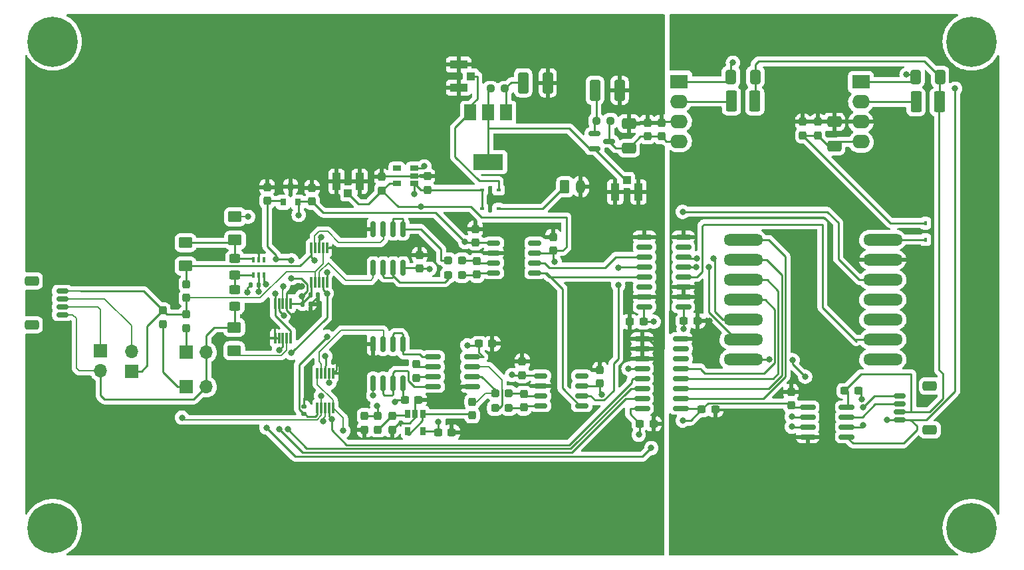
<source format=gbr>
%TF.GenerationSoftware,KiCad,Pcbnew,(6.0.4-0)*%
%TF.CreationDate,2022-07-28T14:49:22-06:00*%
%TF.ProjectId,sq_lockin_v6,73715f6c-6f63-46b6-996e-5f76362e6b69,rev?*%
%TF.SameCoordinates,Original*%
%TF.FileFunction,Copper,L1,Top*%
%TF.FilePolarity,Positive*%
%FSLAX46Y46*%
G04 Gerber Fmt 4.6, Leading zero omitted, Abs format (unit mm)*
G04 Created by KiCad (PCBNEW (6.0.4-0)) date 2022-07-28 14:49:22*
%MOMM*%
%LPD*%
G01*
G04 APERTURE LIST*
G04 Aperture macros list*
%AMRoundRect*
0 Rectangle with rounded corners*
0 $1 Rounding radius*
0 $2 $3 $4 $5 $6 $7 $8 $9 X,Y pos of 4 corners*
0 Add a 4 corners polygon primitive as box body*
4,1,4,$2,$3,$4,$5,$6,$7,$8,$9,$2,$3,0*
0 Add four circle primitives for the rounded corners*
1,1,$1+$1,$2,$3*
1,1,$1+$1,$4,$5*
1,1,$1+$1,$6,$7*
1,1,$1+$1,$8,$9*
0 Add four rect primitives between the rounded corners*
20,1,$1+$1,$2,$3,$4,$5,0*
20,1,$1+$1,$4,$5,$6,$7,0*
20,1,$1+$1,$6,$7,$8,$9,0*
20,1,$1+$1,$8,$9,$2,$3,0*%
G04 Aperture macros list end*
%TA.AperFunction,SMDPad,CuDef*%
%ADD10RoundRect,0.250001X0.624999X-0.462499X0.624999X0.462499X-0.624999X0.462499X-0.624999X-0.462499X0*%
%TD*%
%TA.AperFunction,SMDPad,CuDef*%
%ADD11RoundRect,0.250000X-0.450000X0.325000X-0.450000X-0.325000X0.450000X-0.325000X0.450000X0.325000X0*%
%TD*%
%TA.AperFunction,SMDPad,CuDef*%
%ADD12RoundRect,0.237500X-0.237500X0.287500X-0.237500X-0.287500X0.237500X-0.287500X0.237500X0.287500X0*%
%TD*%
%TA.AperFunction,ComponentPad*%
%ADD13R,1.700000X1.700000*%
%TD*%
%TA.AperFunction,ComponentPad*%
%ADD14O,1.700000X1.700000*%
%TD*%
%TA.AperFunction,SMDPad,CuDef*%
%ADD15RoundRect,0.237500X0.237500X-0.287500X0.237500X0.287500X-0.237500X0.287500X-0.237500X-0.287500X0*%
%TD*%
%TA.AperFunction,SMDPad,CuDef*%
%ADD16R,1.060000X0.650000*%
%TD*%
%TA.AperFunction,ComponentPad*%
%ADD17RoundRect,0.250000X-0.350000X-0.625000X0.350000X-0.625000X0.350000X0.625000X-0.350000X0.625000X0*%
%TD*%
%TA.AperFunction,ComponentPad*%
%ADD18O,1.200000X1.750000*%
%TD*%
%TA.AperFunction,SMDPad,CuDef*%
%ADD19R,0.800000X0.900000*%
%TD*%
%TA.AperFunction,SMDPad,CuDef*%
%ADD20RoundRect,0.237500X0.287500X0.237500X-0.287500X0.237500X-0.287500X-0.237500X0.287500X-0.237500X0*%
%TD*%
%TA.AperFunction,SMDPad,CuDef*%
%ADD21RoundRect,0.237500X0.237500X-0.300000X0.237500X0.300000X-0.237500X0.300000X-0.237500X-0.300000X0*%
%TD*%
%TA.AperFunction,SMDPad,CuDef*%
%ADD22RoundRect,0.237500X-0.237500X0.300000X-0.237500X-0.300000X0.237500X-0.300000X0.237500X0.300000X0*%
%TD*%
%TA.AperFunction,SMDPad,CuDef*%
%ADD23RoundRect,0.150000X-0.675000X-0.150000X0.675000X-0.150000X0.675000X0.150000X-0.675000X0.150000X0*%
%TD*%
%TA.AperFunction,SMDPad,CuDef*%
%ADD24RoundRect,0.237500X-0.300000X-0.237500X0.300000X-0.237500X0.300000X0.237500X-0.300000X0.237500X0*%
%TD*%
%TA.AperFunction,SMDPad,CuDef*%
%ADD25RoundRect,0.237500X0.300000X0.237500X-0.300000X0.237500X-0.300000X-0.237500X0.300000X-0.237500X0*%
%TD*%
%TA.AperFunction,SMDPad,CuDef*%
%ADD26RoundRect,0.150000X-0.825000X-0.150000X0.825000X-0.150000X0.825000X0.150000X-0.825000X0.150000X0*%
%TD*%
%TA.AperFunction,SMDPad,CuDef*%
%ADD27R,0.600000X0.450000*%
%TD*%
%TA.AperFunction,SMDPad,CuDef*%
%ADD28RoundRect,0.150000X-0.150000X0.825000X-0.150000X-0.825000X0.150000X-0.825000X0.150000X0.825000X0*%
%TD*%
%TA.AperFunction,SMDPad,CuDef*%
%ADD29R,0.650000X1.060000*%
%TD*%
%TA.AperFunction,SMDPad,CuDef*%
%ADD30RoundRect,0.250001X-0.462499X-1.074999X0.462499X-1.074999X0.462499X1.074999X-0.462499X1.074999X0*%
%TD*%
%TA.AperFunction,SMDPad,CuDef*%
%ADD31RoundRect,0.250000X0.650000X-0.412500X0.650000X0.412500X-0.650000X0.412500X-0.650000X-0.412500X0*%
%TD*%
%TA.AperFunction,SMDPad,CuDef*%
%ADD32R,1.000000X1.050000*%
%TD*%
%TA.AperFunction,SMDPad,CuDef*%
%ADD33R,1.050000X2.200000*%
%TD*%
%TA.AperFunction,SMDPad,CuDef*%
%ADD34RoundRect,0.237500X-0.250000X-0.237500X0.250000X-0.237500X0.250000X0.237500X-0.250000X0.237500X0*%
%TD*%
%TA.AperFunction,ComponentPad*%
%ADD35R,2.250000X1.750000*%
%TD*%
%TA.AperFunction,ComponentPad*%
%ADD36O,2.250000X1.750000*%
%TD*%
%TA.AperFunction,ComponentPad*%
%ADD37C,6.400000*%
%TD*%
%TA.AperFunction,SMDPad,CuDef*%
%ADD38RoundRect,0.150000X0.625000X-0.150000X0.625000X0.150000X-0.625000X0.150000X-0.625000X-0.150000X0*%
%TD*%
%TA.AperFunction,SMDPad,CuDef*%
%ADD39RoundRect,0.250000X0.650000X-0.350000X0.650000X0.350000X-0.650000X0.350000X-0.650000X-0.350000X0*%
%TD*%
%TA.AperFunction,ComponentPad*%
%ADD40O,5.000000X1.500000*%
%TD*%
%TA.AperFunction,SMDPad,CuDef*%
%ADD41RoundRect,0.140000X0.170000X-0.140000X0.170000X0.140000X-0.170000X0.140000X-0.170000X-0.140000X0*%
%TD*%
%TA.AperFunction,SMDPad,CuDef*%
%ADD42RoundRect,0.140000X0.140000X0.170000X-0.140000X0.170000X-0.140000X-0.170000X0.140000X-0.170000X0*%
%TD*%
%TA.AperFunction,SMDPad,CuDef*%
%ADD43RoundRect,0.150000X-0.625000X0.150000X-0.625000X-0.150000X0.625000X-0.150000X0.625000X0.150000X0*%
%TD*%
%TA.AperFunction,SMDPad,CuDef*%
%ADD44RoundRect,0.250000X-0.650000X0.350000X-0.650000X-0.350000X0.650000X-0.350000X0.650000X0.350000X0*%
%TD*%
%TA.AperFunction,SMDPad,CuDef*%
%ADD45R,0.300000X1.400000*%
%TD*%
%TA.AperFunction,SMDPad,CuDef*%
%ADD46R,0.400000X0.650000*%
%TD*%
%TA.AperFunction,SMDPad,CuDef*%
%ADD47RoundRect,0.250000X-0.412500X-1.100000X0.412500X-1.100000X0.412500X1.100000X-0.412500X1.100000X0*%
%TD*%
%TA.AperFunction,SMDPad,CuDef*%
%ADD48RoundRect,0.150000X-0.587500X-0.150000X0.587500X-0.150000X0.587500X0.150000X-0.587500X0.150000X0*%
%TD*%
%TA.AperFunction,SMDPad,CuDef*%
%ADD49RoundRect,0.140000X-0.140000X-0.170000X0.140000X-0.170000X0.140000X0.170000X-0.140000X0.170000X0*%
%TD*%
%TA.AperFunction,SMDPad,CuDef*%
%ADD50RoundRect,0.150000X0.825000X0.150000X-0.825000X0.150000X-0.825000X-0.150000X0.825000X-0.150000X0*%
%TD*%
%TA.AperFunction,SMDPad,CuDef*%
%ADD51RoundRect,0.250000X0.412500X0.650000X-0.412500X0.650000X-0.412500X-0.650000X0.412500X-0.650000X0*%
%TD*%
%TA.AperFunction,SMDPad,CuDef*%
%ADD52RoundRect,0.237500X0.250000X0.237500X-0.250000X0.237500X-0.250000X-0.237500X0.250000X-0.237500X0*%
%TD*%
%TA.AperFunction,SMDPad,CuDef*%
%ADD53R,1.500000X2.000000*%
%TD*%
%TA.AperFunction,SMDPad,CuDef*%
%ADD54R,3.800000X2.000000*%
%TD*%
%TA.AperFunction,SMDPad,CuDef*%
%ADD55R,0.450000X0.600000*%
%TD*%
%TA.AperFunction,SMDPad,CuDef*%
%ADD56R,1.050000X1.000000*%
%TD*%
%TA.AperFunction,SMDPad,CuDef*%
%ADD57R,2.200000X1.050000*%
%TD*%
%TA.AperFunction,ViaPad*%
%ADD58C,0.800000*%
%TD*%
%TA.AperFunction,Conductor*%
%ADD59C,0.250000*%
%TD*%
%TA.AperFunction,Conductor*%
%ADD60C,0.200000*%
%TD*%
G04 APERTURE END LIST*
D10*
%TO.P,R1,1*%
%TO.N,Net-(R1-Pad1)*%
X137200000Y-79300000D03*
%TO.P,R1,2*%
%TO.N,/sheet6256EE2A/out+*%
X137200000Y-76325000D03*
%TD*%
%TO.P,R5,1*%
%TO.N,/Sheet624B5D4E/in+*%
X130900000Y-82600000D03*
%TO.P,R5,2*%
%TO.N,Net-(R1-Pad1)*%
X130900000Y-79625000D03*
%TD*%
%TO.P,R4,1*%
%TO.N,/sheet6256EE2A/out-*%
X137100000Y-93400000D03*
%TO.P,R4,2*%
%TO.N,/I-*%
X137100000Y-90425000D03*
%TD*%
D11*
%TO.P,R2,1*%
%TO.N,Net-(R1-Pad1)*%
X137175000Y-81675000D03*
%TO.P,R2,2*%
%TO.N,Net-(R2-Pad2)*%
X137175000Y-83725000D03*
%TD*%
D12*
%TO.P,R6,1*%
%TO.N,/I+*%
X131000000Y-88750000D03*
%TO.P,R6,2*%
%TO.N,Net-(J4-Pad1)*%
X131000000Y-90500000D03*
%TD*%
D13*
%TO.P,J4,1,Pin_1*%
%TO.N,Net-(J4-Pad1)*%
X131000000Y-93600000D03*
D14*
%TO.P,J4,2,Pin_2*%
%TO.N,/I-*%
X133540000Y-93600000D03*
%TD*%
D15*
%TO.P,C2,1*%
%TO.N,Net-(C2-Pad1)*%
X161700000Y-72900000D03*
%TO.P,C2,2*%
%TO.N,GND*%
X161700000Y-71150000D03*
%TD*%
%TO.P,C3,1*%
%TO.N,+3V3*%
X155900000Y-73000000D03*
%TO.P,C3,2*%
%TO.N,GND*%
X155900000Y-71250000D03*
%TD*%
D16*
%TO.P,U2,1,IN*%
%TO.N,Net-(C2-Pad1)*%
X160000000Y-72050000D03*
%TO.P,U2,2,GND*%
%TO.N,GND*%
X160000000Y-71100000D03*
%TO.P,U2,3,EN*%
%TO.N,Net-(C2-Pad1)*%
X160000000Y-70150000D03*
%TO.P,U2,4,NC*%
%TO.N,unconnected-(U2-Pad4)*%
X157800000Y-70150000D03*
%TO.P,U2,5,OUT*%
%TO.N,+3V3*%
X157800000Y-72050000D03*
%TD*%
D17*
%TO.P,J5,1,+*%
%TO.N,Net-(D2-Pad2)*%
X179200000Y-72500000D03*
D18*
%TO.P,J5,2,-*%
%TO.N,GND*%
X181200000Y-72500000D03*
%TD*%
D15*
%TO.P,R7,1*%
%TO.N,/I+*%
X131000000Y-86675000D03*
%TO.P,R7,2*%
%TO.N,/Sheet624B5D4E/in+*%
X131000000Y-84925000D03*
%TD*%
D11*
%TO.P,R3,1*%
%TO.N,Net-(R2-Pad2)*%
X137200000Y-85650000D03*
%TO.P,R3,2*%
%TO.N,/I-*%
X137200000Y-87700000D03*
%TD*%
D13*
%TO.P,J6,1,Pin_1*%
%TO.N,Net-(J6-Pad1)*%
X131000000Y-98000000D03*
D14*
%TO.P,J6,2,Pin_2*%
%TO.N,/I-*%
X133540000Y-98000000D03*
%TD*%
D15*
%TO.P,C4,1*%
%TO.N,+3V3*%
X141300000Y-74300000D03*
%TO.P,C4,2*%
%TO.N,GND*%
X141300000Y-72550000D03*
%TD*%
%TO.P,C6,1*%
%TO.N,/vref*%
X147000000Y-74400000D03*
%TO.P,C6,2*%
%TO.N,GND*%
X147000000Y-72650000D03*
%TD*%
D12*
%TO.P,R8,1*%
%TO.N,/I+*%
X128000000Y-88250000D03*
%TO.P,R8,2*%
%TO.N,Net-(J6-Pad1)*%
X128000000Y-90000000D03*
%TD*%
D19*
%TO.P,U3,1,IN*%
%TO.N,+3V3*%
X143320000Y-74475000D03*
%TO.P,U3,2,OUT*%
%TO.N,/vref*%
X145220000Y-74475000D03*
%TO.P,U3,3,GND*%
%TO.N,GND*%
X144270000Y-72475000D03*
%TD*%
D20*
%TO.P,R14,1*%
%TO.N,Net-(C20-Pad1)*%
X166100000Y-83760000D03*
%TO.P,R14,2*%
%TO.N,/Sheet62237673/V+*%
X164350000Y-83760000D03*
%TD*%
D21*
%TO.P,C20,1*%
%TO.N,Net-(C20-Pad1)*%
X168000000Y-83697500D03*
%TO.P,C20,2*%
%TO.N,Net-(C20-Pad2)*%
X168000000Y-81972500D03*
%TD*%
%TO.P,C21,1*%
%TO.N,/vref*%
X167800000Y-79597500D03*
%TO.P,C21,2*%
%TO.N,GND*%
X167800000Y-77872500D03*
%TD*%
D22*
%TO.P,C22,1*%
%TO.N,GND*%
X177700000Y-78922500D03*
%TO.P,C22,2*%
%TO.N,+3V3*%
X177700000Y-80647500D03*
%TD*%
D20*
%TO.P,R13,1*%
%TO.N,Net-(C20-Pad2)*%
X166100000Y-81860000D03*
%TO.P,R13,2*%
%TO.N,/Sheet62237673/V-*%
X164350000Y-81860000D03*
%TD*%
D23*
%TO.P,U15,1,VREF*%
%TO.N,/vref*%
X170125000Y-79675000D03*
%TO.P,U15,2,AGND*%
%TO.N,GND*%
X170125000Y-80945000D03*
%TO.P,U15,3,INN*%
%TO.N,Net-(C20-Pad2)*%
X170125000Y-82215000D03*
%TO.P,U15,4,INP*%
%TO.N,Net-(C20-Pad1)*%
X170125000Y-83485000D03*
%TO.P,U15,5,PD_SCK*%
%TO.N,/Sheet62237673/Clk_in*%
X175375000Y-83485000D03*
%TO.P,U15,6,DOUT*%
%TO.N,/Dout_I*%
X175375000Y-82215000D03*
%TO.P,U15,7,DVDD*%
%TO.N,+3V3*%
X175375000Y-80945000D03*
%TO.P,U15,8,VOUT*%
%TO.N,unconnected-(U15-Pad8)*%
X175375000Y-79675000D03*
%TD*%
D21*
%TO.P,C24,1*%
%TO.N,/vref*%
X173775000Y-96527500D03*
%TO.P,C24,2*%
%TO.N,GND*%
X173775000Y-94802500D03*
%TD*%
%TO.P,C23,1*%
%TO.N,Net-(C23-Pad1)*%
X173975000Y-100627500D03*
%TO.P,C23,2*%
%TO.N,Net-(C23-Pad2)*%
X173975000Y-98902500D03*
%TD*%
D20*
%TO.P,R16,1*%
%TO.N,Net-(C23-Pad1)*%
X172075000Y-100690000D03*
%TO.P,R16,2*%
%TO.N,/sheet624D2E57/V+*%
X170325000Y-100690000D03*
%TD*%
%TO.P,R15,1*%
%TO.N,Net-(C23-Pad2)*%
X172075000Y-98790000D03*
%TO.P,R15,2*%
%TO.N,/sheet624D2E57/V-*%
X170325000Y-98790000D03*
%TD*%
D22*
%TO.P,C25,1*%
%TO.N,GND*%
X183675000Y-95852500D03*
%TO.P,C25,2*%
%TO.N,+3V3*%
X183675000Y-97577500D03*
%TD*%
D23*
%TO.P,U16,1,VREF*%
%TO.N,/vref*%
X176100000Y-96605000D03*
%TO.P,U16,2,AGND*%
%TO.N,GND*%
X176100000Y-97875000D03*
%TO.P,U16,3,INN*%
%TO.N,Net-(C23-Pad2)*%
X176100000Y-99145000D03*
%TO.P,U16,4,INP*%
%TO.N,Net-(C23-Pad1)*%
X176100000Y-100415000D03*
%TO.P,U16,5,PD_SCK*%
%TO.N,/Sheet62237673/Clk_in*%
X181350000Y-100415000D03*
%TO.P,U16,6,DOUT*%
%TO.N,/Dout_V*%
X181350000Y-99145000D03*
%TO.P,U16,7,DVDD*%
%TO.N,+3V3*%
X181350000Y-97875000D03*
%TO.P,U16,8,VOUT*%
%TO.N,unconnected-(U16-Pad8)*%
X181350000Y-96605000D03*
%TD*%
D13*
%TO.P,J2,1,Pin_1*%
%TO.N,/V-*%
X120100000Y-93425000D03*
D14*
%TO.P,J2,2,Pin_2*%
%TO.N,/I-*%
X120100000Y-95965000D03*
%TD*%
D13*
%TO.P,J3,1,Pin_1*%
%TO.N,/I+*%
X124000000Y-96000000D03*
D14*
%TO.P,J3,2,Pin_2*%
%TO.N,/V+*%
X124000000Y-93460000D03*
%TD*%
D24*
%TO.P,C16,1*%
%TO.N,+3V3*%
X158837500Y-99660000D03*
%TO.P,C16,2*%
%TO.N,GND*%
X160562500Y-99660000D03*
%TD*%
D25*
%TO.P,C17,1*%
%TO.N,GND*%
X169962500Y-92500000D03*
%TO.P,C17,2*%
%TO.N,+3V3*%
X168237500Y-92500000D03*
%TD*%
D12*
%TO.P,R9,1*%
%TO.N,Net-(R9-Pad1)*%
X160300000Y-95125000D03*
%TO.P,R9,2*%
%TO.N,Net-(R9-Pad2)*%
X160300000Y-96875000D03*
%TD*%
D15*
%TO.P,R10,1*%
%TO.N,Net-(R10-Pad1)*%
X167400000Y-101635000D03*
%TO.P,R10,2*%
%TO.N,/sheet624D2E57/V-*%
X167400000Y-99885000D03*
%TD*%
D12*
%TO.P,R11,1*%
%TO.N,/vref*%
X155400000Y-101725000D03*
%TO.P,R11,2*%
%TO.N,Net-(R11-Pad2)*%
X155400000Y-103475000D03*
%TD*%
%TO.P,R12,1*%
%TO.N,Net-(R11-Pad2)*%
X157200000Y-101725000D03*
%TO.P,R12,2*%
%TO.N,GND*%
X157200000Y-103475000D03*
%TD*%
D26*
%TO.P,U13,1,-*%
%TO.N,Net-(U12-Pad1)*%
X162425000Y-94155000D03*
%TO.P,U13,2,Rg*%
%TO.N,Net-(R9-Pad1)*%
X162425000Y-95425000D03*
%TO.P,U13,3,Rg*%
%TO.N,Net-(R9-Pad2)*%
X162425000Y-96695000D03*
%TO.P,U13,4,+*%
%TO.N,Net-(U12-Pad6)*%
X162425000Y-97965000D03*
%TO.P,U13,5,Vs-*%
%TO.N,GND*%
X167375000Y-97965000D03*
%TO.P,U13,6,Ref*%
%TO.N,/sheet624D2E57/V-*%
X167375000Y-96695000D03*
%TO.P,U13,7*%
%TO.N,/sheet624D2E57/V+*%
X167375000Y-95425000D03*
%TO.P,U13,8,Vs+*%
%TO.N,+3V3*%
X167375000Y-94155000D03*
%TD*%
D24*
%TO.P,C18,1*%
%TO.N,+3V3*%
X163075000Y-103800000D03*
%TO.P,C18,2*%
%TO.N,GND*%
X164800000Y-103800000D03*
%TD*%
D27*
%TO.P,D2,1,K*%
%TO.N,Net-(C2-Pad1)*%
X168650000Y-75300000D03*
%TO.P,D2,2,A*%
%TO.N,Net-(D2-Pad2)*%
X170750000Y-75300000D03*
%TD*%
%TO.P,D1,1,K*%
%TO.N,Net-(C2-Pad1)*%
X168650000Y-72900000D03*
%TO.P,D1,2,A*%
%TO.N,/analog*%
X170750000Y-72900000D03*
%TD*%
D28*
%TO.P,U11,1*%
%TO.N,/Sheet62237673/V-*%
X158605000Y-77885000D03*
%TO.P,U11,2,-*%
X157335000Y-77885000D03*
%TO.P,U11,3,+*%
%TO.N,/Sheet621A3D16/in-*%
X156065000Y-77885000D03*
%TO.P,U11,4,V-*%
%TO.N,GND*%
X154795000Y-77885000D03*
%TO.P,U11,5,+*%
%TO.N,/Sheet621A3D16/in+*%
X154795000Y-82835000D03*
%TO.P,U11,6,-*%
%TO.N,/Sheet62237673/V+*%
X156065000Y-82835000D03*
%TO.P,U11,7*%
X157335000Y-82835000D03*
%TO.P,U11,8,V+*%
%TO.N,+3V3*%
X158605000Y-82835000D03*
%TD*%
D21*
%TO.P,C15,1*%
%TO.N,+3V3*%
X160700000Y-82922500D03*
%TO.P,C15,2*%
%TO.N,GND*%
X160700000Y-81197500D03*
%TD*%
D28*
%TO.P,U12,1*%
%TO.N,Net-(U12-Pad1)*%
X158605000Y-92585000D03*
%TO.P,U12,2,-*%
X157335000Y-92585000D03*
%TO.P,U12,3,+*%
%TO.N,/Sheet6275CBF8/in-*%
X156065000Y-92585000D03*
%TO.P,U12,4,V-*%
%TO.N,GND*%
X154795000Y-92585000D03*
%TO.P,U12,5,+*%
%TO.N,/Sheet6275CBF8/in+*%
X154795000Y-97535000D03*
%TO.P,U12,6,-*%
%TO.N,Net-(U12-Pad6)*%
X156065000Y-97535000D03*
%TO.P,U12,7*%
X157335000Y-97535000D03*
%TO.P,U12,8,V+*%
%TO.N,+3V3*%
X158605000Y-97535000D03*
%TD*%
D29*
%TO.P,U14,1*%
%TO.N,Net-(R10-Pad1)*%
X161100000Y-101450000D03*
%TO.P,U14,2,V-*%
%TO.N,GND*%
X160150000Y-101450000D03*
%TO.P,U14,3,+*%
%TO.N,Net-(R11-Pad2)*%
X159200000Y-101450000D03*
%TO.P,U14,4,-*%
%TO.N,Net-(R10-Pad1)*%
X159200000Y-103650000D03*
%TO.P,U14,5,V+*%
%TO.N,+3V3*%
X161100000Y-103650000D03*
%TD*%
D30*
%TO.P,L1,1,1*%
%TO.N,Net-(L1-Pad1)*%
X200412500Y-61600000D03*
%TO.P,L1,2,2*%
%TO.N,VD*%
X203387500Y-61600000D03*
%TD*%
D31*
%TO.P,C29,1*%
%TO.N,/power/digital*%
X213500000Y-67362500D03*
%TO.P,C29,2*%
%TO.N,GNDD*%
X213500000Y-64237500D03*
%TD*%
D32*
%TO.P,J7,1,In*%
%TO.N,+3V3*%
X151600000Y-73350000D03*
D33*
%TO.P,J7,2,Ext*%
%TO.N,GND*%
X150125000Y-71825000D03*
X153075000Y-71825000D03*
%TD*%
D34*
%TO.P,R18,1*%
%TO.N,Net-(J9-Pad1)*%
X169737500Y-60000000D03*
%TO.P,R18,2*%
%TO.N,Net-(C35-Pad1)*%
X171562500Y-60000000D03*
%TD*%
D35*
%TO.P,PS2,1,-Vin*%
%TO.N,GNDPWR*%
X216900000Y-59160000D03*
D36*
%TO.P,PS2,2,+Vin*%
%TO.N,Net-(L2-Pad1)*%
X216900000Y-61700000D03*
%TO.P,PS2,3,0V*%
%TO.N,GNDD*%
X216900000Y-64240000D03*
%TO.P,PS2,4,+Vout*%
%TO.N,/power/digital*%
X216900000Y-66780000D03*
%TD*%
D37*
%TO.P,H2,1*%
%TO.N,N/C*%
X114000000Y-54000000D03*
%TD*%
D38*
%TO.P,J8,1,gnd*%
%TO.N,GNDPWR*%
X221800000Y-102200000D03*
%TO.P,J8,2,VCC*%
%TO.N,VD*%
X221800000Y-101200000D03*
%TO.P,J8,3,SDA*%
%TO.N,Net-(J8-Pad3)*%
X221800000Y-100200000D03*
%TO.P,J8,4,SCL*%
%TO.N,Net-(J8-Pad4)*%
X221800000Y-99200000D03*
D39*
%TO.P,J8,MP*%
%TO.N,N/C*%
X225675000Y-97900000D03*
X225675000Y-103500000D03*
%TD*%
D40*
%TO.P,U5,1,P26*%
%TO.N,Net-(U4-Pad2)*%
X201910000Y-79280000D03*
%TO.P,U5,2,P27*%
%TO.N,Net-(U4-Pad3)*%
X201910000Y-81820000D03*
%TO.P,U5,3,P28*%
%TO.N,Net-(U4-Pad4)*%
X201910000Y-84360000D03*
%TO.P,U5,4,P29*%
%TO.N,Net-(U4-Pad5)*%
X201910000Y-86900000D03*
%TO.P,U5,5,P6*%
%TO.N,/P6*%
X201910000Y-89440000D03*
%TO.P,U5,6,P7*%
%TO.N,/P7*%
X201910000Y-91980000D03*
%TO.P,U5,7,P0*%
%TO.N,/tx*%
X201910000Y-94520000D03*
%TO.P,U5,8,P1*%
%TO.N,/rx*%
X219690000Y-94520000D03*
%TO.P,U5,9,P2*%
%TO.N,Net-(U5-Pad9)*%
X219690000Y-91980000D03*
%TO.P,U5,10,P4*%
%TO.N,unconnected-(U5-Pad10)*%
X219690000Y-89440000D03*
%TO.P,U5,11,P3*%
%TO.N,unconnected-(U5-Pad11)*%
X219690000Y-86900000D03*
%TO.P,U5,12,3V3*%
%TO.N,/MC3.3*%
X219690000Y-84360000D03*
%TO.P,U5,13,GND*%
%TO.N,GNDD*%
X219690000Y-81820000D03*
%TO.P,U5,14,5V*%
%TO.N,+5VD*%
X219690000Y-79280000D03*
%TD*%
D41*
%TO.P,C14,1*%
%TO.N,+3V3*%
X146000000Y-101480000D03*
%TO.P,C14,2*%
%TO.N,GND*%
X146000000Y-100520000D03*
%TD*%
D25*
%TO.P,C10,1*%
%TO.N,+3V3*%
X189200000Y-89700000D03*
%TO.P,C10,2*%
%TO.N,GND*%
X187475000Y-89700000D03*
%TD*%
D42*
%TO.P,C1,1*%
%TO.N,+3V3*%
X140180000Y-85000000D03*
%TO.P,C1,2*%
%TO.N,GND*%
X139220000Y-85000000D03*
%TD*%
D43*
%TO.P,J1,1,Pin_1*%
%TO.N,/I+*%
X115200000Y-85800000D03*
%TO.P,J1,2,Pin_2*%
%TO.N,/V+*%
X115200000Y-86800000D03*
%TO.P,J1,3,Pin_3*%
%TO.N,/V-*%
X115200000Y-87800000D03*
%TO.P,J1,4,Pin_4*%
%TO.N,/I-*%
X115200000Y-88800000D03*
D44*
%TO.P,J1,MP*%
%TO.N,N/C*%
X111325000Y-90100000D03*
X111325000Y-84500000D03*
%TD*%
D24*
%TO.P,C11,1*%
%TO.N,/MC3.3*%
X194337500Y-89600000D03*
%TO.P,C11,2*%
%TO.N,GNDD*%
X196062500Y-89600000D03*
%TD*%
D32*
%TO.P,J9,1,In*%
%TO.N,Net-(J9-Pad1)*%
X187100000Y-71650000D03*
D33*
%TO.P,J9,2,Ext*%
%TO.N,GND*%
X185625000Y-73175000D03*
X188575000Y-73175000D03*
%TD*%
D45*
%TO.P,U8,1,VCC*%
%TO.N,+3V3*%
X144300000Y-87400000D03*
%TO.P,U8,2*%
%TO.N,GND*%
X143800000Y-87400000D03*
%TO.P,U8,3*%
%TO.N,/sheet6256EE2A/out+*%
X143300000Y-87400000D03*
%TO.P,U8,4*%
%TO.N,/sheet6256EE2A/ctrl+*%
X142800000Y-87400000D03*
%TO.P,U8,5*%
%TO.N,/vref*%
X142300000Y-87400000D03*
%TO.P,U8,6,GND*%
%TO.N,GND*%
X142300000Y-91800000D03*
%TO.P,U8,7*%
X142800000Y-91800000D03*
%TO.P,U8,8*%
%TO.N,/sheet6256EE2A/ctrl+*%
X143300000Y-91800000D03*
%TO.P,U8,9*%
%TO.N,/sheet6256EE2A/out-*%
X143800000Y-91800000D03*
%TO.P,U8,10*%
%TO.N,/vref*%
X144300000Y-91800000D03*
%TD*%
D46*
%TO.P,U1,1*%
%TO.N,unconnected-(U1-Pad1)*%
X140850000Y-81850000D03*
%TO.P,U1,2,GND*%
%TO.N,GND*%
X140200000Y-81850000D03*
%TO.P,U1,3*%
%TO.N,Net-(R1-Pad1)*%
X139550000Y-81850000D03*
%TO.P,U1,4*%
%TO.N,Net-(R2-Pad2)*%
X139550000Y-83750000D03*
%TO.P,U1,5,V+*%
%TO.N,+3V3*%
X140200000Y-83750000D03*
%TO.P,U1,6*%
%TO.N,Net-(U1-Pad6)*%
X140850000Y-83750000D03*
%TD*%
D26*
%TO.P,U6,1,VDD1*%
%TO.N,/MC3.3*%
X210125000Y-100565000D03*
%TO.P,U6,2,VIA*%
%TO.N,/tx*%
X210125000Y-101835000D03*
%TO.P,U6,3,VOB*%
%TO.N,/rx*%
X210125000Y-103105000D03*
%TO.P,U6,4,GND1*%
%TO.N,GNDD*%
X210125000Y-104375000D03*
%TO.P,U6,5,GND2*%
%TO.N,GNDPWR*%
X215075000Y-104375000D03*
%TO.P,U6,6,VIB*%
%TO.N,Net-(J8-Pad4)*%
X215075000Y-103105000D03*
%TO.P,U6,7,VOA*%
%TO.N,Net-(J8-Pad3)*%
X215075000Y-101835000D03*
%TO.P,U6,8,VDD2*%
%TO.N,VD*%
X215075000Y-100565000D03*
%TD*%
D47*
%TO.P,C35,1*%
%TO.N,Net-(C35-Pad1)*%
X173887500Y-59250000D03*
%TO.P,C35,2*%
%TO.N,GND*%
X177012500Y-59250000D03*
%TD*%
D35*
%TO.P,PS1,1,-Vin*%
%TO.N,GNDPWR*%
X193757500Y-59092500D03*
D36*
%TO.P,PS1,2,+Vin*%
%TO.N,Net-(L1-Pad1)*%
X193757500Y-61632500D03*
%TO.P,PS1,3,0V*%
%TO.N,GND*%
X193757500Y-64172500D03*
%TO.P,PS1,4,+Vout*%
%TO.N,Net-(C28-Pad1)*%
X193757500Y-66712500D03*
%TD*%
D24*
%TO.P,C5,1*%
%TO.N,+3V3*%
X188737500Y-102700000D03*
%TO.P,C5,2*%
%TO.N,GND*%
X190462500Y-102700000D03*
%TD*%
D48*
%TO.P,Q1,1,B*%
%TO.N,Net-(C34-Pad1)*%
X182965000Y-65757500D03*
%TO.P,Q1,2,E*%
%TO.N,Net-(J9-Pad1)*%
X182965000Y-67657500D03*
%TO.P,Q1,3,C*%
%TO.N,Net-(C28-Pad1)*%
X184840000Y-66707500D03*
%TD*%
D49*
%TO.P,C12,1*%
%TO.N,+3V3*%
X145820000Y-87500000D03*
%TO.P,C12,2*%
%TO.N,GND*%
X146780000Y-87500000D03*
%TD*%
D50*
%TO.P,U4,1,Vcc1*%
%TO.N,/MC3.3*%
X193975000Y-100745000D03*
%TO.P,U4,2,INA*%
%TO.N,Net-(U4-Pad2)*%
X193975000Y-99475000D03*
%TO.P,U4,3,INB*%
%TO.N,Net-(U4-Pad3)*%
X193975000Y-98205000D03*
%TO.P,U4,4,INC*%
%TO.N,Net-(U4-Pad4)*%
X193975000Y-96935000D03*
%TO.P,U4,5,IND*%
%TO.N,Net-(U4-Pad5)*%
X193975000Y-95665000D03*
%TO.P,U4,6,OUTE*%
%TO.N,unconnected-(U4-Pad6)*%
X193975000Y-94395000D03*
%TO.P,U4,7,OUTF*%
%TO.N,unconnected-(U4-Pad7)*%
X193975000Y-93125000D03*
%TO.P,U4,8,GND1*%
%TO.N,GNDD*%
X193975000Y-91855000D03*
%TO.P,U4,9,GND2*%
%TO.N,GND*%
X189025000Y-91855000D03*
%TO.P,U4,10,INF*%
X189025000Y-93125000D03*
%TO.P,U4,11,INE*%
X189025000Y-94395000D03*
%TO.P,U4,12,OUTD*%
%TO.N,Net-(U1-Pad6)*%
X189025000Y-95665000D03*
%TO.P,U4,13,OUTC*%
%TO.N,/sheet624D2E58/ctrl+*%
X189025000Y-96935000D03*
%TO.P,U4,14,OUTB*%
%TO.N,/Sheet624B5D4E/ctrl+*%
X189025000Y-98205000D03*
%TO.P,U4,15,OUTA*%
%TO.N,/sheet6256EE2A/ctrl+*%
X189025000Y-99475000D03*
%TO.P,U4,16,Vcc2*%
%TO.N,+3V3*%
X189025000Y-100745000D03*
%TD*%
D24*
%TO.P,C7,1*%
%TO.N,/MC3.3*%
X196637500Y-100900000D03*
%TO.P,C7,2*%
%TO.N,GNDD*%
X198362500Y-100900000D03*
%TD*%
D37*
%TO.P,H4,1*%
%TO.N,N/C*%
X114000000Y-116000000D03*
%TD*%
D49*
%TO.P,C13,1*%
%TO.N,+3V3*%
X146820000Y-86300000D03*
%TO.P,C13,2*%
%TO.N,GND*%
X147780000Y-86300000D03*
%TD*%
D22*
%TO.P,C33,1*%
%TO.N,GNDD*%
X209500000Y-64237500D03*
%TO.P,C33,2*%
%TO.N,/power/digital*%
X209500000Y-65962500D03*
%TD*%
D51*
%TO.P,C26,1*%
%TO.N,VD*%
X203462500Y-58500000D03*
%TO.P,C26,2*%
%TO.N,GNDPWR*%
X200337500Y-58500000D03*
%TD*%
D52*
%TO.P,R17,1*%
%TO.N,Net-(C28-Pad1)*%
X185015000Y-64107500D03*
%TO.P,R17,2*%
%TO.N,Net-(C34-Pad1)*%
X183190000Y-64107500D03*
%TD*%
D47*
%TO.P,C34,1*%
%TO.N,Net-(C34-Pad1)*%
X183037500Y-60200000D03*
%TO.P,C34,2*%
%TO.N,GND*%
X186162500Y-60200000D03*
%TD*%
D53*
%TO.P,Q2,1,B*%
%TO.N,Net-(C35-Pad1)*%
X171750000Y-63050000D03*
D54*
%TO.P,Q2,2,C*%
%TO.N,Net-(J9-Pad1)*%
X169450000Y-69350000D03*
D53*
X169450000Y-63050000D03*
%TO.P,Q2,3,E*%
%TO.N,/analog*%
X167150000Y-63050000D03*
%TD*%
D22*
%TO.P,C30,1*%
%TO.N,GND*%
X189702500Y-64345000D03*
%TO.P,C30,2*%
%TO.N,Net-(C28-Pad1)*%
X189702500Y-66070000D03*
%TD*%
D45*
%TO.P,U9,1,VCC*%
%TO.N,+3V3*%
X146900000Y-84700000D03*
%TO.P,U9,2*%
%TO.N,/I+*%
X147400000Y-84700000D03*
%TO.P,U9,3*%
%TO.N,/Sheet621A3D16/in+*%
X147900000Y-84700000D03*
%TO.P,U9,4*%
%TO.N,/Sheet624B5D4E/ctrl+*%
X148400000Y-84700000D03*
%TO.P,U9,5*%
%TO.N,/Sheet624B5D4E/in+*%
X148900000Y-84700000D03*
%TO.P,U9,6,GND*%
%TO.N,GND*%
X148900000Y-80300000D03*
%TO.P,U9,7*%
%TO.N,/I+*%
X148400000Y-80300000D03*
%TO.P,U9,8*%
%TO.N,/Sheet624B5D4E/ctrl+*%
X147900000Y-80300000D03*
%TO.P,U9,9*%
%TO.N,/Sheet621A3D16/in-*%
X147400000Y-80300000D03*
%TO.P,U9,10*%
%TO.N,/Sheet624B5D4E/in+*%
X146900000Y-80300000D03*
%TD*%
D21*
%TO.P,C8,1*%
%TO.N,/MC3.3*%
X208000000Y-100362500D03*
%TO.P,C8,2*%
%TO.N,GNDD*%
X208000000Y-98637500D03*
%TD*%
D37*
%TO.P,H1,1*%
%TO.N,N/C*%
X231000000Y-116000000D03*
%TD*%
D21*
%TO.P,C19,1*%
%TO.N,GND*%
X153700000Y-103462500D03*
%TO.P,C19,2*%
%TO.N,/vref*%
X153700000Y-101737500D03*
%TD*%
D22*
%TO.P,C32,1*%
%TO.N,GND*%
X191502500Y-64345000D03*
%TO.P,C32,2*%
%TO.N,Net-(C28-Pad1)*%
X191502500Y-66070000D03*
%TD*%
D51*
%TO.P,C27,1*%
%TO.N,VD*%
X226962500Y-58500000D03*
%TO.P,C27,2*%
%TO.N,GNDPWR*%
X223837500Y-58500000D03*
%TD*%
D55*
%TO.P,D3,1,K*%
%TO.N,+5VD*%
X225100000Y-79250000D03*
%TO.P,D3,2,A*%
%TO.N,/power/digital*%
X225100000Y-77150000D03*
%TD*%
D56*
%TO.P,J10,1,In*%
%TO.N,/analog*%
X167200000Y-58400000D03*
D57*
%TO.P,J10,2,Ext*%
%TO.N,GND*%
X165675000Y-59875000D03*
X165675000Y-56925000D03*
%TD*%
D45*
%TO.P,U10,1,VCC*%
%TO.N,+3V3*%
X147700000Y-100700000D03*
%TO.P,U10,2*%
%TO.N,/V-*%
X148200000Y-100700000D03*
%TO.P,U10,3*%
%TO.N,/Sheet6275CBF8/in+*%
X148700000Y-100700000D03*
%TO.P,U10,4*%
%TO.N,/sheet624D2E58/ctrl+*%
X149200000Y-100700000D03*
%TO.P,U10,5*%
%TO.N,/V+*%
X149700000Y-100700000D03*
%TO.P,U10,6,GND*%
%TO.N,GND*%
X149700000Y-96300000D03*
%TO.P,U10,7*%
%TO.N,/V-*%
X149200000Y-96300000D03*
%TO.P,U10,8*%
%TO.N,/sheet624D2E58/ctrl+*%
X148700000Y-96300000D03*
%TO.P,U10,9*%
%TO.N,/Sheet6275CBF8/in-*%
X148200000Y-96300000D03*
%TO.P,U10,10*%
%TO.N,/V+*%
X147700000Y-96300000D03*
%TD*%
D30*
%TO.P,L2,1,1*%
%TO.N,Net-(L2-Pad1)*%
X223912500Y-61700000D03*
%TO.P,L2,2,2*%
%TO.N,VD*%
X226887500Y-61700000D03*
%TD*%
D31*
%TO.P,C28,1*%
%TO.N,Net-(C28-Pad1)*%
X187352500Y-67570000D03*
%TO.P,C28,2*%
%TO.N,GND*%
X187352500Y-64445000D03*
%TD*%
D50*
%TO.P,U7,1,VCC1*%
%TO.N,/MC3.3*%
X194275000Y-87805000D03*
%TO.P,U7,2,GND1*%
%TO.N,GNDD*%
X194275000Y-86535000D03*
%TO.P,U7,3,INA*%
X194275000Y-85265000D03*
%TO.P,U7,4,INB*%
%TO.N,Net-(U5-Pad9)*%
X194275000Y-83995000D03*
%TO.P,U7,5,OUTC*%
%TO.N,/P7*%
X194275000Y-82725000D03*
%TO.P,U7,6,OUTD*%
%TO.N,/P6*%
X194275000Y-81455000D03*
%TO.P,U7,7,NC*%
%TO.N,unconnected-(U7-Pad7)*%
X194275000Y-80185000D03*
%TO.P,U7,8,GND1*%
%TO.N,GNDD*%
X194275000Y-78915000D03*
%TO.P,U7,9,GND2*%
%TO.N,GND*%
X189325000Y-78915000D03*
%TO.P,U7,10,NC*%
%TO.N,unconnected-(U7-Pad10)*%
X189325000Y-80185000D03*
%TO.P,U7,11,IND*%
%TO.N,/Dout_I*%
X189325000Y-81455000D03*
%TO.P,U7,12,INC*%
%TO.N,/Dout_V*%
X189325000Y-82725000D03*
%TO.P,U7,13,OUTB*%
%TO.N,/Sheet62237673/Clk_in*%
X189325000Y-83995000D03*
%TO.P,U7,14,OUTA*%
%TO.N,unconnected-(U7-Pad14)*%
X189325000Y-85265000D03*
%TO.P,U7,15,GND2*%
%TO.N,GND*%
X189325000Y-86535000D03*
%TO.P,U7,16,VCC2*%
%TO.N,+3V3*%
X189325000Y-87805000D03*
%TD*%
D22*
%TO.P,C31,1*%
%TO.N,GNDD*%
X211400000Y-64237500D03*
%TO.P,C31,2*%
%TO.N,/power/digital*%
X211400000Y-65962500D03*
%TD*%
D24*
%TO.P,C9,1*%
%TO.N,VD*%
X214837500Y-98500000D03*
%TO.P,C9,2*%
%TO.N,GNDPWR*%
X216562500Y-98500000D03*
%TD*%
D37*
%TO.P,H3,1*%
%TO.N,N/C*%
X231000000Y-54000000D03*
%TD*%
D58*
%TO.N,GND*%
X187100000Y-78900000D03*
X164900000Y-99200000D03*
X150600000Y-80700000D03*
X146400000Y-99000000D03*
X153300000Y-77800000D03*
X138800000Y-85975500D03*
X187100000Y-91900000D03*
X145600000Y-89700000D03*
X147600000Y-88600000D03*
X162100000Y-81160000D03*
X145700000Y-85200000D03*
X183700000Y-94600000D03*
%TO.N,Net-(C2-Pad1)*%
X160000000Y-73400000D03*
X161300000Y-69900000D03*
%TO.N,/vref*%
X166500000Y-79560000D03*
X172475000Y-96490000D03*
X145300000Y-76100000D03*
X142300000Y-86100000D03*
X155300000Y-100400000D03*
%TO.N,+3V3*%
X177900000Y-82060000D03*
X183875000Y-98990000D03*
X140200000Y-85900000D03*
X157600000Y-99960000D03*
X188600000Y-104100000D03*
X162000000Y-82960000D03*
X145700000Y-86500000D03*
X163100000Y-102500000D03*
X190500000Y-89700000D03*
X148905378Y-91605378D03*
X144400000Y-81875500D03*
X144382604Y-84142300D03*
X166800000Y-92700000D03*
X160900000Y-75075500D03*
X142400000Y-81700000D03*
%TO.N,/Sheet624B5D4E/ctrl+*%
X144400000Y-93700000D03*
X148200000Y-78900000D03*
X148900000Y-86100000D03*
X143900000Y-103400000D03*
%TO.N,/Sheet624B5D4E/in+*%
X148900011Y-83400000D03*
X147300000Y-81900000D03*
%TO.N,/sheet624D2E58/ctrl+*%
X149500000Y-102100000D03*
X148712299Y-94112299D03*
%TO.N,/sheet6256EE2A/out+*%
X143312452Y-85212452D03*
X138875000Y-76325000D03*
%TO.N,/sheet6256EE2A/ctrl+*%
X142800000Y-103400000D03*
X142800000Y-93300000D03*
X143400000Y-88900000D03*
%TO.N,/V-*%
X130447018Y-101922420D03*
X149200000Y-97500000D03*
X148155378Y-99144622D03*
%TO.N,/V+*%
X151000000Y-103600000D03*
%TO.N,/Sheet6275CBF8/in+*%
X148440261Y-102398005D03*
X154800000Y-99100000D03*
%TO.N,GNDD*%
X197600000Y-89600000D03*
%TO.N,/MC3.3*%
X194300000Y-90600000D03*
X194200000Y-102300000D03*
X194200000Y-75700000D03*
%TO.N,Net-(U1-Pad6)*%
X141200000Y-103200000D03*
X141150008Y-84950008D03*
X187300000Y-95700000D03*
X190200000Y-105800000D03*
%TO.N,GNDPWR*%
X216983177Y-99624299D03*
X222700000Y-58200000D03*
X220200000Y-102200000D03*
X228900000Y-60000000D03*
X200600000Y-56700000D03*
%TO.N,Net-(J8-Pad4)*%
X217200000Y-100600000D03*
X217200000Y-102900000D03*
%TO.N,/tx*%
X205200000Y-94500000D03*
X209800000Y-96700000D03*
X208200000Y-94600000D03*
X208100000Y-101800000D03*
%TO.N,/rx*%
X208100000Y-103100000D03*
%TO.N,/Dout_V*%
X186000000Y-82800000D03*
X186000000Y-85000000D03*
%TO.N,/P7*%
X197500000Y-82700000D03*
X195900000Y-82700000D03*
%TO.N,/P6*%
X195975500Y-81600000D03*
X198100000Y-81600000D03*
%TD*%
D59*
%TO.N,GND*%
X161700000Y-71150000D02*
X156000000Y-71150000D01*
X158075000Y-102600000D02*
X159400000Y-102600000D01*
X146000000Y-100520000D02*
X146000000Y-99400000D01*
X157000000Y-104500000D02*
X157200000Y-104300000D01*
X140200000Y-81850000D02*
X140200000Y-80900000D01*
X190800000Y-101600000D02*
X190800000Y-92800000D01*
X166135000Y-97965000D02*
X164900000Y-99200000D01*
X189325000Y-78915000D02*
X187115000Y-78915000D01*
X153800000Y-104500000D02*
X157000000Y-104500000D01*
X150200000Y-80300000D02*
X150600000Y-80700000D01*
X157200000Y-104300000D02*
X157200000Y-103475000D01*
X149700000Y-96300000D02*
X150100000Y-95900000D01*
X146000000Y-99589980D02*
X146089980Y-99500000D01*
X147780000Y-86500000D02*
X147780000Y-86300000D01*
X153700000Y-103462500D02*
X153700000Y-104400000D01*
X193757500Y-64172500D02*
X191675000Y-64172500D01*
X139200000Y-85000000D02*
X138800000Y-85400000D01*
X145600000Y-89700000D02*
X146500000Y-89700000D01*
X145224614Y-89700000D02*
X145600000Y-89700000D01*
X143800000Y-87400000D02*
X143800000Y-86000000D01*
X160150000Y-101450000D02*
X160150000Y-100072500D01*
X141300000Y-72550000D02*
X144195000Y-72550000D01*
X164440000Y-99660000D02*
X164900000Y-99200000D01*
X190800000Y-92800000D02*
X189855000Y-91855000D01*
X154795000Y-93560000D02*
X154795000Y-92585000D01*
X160575000Y-99660000D02*
X164440000Y-99660000D01*
X167375000Y-97965000D02*
X166135000Y-97965000D01*
X153300000Y-77800000D02*
X154710000Y-77800000D01*
X146000000Y-99400000D02*
X146400000Y-99000000D01*
X146000000Y-100520000D02*
X146000000Y-99589980D01*
X160150000Y-100072500D02*
X160562500Y-99660000D01*
X183675000Y-94625000D02*
X183700000Y-94600000D01*
X159400000Y-102600000D02*
X160150000Y-101850000D01*
X146780000Y-87500000D02*
X147780000Y-86500000D01*
X190462500Y-101937500D02*
X190800000Y-101600000D01*
X157200000Y-103475000D02*
X158075000Y-102600000D01*
X142800000Y-91800000D02*
X142300000Y-91800000D01*
X187115000Y-78915000D02*
X187100000Y-78900000D01*
X190462500Y-102700000D02*
X190462500Y-101937500D01*
X160700000Y-81185000D02*
X162075000Y-81185000D01*
X144600000Y-85200000D02*
X143800000Y-86000000D01*
X153700000Y-104400000D02*
X153800000Y-104500000D01*
X183675000Y-95840000D02*
X183675000Y-94625000D01*
X143800000Y-87400000D02*
X143800000Y-88275386D01*
X150100000Y-95900000D02*
X150100000Y-94700000D01*
X148900000Y-80300000D02*
X150200000Y-80300000D01*
X146500000Y-89700000D02*
X147600000Y-88600000D01*
X189025000Y-91855000D02*
X187145000Y-91855000D01*
X143800000Y-88275386D02*
X145224614Y-89700000D01*
X145700000Y-85200000D02*
X144600000Y-85200000D01*
X187145000Y-91855000D02*
X187100000Y-91900000D01*
X138800000Y-85400000D02*
X138800000Y-85975500D01*
X144270000Y-72475000D02*
X146825000Y-72475000D01*
X162075000Y-81185000D02*
X162100000Y-81160000D01*
%TO.N,Net-(C2-Pad1)*%
X160000000Y-72050000D02*
X160000000Y-73400000D01*
X161700000Y-72900000D02*
X160850000Y-72900000D01*
X160850000Y-72900000D02*
X160000000Y-72050000D01*
X160000000Y-70150000D02*
X161050000Y-70150000D01*
X161050000Y-70150000D02*
X161300000Y-69900000D01*
X161700000Y-72900000D02*
X168650000Y-72900000D01*
X168650000Y-75300000D02*
X168650000Y-72900000D01*
%TO.N,/vref*%
X167800000Y-79610000D02*
X166550000Y-79610000D01*
X166550000Y-79610000D02*
X166500000Y-79560000D01*
X167800000Y-79610000D02*
X170060000Y-79610000D01*
X173775000Y-96540000D02*
X172525000Y-96540000D01*
X173775000Y-96540000D02*
X176035000Y-96540000D01*
X172525000Y-96540000D02*
X172475000Y-96490000D01*
X155400000Y-101725000D02*
X155400000Y-100500000D01*
X147000000Y-74400000D02*
X145295000Y-74400000D01*
X148400000Y-75800000D02*
X162740000Y-75800000D01*
X144300000Y-90900000D02*
X142300000Y-88900000D01*
X145300000Y-76100000D02*
X145300000Y-74555000D01*
X142300000Y-87400000D02*
X142300000Y-86100000D01*
X142300000Y-88900000D02*
X142300000Y-87400000D01*
X153700000Y-101737500D02*
X155387500Y-101737500D01*
X162740000Y-75800000D02*
X166500000Y-79560000D01*
X147000000Y-74400000D02*
X148400000Y-75800000D01*
X144300000Y-91800000D02*
X144300000Y-90900000D01*
X155400000Y-100500000D02*
X155300000Y-100400000D01*
%TO.N,/I-*%
X120600000Y-99600000D02*
X120100000Y-99100000D01*
X120100000Y-99100000D02*
X120100000Y-95965000D01*
X133540000Y-98000000D02*
X131940000Y-99600000D01*
D60*
X115200000Y-88800000D02*
X116500000Y-88800000D01*
D59*
X134575000Y-90425000D02*
X137100000Y-90425000D01*
X133540000Y-93600000D02*
X133540000Y-91460000D01*
D60*
X117365000Y-95965000D02*
X120100000Y-95965000D01*
X116500000Y-88800000D02*
X117000000Y-89300000D01*
D59*
X137200000Y-87800000D02*
X137200000Y-90325000D01*
X133540000Y-98000000D02*
X133540000Y-93600000D01*
D60*
X117000000Y-89300000D02*
X117000000Y-95600000D01*
D59*
X131940000Y-99600000D02*
X120600000Y-99600000D01*
X133540000Y-91460000D02*
X134575000Y-90425000D01*
D60*
X117365000Y-95965000D02*
X117000000Y-95600000D01*
D59*
%TO.N,/I+*%
X126000000Y-95300000D02*
X125300000Y-96000000D01*
X117500000Y-85800000D02*
X125550000Y-85800000D01*
D60*
X115200000Y-85800000D02*
X117500000Y-85800000D01*
X140414259Y-86675000D02*
X143789259Y-83300000D01*
X147300000Y-83300000D02*
X147400000Y-83400000D01*
D59*
X125300000Y-96000000D02*
X124000000Y-96000000D01*
X128000000Y-88250000D02*
X126000000Y-90250000D01*
D60*
X147400000Y-83300000D02*
X147400000Y-84700000D01*
X148400000Y-82300000D02*
X147400000Y-83300000D01*
D59*
X128500000Y-88750000D02*
X128000000Y-88250000D01*
X126000000Y-90250000D02*
X126000000Y-95300000D01*
X131000000Y-88750000D02*
X128500000Y-88750000D01*
X125550000Y-85800000D02*
X128000000Y-88250000D01*
D60*
X143789259Y-83300000D02*
X147300000Y-83300000D01*
X147400000Y-83400000D02*
X147400000Y-84700000D01*
D59*
X131000000Y-88750000D02*
X131000000Y-86700000D01*
D60*
X148400000Y-80300000D02*
X148400000Y-82300000D01*
X131000000Y-86675000D02*
X140414259Y-86675000D01*
D59*
%TO.N,+3V3*%
X157800000Y-72050000D02*
X156850000Y-72050000D01*
X156850000Y-72050000D02*
X155900000Y-73000000D01*
X177700000Y-80660000D02*
X177700000Y-81860000D01*
X177700000Y-81860000D02*
X177900000Y-82060000D01*
X175375000Y-80945000D02*
X177415000Y-80945000D01*
X181350000Y-97875000D02*
X183390000Y-97875000D01*
X183675000Y-98790000D02*
X183875000Y-98990000D01*
X183675000Y-97590000D02*
X183675000Y-98790000D01*
X163075000Y-102525000D02*
X163100000Y-102500000D01*
X179200480Y-76400480D02*
X179200000Y-76400000D01*
X168800000Y-94200000D02*
X167420000Y-94200000D01*
X158825000Y-99660000D02*
X157900000Y-99660000D01*
X187500000Y-101462500D02*
X188737500Y-102700000D01*
X161975000Y-82935000D02*
X162000000Y-82960000D01*
X144382604Y-84142300D02*
X145666914Y-84142300D01*
X178940000Y-80660000D02*
X177700000Y-80660000D01*
X157900000Y-99660000D02*
X157600000Y-99960000D01*
X189200000Y-89700000D02*
X189200000Y-87930000D01*
X188737500Y-102700000D02*
X188737500Y-103962500D01*
X157465000Y-99660000D02*
X158837500Y-99660000D01*
X147700000Y-100700000D02*
X147700000Y-101500000D01*
X141300000Y-80100000D02*
X142400000Y-81200000D01*
X142400000Y-81200000D02*
X142400000Y-81700000D01*
X146424511Y-85775489D02*
X145700000Y-86500000D01*
X163075000Y-103800000D02*
X163075000Y-102525000D01*
X158605000Y-97535000D02*
X158605000Y-99440000D01*
X145820000Y-87500000D02*
X145820000Y-86620000D01*
X167251478Y-75075500D02*
X168575978Y-76400000D01*
X157975500Y-75075500D02*
X160900000Y-75075500D01*
X158605000Y-82835000D02*
X160600000Y-82835000D01*
X145666914Y-84142300D02*
X146424511Y-84899897D01*
X145365480Y-100852410D02*
X145365480Y-95145276D01*
X146395480Y-101775480D02*
X146100000Y-101480000D01*
X146820000Y-86300000D02*
X145820000Y-87300000D01*
X145820000Y-87300000D02*
X145820000Y-87500000D01*
X155900000Y-73000000D02*
X157975500Y-75075500D01*
X189025000Y-100745000D02*
X187555000Y-100745000D01*
X140180000Y-85000000D02*
X140180000Y-85880000D01*
X146424511Y-84899897D02*
X146424511Y-85775489D01*
X144300000Y-87400000D02*
X145720000Y-87400000D01*
X168575978Y-76400000D02*
X179200000Y-76400000D01*
X146900000Y-84700000D02*
X146900000Y-86220000D01*
X179400000Y-80200000D02*
X178940000Y-80660000D01*
X154200000Y-74700000D02*
X155900000Y-73000000D01*
X147700000Y-101500000D02*
X147424520Y-101775480D01*
X168237500Y-92500000D02*
X168237500Y-93637500D01*
X145365480Y-95145276D02*
X148905378Y-91605378D01*
X179200000Y-76400000D02*
X179400000Y-76400000D01*
X145820000Y-86620000D02*
X145700000Y-86500000D01*
X187555000Y-100745000D02*
X187500000Y-100800000D01*
X168237500Y-93637500D02*
X168800000Y-94200000D01*
X188737500Y-103962500D02*
X188600000Y-104100000D01*
X140180000Y-85000000D02*
X140180000Y-83770000D01*
X145993070Y-101480000D02*
X145365480Y-100852410D01*
X140180000Y-85880000D02*
X140200000Y-85900000D01*
X147424520Y-101775480D02*
X146395480Y-101775480D01*
X187500000Y-100800000D02*
X187500000Y-101462500D01*
X179400000Y-76400000D02*
X179400000Y-80200000D01*
X141300000Y-74300000D02*
X141300000Y-80100000D01*
X152950000Y-74700000D02*
X154200000Y-74700000D01*
X160900000Y-75075500D02*
X167251478Y-75075500D01*
X142400000Y-81700000D02*
X144224500Y-81700000D01*
X141300000Y-74300000D02*
X143145000Y-74300000D01*
X160700000Y-82935000D02*
X161975000Y-82935000D01*
X151600000Y-73350000D02*
X152950000Y-74700000D01*
X144224500Y-81700000D02*
X144400000Y-81875500D01*
X161100000Y-103650000D02*
X163112500Y-103650000D01*
X166800000Y-92700000D02*
X168037500Y-92700000D01*
X189200000Y-89700000D02*
X190500000Y-89700000D01*
%TO.N,/Sheet62237673/V-*%
X158605000Y-77885000D02*
X160850000Y-77885000D01*
X158500000Y-76560000D02*
X158605000Y-76665000D01*
X163435000Y-81860000D02*
X164350000Y-81860000D01*
X157335000Y-76525000D02*
X157370000Y-76560000D01*
X157370000Y-76560000D02*
X158500000Y-76560000D01*
X158605000Y-76665000D02*
X158605000Y-77885000D01*
X163435000Y-80470000D02*
X163435000Y-81860000D01*
X160850000Y-77885000D02*
X163435000Y-80470000D01*
X157335000Y-77885000D02*
X157335000Y-76525000D01*
%TO.N,/Sheet62237673/V+*%
X157335000Y-83925000D02*
X157335000Y-82835000D01*
X158185000Y-84660000D02*
X163925000Y-84660000D01*
X157335000Y-82835000D02*
X157335000Y-83810000D01*
X163925000Y-84660000D02*
X164350000Y-84235000D01*
X157200000Y-84060000D02*
X157335000Y-83925000D01*
X156065000Y-82835000D02*
X156065000Y-83925000D01*
X164350000Y-84235000D02*
X164350000Y-83760000D01*
X156200000Y-84060000D02*
X157200000Y-84060000D01*
X157335000Y-83810000D02*
X158185000Y-84660000D01*
X156065000Y-83925000D02*
X156200000Y-84060000D01*
%TO.N,VD*%
X226887500Y-61700000D02*
X226887500Y-58575000D01*
X226962500Y-58500000D02*
X224962500Y-56500000D01*
X223300000Y-96400000D02*
X223300000Y-101200000D01*
X216900000Y-96400000D02*
X223300000Y-96400000D01*
X214837500Y-98462500D02*
X216900000Y-96400000D01*
X215237500Y-98600000D02*
X215237500Y-100402500D01*
X224962500Y-56500000D02*
X203900000Y-56500000D01*
X222700000Y-101200000D02*
X223300000Y-101200000D01*
X203900000Y-56500000D02*
X203462500Y-56937500D01*
X225600000Y-101200000D02*
X227300000Y-99500000D01*
X226862500Y-95862500D02*
X226862500Y-61725000D01*
X203462500Y-56937500D02*
X203462500Y-58500000D01*
X222700000Y-101200000D02*
X225600000Y-101200000D01*
X227300000Y-96300000D02*
X226862500Y-95862500D01*
X203462500Y-58500000D02*
X203462500Y-61525000D01*
X227300000Y-99500000D02*
X227300000Y-96300000D01*
X221625000Y-101200000D02*
X222700000Y-101200000D01*
%TO.N,/Sheet624B5D4E/ctrl+*%
X148400000Y-84700000D02*
X148400000Y-85600000D01*
X146349520Y-105849520D02*
X179957632Y-105849520D01*
X187602152Y-98205000D02*
X189025000Y-98205000D01*
X148900000Y-89200000D02*
X148900000Y-86100000D01*
X148200000Y-78900000D02*
X147900000Y-79200000D01*
X143900000Y-103400000D02*
X146349520Y-105849520D01*
X144400000Y-93700000D02*
X148900000Y-89200000D01*
X147900000Y-79200000D02*
X147900000Y-80300000D01*
X148400000Y-85600000D02*
X148900000Y-86100000D01*
X179957632Y-105849520D02*
X187602152Y-98205000D01*
%TO.N,/Sheet624B5D4E/in+*%
X148900000Y-83400011D02*
X148900011Y-83400000D01*
X146900000Y-80300000D02*
X146900000Y-81500000D01*
X148900000Y-84700000D02*
X148900000Y-83400011D01*
X145500000Y-82600000D02*
X146900000Y-81200000D01*
X146900000Y-81500000D02*
X147300000Y-81900000D01*
X146900000Y-81200000D02*
X146900000Y-80300000D01*
X131000000Y-84950000D02*
X131000000Y-82700000D01*
X130900000Y-82600000D02*
X145500000Y-82600000D01*
D60*
%TO.N,/sheet624D2E57/V+*%
X167375000Y-95425000D02*
X169525000Y-95425000D01*
X169525000Y-95425000D02*
X171200000Y-97100000D01*
X171200000Y-98294510D02*
X171175010Y-98319500D01*
D59*
X170325000Y-100690000D02*
X170850000Y-100690000D01*
X171175010Y-100364990D02*
X171175010Y-98319500D01*
X170850000Y-100690000D02*
X171175010Y-100364990D01*
D60*
X171200000Y-97100000D02*
X171200000Y-98294510D01*
D59*
%TO.N,/sheet624D2E58/ctrl+*%
X187865000Y-96935000D02*
X189025000Y-96935000D01*
X149500000Y-103500000D02*
X151400000Y-105400000D01*
X179771434Y-105400000D02*
X187700000Y-97471434D01*
X187700000Y-97471434D02*
X187700000Y-97100000D01*
X149200000Y-101800000D02*
X149500000Y-102100000D01*
X148772065Y-94172065D02*
X148712299Y-94112299D01*
X149500000Y-102100000D02*
X149500000Y-103500000D01*
X151400000Y-105400000D02*
X179771434Y-105400000D01*
X148700000Y-96300000D02*
X148700000Y-95350000D01*
X148700000Y-95350000D02*
X148772065Y-95277935D01*
X187700000Y-97100000D02*
X187865000Y-96935000D01*
X148772065Y-95277935D02*
X148772065Y-94172065D01*
X149200000Y-100700000D02*
X149200000Y-101800000D01*
D60*
%TO.N,/Sheet621A3D16/in+*%
X154795000Y-84105000D02*
X154500000Y-84400000D01*
X147900000Y-84700000D02*
X147900000Y-83365006D01*
X147900000Y-83365006D02*
X149065006Y-82200000D01*
X154795000Y-82835000D02*
X154795000Y-84105000D01*
X154500000Y-84400000D02*
X151265006Y-84400000D01*
X151265006Y-84400000D02*
X149065006Y-82200000D01*
%TO.N,/Sheet621A3D16/in-*%
X156100000Y-78260717D02*
X156100000Y-79200000D01*
X147349511Y-78761230D02*
X147349511Y-80400000D01*
X155700000Y-79600000D02*
X150400000Y-79600000D01*
X149000000Y-78200000D02*
X147910741Y-78200000D01*
X156100000Y-79200000D02*
X155700000Y-79600000D01*
X147910741Y-78200000D02*
X147349511Y-78761230D01*
X150400000Y-79600000D02*
X149000000Y-78200000D01*
%TO.N,/sheet6256EE2A/out+*%
X143300000Y-85600000D02*
X143312452Y-85587548D01*
X143300000Y-85600000D02*
X143300000Y-87400000D01*
X143312452Y-85587548D02*
X143312452Y-85212452D01*
X137200000Y-76325000D02*
X138875000Y-76325000D01*
X143300000Y-85265655D02*
X143300000Y-85600000D01*
%TO.N,/sheet6256EE2A/out-*%
X143800000Y-93289259D02*
X143089748Y-93999511D01*
X143089748Y-93999511D02*
X137699511Y-93999511D01*
X143800000Y-91800000D02*
X143800000Y-93289259D01*
D59*
%TO.N,/sheet6256EE2A/ctrl+*%
X189025000Y-99475000D02*
X186967871Y-99475000D01*
X142800000Y-87400000D02*
X142800000Y-88300000D01*
X142800000Y-103400000D02*
X145771435Y-106371435D01*
X143300000Y-91800000D02*
X143300000Y-92800000D01*
X142800000Y-88300000D02*
X143400000Y-88900000D01*
X145771435Y-106371435D02*
X180071435Y-106371435D01*
X186967871Y-99475000D02*
X180071435Y-106371435D01*
X143300000Y-92800000D02*
X142800000Y-93300000D01*
D60*
%TO.N,/V-*%
X148200000Y-101649022D02*
X147649022Y-102200000D01*
X119700000Y-87800000D02*
X120100000Y-88200000D01*
X147649022Y-102200000D02*
X130724598Y-102200000D01*
X149200000Y-96300000D02*
X149200000Y-97500000D01*
X120100000Y-88200000D02*
X120100000Y-93425000D01*
X130724598Y-102200000D02*
X130447018Y-101922420D01*
X148200000Y-100700000D02*
X148200000Y-101649022D01*
X115200000Y-87800000D02*
X119700000Y-87800000D01*
X148155378Y-99144622D02*
X148155378Y-100655378D01*
%TO.N,/V+*%
X149700000Y-100700000D02*
X151000000Y-102000000D01*
X124000000Y-90200000D02*
X124000000Y-93460000D01*
X147700000Y-97700000D02*
X147700000Y-96300000D01*
X151000000Y-102000000D02*
X151000000Y-103600000D01*
X149700000Y-99700000D02*
X147700000Y-97700000D01*
X115200000Y-86800000D02*
X120600000Y-86800000D01*
X120600000Y-86800000D02*
X124000000Y-90200000D01*
X149700000Y-100700000D02*
X149700000Y-99700000D01*
D59*
%TO.N,Net-(J6-Pad1)*%
X128000000Y-90000000D02*
X128000000Y-96100000D01*
X129900000Y-98000000D02*
X131000000Y-98000000D01*
X128000000Y-96100000D02*
X129900000Y-98000000D01*
D60*
%TO.N,/Sheet6275CBF8/in+*%
X148700000Y-100700000D02*
X148700000Y-101800000D01*
X148700000Y-101800000D02*
X148440261Y-102059739D01*
X148440261Y-102059739D02*
X148440261Y-102398005D01*
X154795000Y-97535000D02*
X154795000Y-99095000D01*
X154795000Y-99095000D02*
X154800000Y-99100000D01*
%TO.N,/Sheet6275CBF8/in-*%
X150700000Y-90800000D02*
X156100000Y-90800000D01*
X148200000Y-95100000D02*
X147900000Y-94800000D01*
X147900000Y-94800000D02*
X147900000Y-93600000D01*
X147900000Y-93600000D02*
X150700000Y-90800000D01*
X156100000Y-90800000D02*
X156100000Y-92550000D01*
X148200000Y-96300000D02*
X148200000Y-95100000D01*
D59*
%TO.N,Net-(R1-Pad1)*%
X137175000Y-81675000D02*
X139375000Y-81675000D01*
X130900000Y-79625000D02*
X136875000Y-79625000D01*
X137200000Y-79300000D02*
X137200000Y-82100000D01*
X139375000Y-81675000D02*
X139550000Y-81850000D01*
%TO.N,Net-(R2-Pad2)*%
X137175000Y-83725000D02*
X137175000Y-85725000D01*
X137175000Y-83725000D02*
X139525000Y-83725000D01*
%TO.N,Net-(R9-Pad1)*%
X162425000Y-95425000D02*
X160600000Y-95425000D01*
%TO.N,Net-(R10-Pad1)*%
X161080000Y-102320000D02*
X159320000Y-104080000D01*
X159200000Y-104060000D02*
X159180000Y-104080000D01*
X161080000Y-101460000D02*
X161080000Y-102320000D01*
X161100000Y-101450000D02*
X167215000Y-101450000D01*
X159200000Y-103650000D02*
X159200000Y-104060000D01*
X159320000Y-104080000D02*
X159180000Y-104080000D01*
%TO.N,Net-(R11-Pad2)*%
X157300000Y-101625000D02*
X159025000Y-101625000D01*
X157150000Y-101725000D02*
X155400000Y-103475000D01*
%TO.N,/Sheet62237673/Clk_in*%
X181123928Y-100415000D02*
X178900000Y-98191072D01*
X176885000Y-83485000D02*
X175375000Y-83485000D01*
X177195000Y-83995000D02*
X176685000Y-83485000D01*
X178900000Y-85500000D02*
X176885000Y-83485000D01*
X176685000Y-83485000D02*
X175375000Y-83485000D01*
X189325000Y-83995000D02*
X177195000Y-83995000D01*
X178900000Y-98191072D02*
X178900000Y-85500000D01*
%TO.N,GNDD*%
X196000000Y-86500000D02*
X196000000Y-85400000D01*
X195965000Y-86535000D02*
X196000000Y-86500000D01*
X196062500Y-89600000D02*
X197600000Y-89600000D01*
X196000000Y-85400000D02*
X195865000Y-85265000D01*
X195865000Y-85265000D02*
X194275000Y-85265000D01*
X194275000Y-86535000D02*
X195965000Y-86535000D01*
%TO.N,Net-(U4-Pad2)*%
X207273071Y-96698363D02*
X207273071Y-81373071D01*
X205180000Y-79280000D02*
X203180000Y-79280000D01*
X204496434Y-99475000D02*
X207273071Y-96698363D01*
X193975000Y-99475000D02*
X204496434Y-99475000D01*
X207273071Y-81373071D02*
X205180000Y-79280000D01*
%TO.N,Net-(U4-Pad3)*%
X204920000Y-81820000D02*
X203180000Y-81820000D01*
X206823551Y-96512166D02*
X206823551Y-83723551D01*
X206823551Y-83723551D02*
X204920000Y-81820000D01*
X205130717Y-98205000D02*
X206823551Y-96512166D01*
X193975000Y-98205000D02*
X205130717Y-98205000D01*
%TO.N,Net-(U4-Pad4)*%
X193975000Y-96935000D02*
X205765000Y-96935000D01*
X206374031Y-85774031D02*
X204960000Y-84360000D01*
X204960000Y-84360000D02*
X203180000Y-84360000D01*
X205765000Y-96935000D02*
X206374031Y-96325969D01*
X206374031Y-96325969D02*
X206374031Y-85774031D01*
%TO.N,Net-(U4-Pad5)*%
X203180000Y-86900000D02*
X204700000Y-86900000D01*
X204585480Y-96300000D02*
X197000000Y-96300000D01*
X196500000Y-95800000D02*
X196500000Y-95700000D01*
X205924511Y-88124511D02*
X205924511Y-94960969D01*
X204700000Y-86900000D02*
X205924511Y-88124511D01*
X196465000Y-95665000D02*
X193975000Y-95665000D01*
X197000000Y-96300000D02*
X196500000Y-95800000D01*
X205924511Y-94960969D02*
X204585480Y-96300000D01*
X196500000Y-95700000D02*
X196465000Y-95665000D01*
%TO.N,Net-(U5-Pad9)*%
X196700000Y-83300000D02*
X196700000Y-77500000D01*
X218420000Y-91980000D02*
X216280000Y-91980000D01*
X212000000Y-87900000D02*
X216300000Y-92200000D01*
X196000000Y-84000000D02*
X196700000Y-83300000D01*
X196700000Y-77500000D02*
X196900000Y-77300000D01*
X196900000Y-77300000D02*
X212000000Y-77300000D01*
X212000000Y-77300000D02*
X212000000Y-87900000D01*
X194656072Y-84000000D02*
X196000000Y-84000000D01*
%TO.N,Net-(L1-Pad1)*%
X193757500Y-61632500D02*
X200380000Y-61632500D01*
%TO.N,/MC3.3*%
X194300000Y-90600000D02*
X194300000Y-89637500D01*
X195237500Y-102300000D02*
X196637500Y-100900000D01*
X210125000Y-100565000D02*
X208202500Y-100565000D01*
X212600000Y-75700000D02*
X194200000Y-75700000D01*
X216660000Y-84360000D02*
X214000000Y-81700000D01*
X194337500Y-89600000D02*
X194337500Y-87867500D01*
X197437020Y-100100480D02*
X207737980Y-100100480D01*
X193975000Y-100745000D02*
X196482500Y-100745000D01*
X194200000Y-102300000D02*
X195237500Y-102300000D01*
X214000000Y-81700000D02*
X214000000Y-77100000D01*
X214000000Y-77100000D02*
X212600000Y-75700000D01*
X218420000Y-84360000D02*
X216660000Y-84360000D01*
X196637500Y-100900000D02*
X197437020Y-100100480D01*
%TO.N,/power/digital*%
X209500000Y-65962500D02*
X211400000Y-65962500D01*
X214082500Y-66780000D02*
X213500000Y-67362500D01*
X212800000Y-67362500D02*
X211400000Y-65962500D01*
X209500000Y-65962500D02*
X220687500Y-77150000D01*
X220687500Y-77150000D02*
X225100000Y-77150000D01*
X216900000Y-66780000D02*
X214082500Y-66780000D01*
%TO.N,+5VD*%
X225100000Y-79250000D02*
X218450000Y-79250000D01*
%TO.N,Net-(U1-Pad6)*%
X140850000Y-83750000D02*
X140850000Y-84650000D01*
X141200000Y-103200000D02*
X144900000Y-106900000D01*
X190200000Y-105800000D02*
X189100000Y-106900000D01*
X189025000Y-95665000D02*
X187335000Y-95665000D01*
X140850000Y-84650000D02*
X141150008Y-84950008D01*
X187335000Y-95665000D02*
X187300000Y-95700000D01*
X144900000Y-106900000D02*
X189100000Y-106900000D01*
%TO.N,Net-(J4-Pad1)*%
X131000000Y-93500000D02*
X131000000Y-90500000D01*
%TO.N,GNDPWR*%
X220200000Y-102200000D02*
X221625000Y-102200000D01*
X199745000Y-59092500D02*
X193757500Y-59092500D01*
X222300000Y-105200000D02*
X215900000Y-105200000D01*
X224000000Y-103000000D02*
X224000000Y-103500000D01*
X215900000Y-105200000D02*
X215075000Y-104375000D01*
X216962500Y-99603622D02*
X216983177Y-99624299D01*
X223200000Y-102200000D02*
X224000000Y-103000000D01*
X224000000Y-103500000D02*
X222300000Y-105200000D01*
X200337500Y-56962500D02*
X200600000Y-56700000D01*
X228900000Y-98535718D02*
X228900000Y-60000000D01*
X222700000Y-58200000D02*
X223537500Y-58200000D01*
X221625000Y-102200000D02*
X223200000Y-102200000D01*
X223200000Y-102200000D02*
X225235718Y-102200000D01*
X216962500Y-98600000D02*
X216962500Y-99603622D01*
X223177500Y-59160000D02*
X216900000Y-59160000D01*
X200337500Y-58500000D02*
X199745000Y-59092500D01*
X225235718Y-102200000D02*
X228900000Y-98535718D01*
X200337500Y-58500000D02*
X200337500Y-56962500D01*
X223837500Y-58500000D02*
X223177500Y-59160000D01*
%TO.N,Net-(J8-Pad3)*%
X218700000Y-100200000D02*
X221625000Y-100200000D01*
X217065000Y-101835000D02*
X218700000Y-100200000D01*
X215075000Y-101835000D02*
X217065000Y-101835000D01*
%TO.N,Net-(J8-Pad4)*%
X221625000Y-99200000D02*
X218600000Y-99200000D01*
X218600000Y-99200000D02*
X217200000Y-100600000D01*
X216995000Y-103105000D02*
X217200000Y-102900000D01*
X215075000Y-103105000D02*
X216995000Y-103105000D01*
%TO.N,Net-(R9-Pad2)*%
X162425000Y-96695000D02*
X160480000Y-96695000D01*
%TO.N,Net-(L2-Pad1)*%
X223912500Y-61700000D02*
X216900000Y-61700000D01*
%TO.N,/analog*%
X167150000Y-62200000D02*
X168050000Y-61300000D01*
X170750000Y-72900000D02*
X170750000Y-71750000D01*
X168050000Y-61300000D02*
X168050000Y-58400000D01*
X165225000Y-68674022D02*
X168300978Y-71750000D01*
X167150000Y-63050000D02*
X165225000Y-64975000D01*
X165225000Y-64975000D02*
X165225000Y-68674022D01*
X168300978Y-71750000D02*
X170750000Y-71750000D01*
X168050000Y-58400000D02*
X167200000Y-58400000D01*
%TO.N,/tx*%
X210125000Y-101835000D02*
X208135000Y-101835000D01*
X208135000Y-101835000D02*
X208100000Y-101800000D01*
X208200000Y-95100000D02*
X209800000Y-96700000D01*
X208200000Y-94600000D02*
X208200000Y-95100000D01*
X205180000Y-94520000D02*
X205200000Y-94500000D01*
X203180000Y-94520000D02*
X205180000Y-94520000D01*
%TO.N,/rx*%
X208105000Y-103105000D02*
X208100000Y-103100000D01*
X210125000Y-103105000D02*
X208105000Y-103105000D01*
%TO.N,/Dout_V*%
X185400000Y-95000000D02*
X186005000Y-94395000D01*
X186005000Y-85005000D02*
X186000000Y-85000000D01*
X189325000Y-82725000D02*
X186075000Y-82725000D01*
X185400000Y-98500000D02*
X185400000Y-95000000D01*
X184185489Y-99714511D02*
X185400000Y-98500000D01*
X186075000Y-82725000D02*
X186000000Y-82800000D01*
X181350000Y-99145000D02*
X182445000Y-99145000D01*
X183014511Y-99714511D02*
X184185489Y-99714511D01*
X182445000Y-99145000D02*
X183014511Y-99714511D01*
X186005000Y-94395000D02*
X186005000Y-85005000D01*
%TO.N,/Dout_I*%
X184300000Y-82800000D02*
X177200000Y-82800000D01*
X175375000Y-82215000D02*
X176615000Y-82215000D01*
X185645000Y-81455000D02*
X184300000Y-82800000D01*
X176615000Y-82215000D02*
X177200000Y-82800000D01*
X189325000Y-81455000D02*
X185645000Y-81455000D01*
%TO.N,/P7*%
X197500000Y-88475386D02*
X201004614Y-91980000D01*
X195875000Y-82725000D02*
X195900000Y-82700000D01*
X197500000Y-82700000D02*
X197500000Y-88475386D01*
X194275000Y-82725000D02*
X195875000Y-82725000D01*
%TO.N,/P6*%
X199360000Y-89440000D02*
X199340000Y-89440000D01*
X195975500Y-81600000D02*
X194420000Y-81600000D01*
X198300000Y-88400000D02*
X199340000Y-89440000D01*
X198200000Y-81500000D02*
X198100000Y-81600000D01*
X199360000Y-89440000D02*
X203180000Y-89440000D01*
X198300000Y-88400000D02*
X198300000Y-81500000D01*
X198300000Y-81500000D02*
X198200000Y-81500000D01*
%TO.N,Net-(U12-Pad1)*%
X158605000Y-92585000D02*
X158605000Y-93865000D01*
X158605000Y-91365000D02*
X158605000Y-92585000D01*
X160715000Y-93865000D02*
X161005000Y-94155000D01*
X157500000Y-91160000D02*
X158400000Y-91160000D01*
X157335000Y-91325000D02*
X157500000Y-91160000D01*
X157335000Y-92585000D02*
X157335000Y-91325000D01*
X158605000Y-93865000D02*
X160715000Y-93865000D01*
X162425000Y-94155000D02*
X161005000Y-94155000D01*
X158400000Y-91160000D02*
X158605000Y-91365000D01*
%TO.N,Net-(U12-Pad6)*%
X162425000Y-97965000D02*
X160065000Y-97965000D01*
X157600000Y-95960000D02*
X157335000Y-96225000D01*
X157335000Y-96225000D02*
X157335000Y-97535000D01*
X157335000Y-98925000D02*
X157335000Y-97535000D01*
X156200000Y-99060000D02*
X157200000Y-99060000D01*
X159160000Y-95960000D02*
X157600000Y-95960000D01*
X156065000Y-98925000D02*
X156200000Y-99060000D01*
X157200000Y-99060000D02*
X157335000Y-98925000D01*
X159300000Y-97200000D02*
X159300000Y-96100000D01*
X156065000Y-97535000D02*
X156065000Y-98925000D01*
X159300000Y-96100000D02*
X159160000Y-95960000D01*
X160065000Y-97965000D02*
X159300000Y-97200000D01*
%TO.N,/sheet624D2E57/V-*%
X168595000Y-96695000D02*
X170325000Y-98425000D01*
X170325000Y-98425000D02*
X170325000Y-98790000D01*
X167375000Y-96695000D02*
X168595000Y-96695000D01*
D60*
X169110000Y-98790000D02*
X170325000Y-98790000D01*
X167400000Y-99885000D02*
X168015000Y-99885000D01*
X168015000Y-99885000D02*
X169110000Y-98790000D01*
D59*
%TO.N,Net-(C34-Pad1)*%
X182965000Y-65757500D02*
X182965000Y-64332500D01*
X183190000Y-64107500D02*
X183190000Y-60352500D01*
%TO.N,Net-(J9-Pad1)*%
X169450000Y-65050000D02*
X179750000Y-65050000D01*
X186957500Y-71650000D02*
X182965000Y-67657500D01*
X169450000Y-63050000D02*
X169450000Y-65050000D01*
X179750000Y-65050000D02*
X182357500Y-67657500D01*
X169450000Y-65050000D02*
X169450000Y-69350000D01*
X169450000Y-60287500D02*
X169450000Y-63050000D01*
%TO.N,Net-(C20-Pad1)*%
X166100000Y-83760000D02*
X167950000Y-83760000D01*
X170125000Y-83485000D02*
X168225000Y-83485000D01*
%TO.N,Net-(C20-Pad2)*%
X166100000Y-81860000D02*
X167900000Y-81860000D01*
X170125000Y-82215000D02*
X168255000Y-82215000D01*
%TO.N,Net-(C23-Pad1)*%
X176100000Y-100415000D02*
X174200000Y-100415000D01*
X172075000Y-100690000D02*
X173925000Y-100690000D01*
%TO.N,Net-(C23-Pad2)*%
X172075000Y-98790000D02*
X173875000Y-98790000D01*
X176100000Y-99145000D02*
X174230000Y-99145000D01*
%TO.N,Net-(C28-Pad1)*%
X184840000Y-66707500D02*
X184840000Y-64282500D01*
X187352500Y-67570000D02*
X185702500Y-67570000D01*
X192145000Y-66712500D02*
X191502500Y-66070000D01*
X188852500Y-66070000D02*
X187352500Y-67570000D01*
X193757500Y-66712500D02*
X192145000Y-66712500D01*
X185702500Y-67570000D02*
X184840000Y-66707500D01*
X191502500Y-66070000D02*
X189702500Y-66070000D01*
X189702500Y-66070000D02*
X188852500Y-66070000D01*
%TO.N,Net-(C35-Pad1)*%
X173387500Y-59200000D02*
X172362500Y-59200000D01*
X171750000Y-63050000D02*
X171750000Y-60187500D01*
X172362500Y-59200000D02*
X171562500Y-60000000D01*
%TO.N,Net-(D2-Pad2)*%
X176400000Y-75300000D02*
X179200000Y-72500000D01*
X170750000Y-75300000D02*
X176400000Y-75300000D01*
%TD*%
%TA.AperFunction,Conductor*%
%TO.N,GND*%
G36*
X191872395Y-50528502D02*
G01*
X191918888Y-50582158D01*
X191930274Y-50634556D01*
X191924681Y-63174023D01*
X191904649Y-63242135D01*
X191850972Y-63288604D01*
X191792258Y-63299803D01*
X191786322Y-63299500D01*
X191774615Y-63299500D01*
X191759376Y-63303975D01*
X191758171Y-63305365D01*
X191756500Y-63313048D01*
X191756500Y-64473000D01*
X191736498Y-64541121D01*
X191682842Y-64587614D01*
X191630500Y-64599000D01*
X188818615Y-64599000D01*
X188803376Y-64603475D01*
X188797657Y-64610075D01*
X188769253Y-64662094D01*
X188706941Y-64696120D01*
X188680156Y-64699000D01*
X187624615Y-64699000D01*
X187609376Y-64703475D01*
X187608171Y-64704865D01*
X187606500Y-64712548D01*
X187606500Y-65597384D01*
X187610975Y-65612623D01*
X187612365Y-65613828D01*
X187620048Y-65615499D01*
X188049595Y-65615499D01*
X188056114Y-65615162D01*
X188099405Y-65610670D01*
X188169226Y-65623535D01*
X188221008Y-65672106D01*
X188238310Y-65740962D01*
X188215639Y-65808242D01*
X188201503Y-65825092D01*
X187664500Y-66362095D01*
X187602188Y-66396121D01*
X187575405Y-66399000D01*
X186652100Y-66399000D01*
X186648854Y-66399337D01*
X186648850Y-66399337D01*
X186553192Y-66409262D01*
X186553188Y-66409263D01*
X186546334Y-66409974D01*
X186539798Y-66412155D01*
X186539796Y-66412155D01*
X186407694Y-66456228D01*
X186378554Y-66465950D01*
X186372322Y-66469806D01*
X186372323Y-66469806D01*
X186271550Y-66532166D01*
X186203098Y-66551004D01*
X186135328Y-66529843D01*
X186089757Y-66475402D01*
X186083124Y-66453651D01*
X186083062Y-66453669D01*
X186081694Y-66448959D01*
X186081686Y-66448934D01*
X186036645Y-66293899D01*
X185965976Y-66174404D01*
X185955991Y-66157520D01*
X185955989Y-66157517D01*
X185951953Y-66150693D01*
X185834307Y-66033047D01*
X185827483Y-66029011D01*
X185827480Y-66029009D01*
X185697927Y-65952392D01*
X185697928Y-65952392D01*
X185691101Y-65948355D01*
X185683491Y-65946144D01*
X185683486Y-65946142D01*
X185564348Y-65911530D01*
X185504512Y-65873317D01*
X185474834Y-65808821D01*
X185473500Y-65790533D01*
X185473500Y-65152679D01*
X185493502Y-65084558D01*
X185547158Y-65038065D01*
X185559622Y-65033156D01*
X185576665Y-65027470D01*
X185583607Y-65025154D01*
X185595464Y-65017817D01*
X185725303Y-64937470D01*
X185731531Y-64933616D01*
X185739710Y-64925422D01*
X185742273Y-64924020D01*
X185742441Y-64923887D01*
X185742464Y-64923916D01*
X185801995Y-64891343D01*
X185872815Y-64896348D01*
X185929687Y-64938846D01*
X185954210Y-65001438D01*
X185954757Y-65006706D01*
X185957649Y-65020100D01*
X186009088Y-65174284D01*
X186015261Y-65187462D01*
X186100563Y-65325307D01*
X186109599Y-65336708D01*
X186224329Y-65451239D01*
X186235740Y-65460251D01*
X186373743Y-65545316D01*
X186386924Y-65551463D01*
X186541210Y-65602638D01*
X186554586Y-65605505D01*
X186648938Y-65615172D01*
X186655354Y-65615500D01*
X187080385Y-65615500D01*
X187095624Y-65611025D01*
X187096829Y-65609635D01*
X187098500Y-65601952D01*
X187098500Y-64172885D01*
X187606500Y-64172885D01*
X187610975Y-64188124D01*
X187612365Y-64189329D01*
X187620048Y-64191000D01*
X188661385Y-64191000D01*
X188676624Y-64186525D01*
X188682343Y-64179925D01*
X188710747Y-64127906D01*
X188773059Y-64093880D01*
X188799844Y-64091000D01*
X189430385Y-64091000D01*
X189445624Y-64086525D01*
X189446829Y-64085135D01*
X189448500Y-64077452D01*
X189448500Y-64072885D01*
X189956500Y-64072885D01*
X189960975Y-64088124D01*
X189962365Y-64089329D01*
X189970048Y-64091000D01*
X191230385Y-64091000D01*
X191245624Y-64086525D01*
X191246829Y-64085135D01*
X191248500Y-64077452D01*
X191248500Y-63317615D01*
X191244025Y-63302376D01*
X191242635Y-63301171D01*
X191234952Y-63299500D01*
X191218734Y-63299500D01*
X191212218Y-63299837D01*
X191118368Y-63309575D01*
X191104972Y-63312468D01*
X190953547Y-63362988D01*
X190940385Y-63369153D01*
X190805008Y-63452926D01*
X190793610Y-63461960D01*
X190691753Y-63563994D01*
X190629470Y-63598073D01*
X190558650Y-63593070D01*
X190513562Y-63564149D01*
X190410371Y-63461137D01*
X190398960Y-63452125D01*
X190263437Y-63368588D01*
X190250259Y-63362444D01*
X190098734Y-63312185D01*
X190085368Y-63309319D01*
X189992730Y-63299828D01*
X189986315Y-63299500D01*
X189974615Y-63299500D01*
X189959376Y-63303975D01*
X189958171Y-63305365D01*
X189956500Y-63313048D01*
X189956500Y-64072885D01*
X189448500Y-64072885D01*
X189448500Y-63317615D01*
X189444025Y-63302376D01*
X189442635Y-63301171D01*
X189434952Y-63299500D01*
X189418734Y-63299500D01*
X189412218Y-63299837D01*
X189318368Y-63309575D01*
X189304972Y-63312468D01*
X189153547Y-63362988D01*
X189140385Y-63369153D01*
X189005008Y-63452926D01*
X188993610Y-63461960D01*
X188881137Y-63574629D01*
X188872125Y-63586040D01*
X188852185Y-63618389D01*
X188799413Y-63665882D01*
X188729341Y-63677306D01*
X188664217Y-63649032D01*
X188637781Y-63618576D01*
X188604437Y-63564693D01*
X188595401Y-63553292D01*
X188480671Y-63438761D01*
X188469260Y-63429749D01*
X188331257Y-63344684D01*
X188318076Y-63338537D01*
X188163790Y-63287362D01*
X188150414Y-63284495D01*
X188056062Y-63274828D01*
X188049645Y-63274500D01*
X187624615Y-63274500D01*
X187609376Y-63278975D01*
X187608171Y-63280365D01*
X187606500Y-63288048D01*
X187606500Y-64172885D01*
X187098500Y-64172885D01*
X187098500Y-63292616D01*
X187094025Y-63277377D01*
X187092635Y-63276172D01*
X187084952Y-63274501D01*
X186655405Y-63274501D01*
X186648886Y-63274838D01*
X186553294Y-63284757D01*
X186539900Y-63287649D01*
X186385716Y-63339088D01*
X186372538Y-63345261D01*
X186234693Y-63430563D01*
X186223292Y-63439599D01*
X186121398Y-63541670D01*
X186059115Y-63575749D01*
X185988295Y-63570746D01*
X185931422Y-63528248D01*
X185925081Y-63518955D01*
X185857470Y-63409697D01*
X185853616Y-63403469D01*
X185838562Y-63388441D01*
X185735684Y-63285742D01*
X185735679Y-63285738D01*
X185730503Y-63280571D01*
X185723367Y-63276172D01*
X185588650Y-63193131D01*
X185588648Y-63193130D01*
X185582420Y-63189291D01*
X185417309Y-63134526D01*
X185410473Y-63133826D01*
X185410470Y-63133825D01*
X185358974Y-63128549D01*
X185314572Y-63124000D01*
X184715428Y-63124000D01*
X184712182Y-63124337D01*
X184712178Y-63124337D01*
X184618265Y-63134081D01*
X184618261Y-63134082D01*
X184611407Y-63134793D01*
X184604871Y-63136974D01*
X184604869Y-63136974D01*
X184536449Y-63159801D01*
X184446393Y-63189846D01*
X184298469Y-63281384D01*
X184293296Y-63286566D01*
X184191753Y-63388286D01*
X184129470Y-63422365D01*
X184058650Y-63417362D01*
X184013563Y-63388441D01*
X183910685Y-63285743D01*
X183910680Y-63285739D01*
X183905503Y-63280571D01*
X183899276Y-63276733D01*
X183899274Y-63276731D01*
X183883384Y-63266936D01*
X183835891Y-63214164D01*
X183823500Y-63159676D01*
X183823500Y-62031087D01*
X183843502Y-61962966D01*
X183883197Y-61923943D01*
X183918120Y-61902332D01*
X183924348Y-61898478D01*
X184049305Y-61773303D01*
X184102664Y-61686739D01*
X184138275Y-61628968D01*
X184138276Y-61628966D01*
X184142115Y-61622738D01*
X184175695Y-61521498D01*
X184195632Y-61461389D01*
X184195632Y-61461387D01*
X184197797Y-61454861D01*
X184208500Y-61350400D01*
X184208500Y-61347095D01*
X184992001Y-61347095D01*
X184992338Y-61353614D01*
X185002257Y-61449206D01*
X185005149Y-61462600D01*
X185056588Y-61616784D01*
X185062761Y-61629962D01*
X185148063Y-61767807D01*
X185157099Y-61779208D01*
X185271829Y-61893739D01*
X185283240Y-61902751D01*
X185421243Y-61987816D01*
X185434424Y-61993963D01*
X185588710Y-62045138D01*
X185602086Y-62048005D01*
X185696438Y-62057672D01*
X185702854Y-62058000D01*
X185890385Y-62058000D01*
X185905624Y-62053525D01*
X185906829Y-62052135D01*
X185908500Y-62044452D01*
X185908500Y-62039884D01*
X186416500Y-62039884D01*
X186420975Y-62055123D01*
X186422365Y-62056328D01*
X186430048Y-62057999D01*
X186622095Y-62057999D01*
X186628614Y-62057662D01*
X186724206Y-62047743D01*
X186737600Y-62044851D01*
X186891784Y-61993412D01*
X186904962Y-61987239D01*
X187042807Y-61901937D01*
X187054208Y-61892901D01*
X187168739Y-61778171D01*
X187177751Y-61766760D01*
X187262816Y-61628757D01*
X187268963Y-61615576D01*
X187320138Y-61461290D01*
X187323005Y-61447914D01*
X187332672Y-61353562D01*
X187333000Y-61347146D01*
X187333000Y-60472115D01*
X187328525Y-60456876D01*
X187327135Y-60455671D01*
X187319452Y-60454000D01*
X186434615Y-60454000D01*
X186419376Y-60458475D01*
X186418171Y-60459865D01*
X186416500Y-60467548D01*
X186416500Y-62039884D01*
X185908500Y-62039884D01*
X185908500Y-60472115D01*
X185904025Y-60456876D01*
X185902635Y-60455671D01*
X185894952Y-60454000D01*
X185010116Y-60454000D01*
X184994877Y-60458475D01*
X184993672Y-60459865D01*
X184992001Y-60467548D01*
X184992001Y-61347095D01*
X184208500Y-61347095D01*
X184208500Y-59927885D01*
X184992000Y-59927885D01*
X184996475Y-59943124D01*
X184997865Y-59944329D01*
X185005548Y-59946000D01*
X185890385Y-59946000D01*
X185905624Y-59941525D01*
X185906829Y-59940135D01*
X185908500Y-59932452D01*
X185908500Y-59927885D01*
X186416500Y-59927885D01*
X186420975Y-59943124D01*
X186422365Y-59944329D01*
X186430048Y-59946000D01*
X187314884Y-59946000D01*
X187330123Y-59941525D01*
X187331328Y-59940135D01*
X187332999Y-59932452D01*
X187332999Y-59052905D01*
X187332662Y-59046386D01*
X187322743Y-58950794D01*
X187319851Y-58937400D01*
X187268412Y-58783216D01*
X187262239Y-58770038D01*
X187176937Y-58632193D01*
X187167901Y-58620792D01*
X187053171Y-58506261D01*
X187041760Y-58497249D01*
X186903757Y-58412184D01*
X186890576Y-58406037D01*
X186736290Y-58354862D01*
X186722914Y-58351995D01*
X186628562Y-58342328D01*
X186622145Y-58342000D01*
X186434615Y-58342000D01*
X186419376Y-58346475D01*
X186418171Y-58347865D01*
X186416500Y-58355548D01*
X186416500Y-59927885D01*
X185908500Y-59927885D01*
X185908500Y-58360116D01*
X185904025Y-58344877D01*
X185902635Y-58343672D01*
X185894952Y-58342001D01*
X185702905Y-58342001D01*
X185696386Y-58342338D01*
X185600794Y-58352257D01*
X185587400Y-58355149D01*
X185433216Y-58406588D01*
X185420038Y-58412761D01*
X185282193Y-58498063D01*
X185270792Y-58507099D01*
X185156261Y-58621829D01*
X185147249Y-58633240D01*
X185062184Y-58771243D01*
X185056037Y-58784424D01*
X185004862Y-58938710D01*
X185001995Y-58952086D01*
X184992328Y-59046438D01*
X184992000Y-59052855D01*
X184992000Y-59927885D01*
X184208500Y-59927885D01*
X184208500Y-59049600D01*
X184206412Y-59029474D01*
X184198238Y-58950692D01*
X184198237Y-58950688D01*
X184197526Y-58943834D01*
X184184642Y-58905214D01*
X184143868Y-58783002D01*
X184141550Y-58776054D01*
X184048478Y-58625652D01*
X183923303Y-58500695D01*
X183917072Y-58496854D01*
X183778968Y-58411725D01*
X183778966Y-58411724D01*
X183772738Y-58407885D01*
X183628803Y-58360144D01*
X183611389Y-58354368D01*
X183611387Y-58354368D01*
X183604861Y-58352203D01*
X183598025Y-58351503D01*
X183598022Y-58351502D01*
X183554969Y-58347091D01*
X183500400Y-58341500D01*
X182574600Y-58341500D01*
X182571354Y-58341837D01*
X182571350Y-58341837D01*
X182475692Y-58351762D01*
X182475688Y-58351763D01*
X182468834Y-58352474D01*
X182462298Y-58354655D01*
X182462296Y-58354655D01*
X182386056Y-58380091D01*
X182301054Y-58408450D01*
X182150652Y-58501522D01*
X182025695Y-58626697D01*
X182021855Y-58632927D01*
X182021854Y-58632928D01*
X181938226Y-58768598D01*
X181932885Y-58777262D01*
X181877203Y-58945139D01*
X181866500Y-59049600D01*
X181866500Y-61350400D01*
X181866837Y-61353646D01*
X181866837Y-61353650D01*
X181876752Y-61449206D01*
X181877474Y-61456166D01*
X181879655Y-61462702D01*
X181879655Y-61462704D01*
X181902145Y-61530114D01*
X181933450Y-61623946D01*
X182026522Y-61774348D01*
X182031704Y-61779521D01*
X182063942Y-61811703D01*
X182151697Y-61899305D01*
X182157927Y-61903145D01*
X182157928Y-61903146D01*
X182295288Y-61987816D01*
X182302262Y-61992115D01*
X182321419Y-61998469D01*
X182470139Y-62047797D01*
X182469135Y-62050824D01*
X182519318Y-62078024D01*
X182553537Y-62140230D01*
X182556500Y-62167396D01*
X182556500Y-63159801D01*
X182536498Y-63227922D01*
X182496802Y-63266945D01*
X182473469Y-63281384D01*
X182468296Y-63286566D01*
X182355742Y-63399316D01*
X182355738Y-63399321D01*
X182350571Y-63404497D01*
X182346731Y-63410727D01*
X182346730Y-63410728D01*
X182274290Y-63528248D01*
X182259291Y-63552580D01*
X182204526Y-63717691D01*
X182194000Y-63820428D01*
X182194000Y-64394572D01*
X182194337Y-64397818D01*
X182194337Y-64397822D01*
X182203775Y-64488777D01*
X182204793Y-64498593D01*
X182206974Y-64505129D01*
X182206974Y-64505131D01*
X182225740Y-64561379D01*
X182259846Y-64663607D01*
X182312646Y-64748931D01*
X182331500Y-64815231D01*
X182331500Y-64840533D01*
X182311498Y-64908654D01*
X182257842Y-64955147D01*
X182240652Y-64961530D01*
X182121514Y-64996142D01*
X182121509Y-64996144D01*
X182113899Y-64998355D01*
X182107072Y-65002392D01*
X182107073Y-65002392D01*
X181977520Y-65079009D01*
X181977517Y-65079011D01*
X181970693Y-65083047D01*
X181853047Y-65200693D01*
X181849011Y-65207517D01*
X181849009Y-65207520D01*
X181831336Y-65237404D01*
X181768355Y-65343899D01*
X181721938Y-65503669D01*
X181719000Y-65540998D01*
X181719000Y-65818906D01*
X181698998Y-65887027D01*
X181645342Y-65933520D01*
X181575068Y-65943624D01*
X181510488Y-65914130D01*
X181503905Y-65908001D01*
X180947417Y-65351512D01*
X180253652Y-64657747D01*
X180246112Y-64649461D01*
X180242000Y-64642982D01*
X180224041Y-64626117D01*
X180192349Y-64596357D01*
X180189507Y-64593602D01*
X180169770Y-64573865D01*
X180166573Y-64571385D01*
X180157551Y-64563680D01*
X180151949Y-64558419D01*
X180125321Y-64533414D01*
X180118375Y-64529595D01*
X180118372Y-64529593D01*
X180107566Y-64523652D01*
X180091047Y-64512801D01*
X180090583Y-64512441D01*
X180075041Y-64500386D01*
X180067772Y-64497241D01*
X180067768Y-64497238D01*
X180034463Y-64482826D01*
X180023813Y-64477609D01*
X179985060Y-64456305D01*
X179965437Y-64451267D01*
X179946734Y-64444863D01*
X179935420Y-64439967D01*
X179935419Y-64439967D01*
X179928145Y-64436819D01*
X179920322Y-64435580D01*
X179920312Y-64435577D01*
X179884476Y-64429901D01*
X179872856Y-64427495D01*
X179837711Y-64418472D01*
X179837710Y-64418472D01*
X179830030Y-64416500D01*
X179809776Y-64416500D01*
X179790065Y-64414949D01*
X179777886Y-64413020D01*
X179770057Y-64411780D01*
X179762165Y-64412526D01*
X179726039Y-64415941D01*
X179714181Y-64416500D01*
X173087504Y-64416500D01*
X173019383Y-64396498D01*
X172972890Y-64342842D01*
X172962786Y-64272568D01*
X172969522Y-64246270D01*
X172990869Y-64189329D01*
X173001745Y-64160316D01*
X173008500Y-64098134D01*
X173008500Y-62001866D01*
X173001745Y-61939684D01*
X172950615Y-61803295D01*
X172863261Y-61686739D01*
X172746705Y-61599385D01*
X172610316Y-61548255D01*
X172548134Y-61541500D01*
X172509500Y-61541500D01*
X172441379Y-61521498D01*
X172394886Y-61467842D01*
X172383500Y-61415500D01*
X172383500Y-60768614D01*
X172402240Y-60702498D01*
X172416875Y-60678757D01*
X172493209Y-60554920D01*
X172498864Y-60537870D01*
X172539292Y-60479511D01*
X172604855Y-60452272D01*
X172674737Y-60464804D01*
X172726750Y-60513127D01*
X172737980Y-60537659D01*
X172781130Y-60666993D01*
X172783450Y-60673946D01*
X172876522Y-60824348D01*
X173001697Y-60949305D01*
X173007927Y-60953145D01*
X173007928Y-60953146D01*
X173145288Y-61037816D01*
X173152262Y-61042115D01*
X173232005Y-61068564D01*
X173313611Y-61095632D01*
X173313613Y-61095632D01*
X173320139Y-61097797D01*
X173326975Y-61098497D01*
X173326978Y-61098498D01*
X173370031Y-61102909D01*
X173424600Y-61108500D01*
X174350400Y-61108500D01*
X174353646Y-61108163D01*
X174353650Y-61108163D01*
X174449308Y-61098238D01*
X174449312Y-61098237D01*
X174456166Y-61097526D01*
X174462702Y-61095345D01*
X174462704Y-61095345D01*
X174600297Y-61049440D01*
X174623946Y-61041550D01*
X174774348Y-60948478D01*
X174817628Y-60905123D01*
X174894134Y-60828483D01*
X174899305Y-60823303D01*
X174903338Y-60816760D01*
X174988275Y-60678968D01*
X174988276Y-60678966D01*
X174992115Y-60672738D01*
X175036848Y-60537872D01*
X175045632Y-60511389D01*
X175045632Y-60511387D01*
X175047797Y-60504861D01*
X175050395Y-60479511D01*
X175053964Y-60444669D01*
X175058500Y-60400400D01*
X175058500Y-60397095D01*
X175842001Y-60397095D01*
X175842338Y-60403614D01*
X175852257Y-60499206D01*
X175855149Y-60512600D01*
X175906588Y-60666784D01*
X175912761Y-60679962D01*
X175998063Y-60817807D01*
X176007099Y-60829208D01*
X176121829Y-60943739D01*
X176133240Y-60952751D01*
X176271243Y-61037816D01*
X176284424Y-61043963D01*
X176438710Y-61095138D01*
X176452086Y-61098005D01*
X176546438Y-61107672D01*
X176552854Y-61108000D01*
X176740385Y-61108000D01*
X176755624Y-61103525D01*
X176756829Y-61102135D01*
X176758500Y-61094452D01*
X176758500Y-61089884D01*
X177266500Y-61089884D01*
X177270975Y-61105123D01*
X177272365Y-61106328D01*
X177280048Y-61107999D01*
X177472095Y-61107999D01*
X177478614Y-61107662D01*
X177574206Y-61097743D01*
X177587600Y-61094851D01*
X177741784Y-61043412D01*
X177754962Y-61037239D01*
X177892807Y-60951937D01*
X177904208Y-60942901D01*
X178018739Y-60828171D01*
X178027751Y-60816760D01*
X178112816Y-60678757D01*
X178118963Y-60665576D01*
X178170138Y-60511290D01*
X178173005Y-60497914D01*
X178182672Y-60403562D01*
X178183000Y-60397146D01*
X178183000Y-59522115D01*
X178178525Y-59506876D01*
X178177135Y-59505671D01*
X178169452Y-59504000D01*
X177284615Y-59504000D01*
X177269376Y-59508475D01*
X177268171Y-59509865D01*
X177266500Y-59517548D01*
X177266500Y-61089884D01*
X176758500Y-61089884D01*
X176758500Y-59522115D01*
X176754025Y-59506876D01*
X176752635Y-59505671D01*
X176744952Y-59504000D01*
X175860116Y-59504000D01*
X175844877Y-59508475D01*
X175843672Y-59509865D01*
X175842001Y-59517548D01*
X175842001Y-60397095D01*
X175058500Y-60397095D01*
X175058500Y-58977885D01*
X175842000Y-58977885D01*
X175846475Y-58993124D01*
X175847865Y-58994329D01*
X175855548Y-58996000D01*
X176740385Y-58996000D01*
X176755624Y-58991525D01*
X176756829Y-58990135D01*
X176758500Y-58982452D01*
X176758500Y-58977885D01*
X177266500Y-58977885D01*
X177270975Y-58993124D01*
X177272365Y-58994329D01*
X177280048Y-58996000D01*
X178164884Y-58996000D01*
X178180123Y-58991525D01*
X178181328Y-58990135D01*
X178182999Y-58982452D01*
X178182999Y-58102905D01*
X178182662Y-58096386D01*
X178172743Y-58000794D01*
X178169851Y-57987400D01*
X178118412Y-57833216D01*
X178112239Y-57820038D01*
X178026937Y-57682193D01*
X178017901Y-57670792D01*
X177903171Y-57556261D01*
X177891760Y-57547249D01*
X177753757Y-57462184D01*
X177740576Y-57456037D01*
X177586290Y-57404862D01*
X177572914Y-57401995D01*
X177478562Y-57392328D01*
X177472145Y-57392000D01*
X177284615Y-57392000D01*
X177269376Y-57396475D01*
X177268171Y-57397865D01*
X177266500Y-57405548D01*
X177266500Y-58977885D01*
X176758500Y-58977885D01*
X176758500Y-57410116D01*
X176754025Y-57394877D01*
X176752635Y-57393672D01*
X176744952Y-57392001D01*
X176552905Y-57392001D01*
X176546386Y-57392338D01*
X176450794Y-57402257D01*
X176437400Y-57405149D01*
X176283216Y-57456588D01*
X176270038Y-57462761D01*
X176132193Y-57548063D01*
X176120792Y-57557099D01*
X176006261Y-57671829D01*
X175997249Y-57683240D01*
X175912184Y-57821243D01*
X175906037Y-57834424D01*
X175854862Y-57988710D01*
X175851995Y-58002086D01*
X175842328Y-58096438D01*
X175842000Y-58102855D01*
X175842000Y-58977885D01*
X175058500Y-58977885D01*
X175058500Y-58099600D01*
X175057086Y-58085969D01*
X175048238Y-58000692D01*
X175048237Y-58000688D01*
X175047526Y-57993834D01*
X175035571Y-57957999D01*
X174993868Y-57833002D01*
X174991550Y-57826054D01*
X174898478Y-57675652D01*
X174773303Y-57550695D01*
X174767072Y-57546854D01*
X174628968Y-57461725D01*
X174628966Y-57461724D01*
X174622738Y-57457885D01*
X174542995Y-57431436D01*
X174461389Y-57404368D01*
X174461387Y-57404368D01*
X174454861Y-57402203D01*
X174448025Y-57401503D01*
X174448022Y-57401502D01*
X174404969Y-57397091D01*
X174350400Y-57391500D01*
X173424600Y-57391500D01*
X173421354Y-57391837D01*
X173421350Y-57391837D01*
X173325692Y-57401762D01*
X173325688Y-57401763D01*
X173318834Y-57402474D01*
X173312298Y-57404655D01*
X173312296Y-57404655D01*
X173295928Y-57410116D01*
X173151054Y-57458450D01*
X173000652Y-57551522D01*
X172875695Y-57676697D01*
X172871855Y-57682927D01*
X172871854Y-57682928D01*
X172788419Y-57818285D01*
X172782885Y-57827262D01*
X172727203Y-57995139D01*
X172716500Y-58099600D01*
X172716500Y-58440500D01*
X172696498Y-58508621D01*
X172642842Y-58555114D01*
X172590500Y-58566500D01*
X172441267Y-58566500D01*
X172430084Y-58565973D01*
X172422591Y-58564298D01*
X172414665Y-58564547D01*
X172414664Y-58564547D01*
X172354501Y-58566438D01*
X172350543Y-58566500D01*
X172322644Y-58566500D01*
X172318654Y-58567004D01*
X172306820Y-58567936D01*
X172262611Y-58569326D01*
X172254997Y-58571538D01*
X172254992Y-58571539D01*
X172243159Y-58574977D01*
X172223796Y-58578988D01*
X172203703Y-58581526D01*
X172196336Y-58584443D01*
X172196331Y-58584444D01*
X172162592Y-58597802D01*
X172151365Y-58601646D01*
X172108907Y-58613982D01*
X172102081Y-58618019D01*
X172091472Y-58624293D01*
X172073724Y-58632988D01*
X172054883Y-58640448D01*
X172048467Y-58645110D01*
X172048466Y-58645110D01*
X172019113Y-58666436D01*
X172009193Y-58672952D01*
X171977965Y-58691420D01*
X171977962Y-58691422D01*
X171971138Y-58695458D01*
X171956817Y-58709779D01*
X171941784Y-58722619D01*
X171925393Y-58734528D01*
X171920342Y-58740633D01*
X171920337Y-58740638D01*
X171897206Y-58768598D01*
X171889219Y-58777376D01*
X171687001Y-58979595D01*
X171624689Y-59013620D01*
X171597905Y-59016500D01*
X171262928Y-59016500D01*
X171259682Y-59016837D01*
X171259678Y-59016837D01*
X171165765Y-59026581D01*
X171165761Y-59026582D01*
X171158907Y-59027293D01*
X171152371Y-59029474D01*
X171152369Y-59029474D01*
X171082402Y-59052817D01*
X170993893Y-59082346D01*
X170845969Y-59173884D01*
X170840796Y-59179066D01*
X170739253Y-59280786D01*
X170676970Y-59314865D01*
X170606150Y-59309862D01*
X170561063Y-59280941D01*
X170458188Y-59178246D01*
X170458183Y-59178242D01*
X170453003Y-59173071D01*
X170410230Y-59146705D01*
X170311150Y-59085631D01*
X170311148Y-59085630D01*
X170304920Y-59081791D01*
X170139809Y-59027026D01*
X170132973Y-59026326D01*
X170132970Y-59026325D01*
X170081474Y-59021049D01*
X170037072Y-59016500D01*
X169437928Y-59016500D01*
X169434682Y-59016837D01*
X169434678Y-59016837D01*
X169340765Y-59026581D01*
X169340761Y-59026582D01*
X169333907Y-59027293D01*
X169327371Y-59029474D01*
X169327369Y-59029474D01*
X169257402Y-59052817D01*
X169168893Y-59082346D01*
X169020969Y-59173884D01*
X169015796Y-59179066D01*
X168898673Y-59296394D01*
X168836391Y-59330473D01*
X168765571Y-59325470D01*
X168708698Y-59282973D01*
X168683829Y-59216475D01*
X168683500Y-59207376D01*
X168683500Y-58471793D01*
X168685732Y-58448184D01*
X168685790Y-58447881D01*
X168685790Y-58447877D01*
X168687275Y-58440094D01*
X168683749Y-58384049D01*
X168683500Y-58376138D01*
X168683500Y-58360144D01*
X168681494Y-58344270D01*
X168680751Y-58336402D01*
X168677723Y-58288263D01*
X168677723Y-58288262D01*
X168677225Y-58280350D01*
X168674679Y-58272513D01*
X168669506Y-58249369D01*
X168669468Y-58249065D01*
X168669467Y-58249060D01*
X168668474Y-58241203D01*
X168665558Y-58233838D01*
X168665557Y-58233834D01*
X168647801Y-58188989D01*
X168645129Y-58181570D01*
X168627764Y-58128125D01*
X168623514Y-58121428D01*
X168623350Y-58121169D01*
X168612585Y-58100042D01*
X168612471Y-58099754D01*
X168612468Y-58099749D01*
X168609552Y-58092383D01*
X168604896Y-58085975D01*
X168604893Y-58085969D01*
X168576542Y-58046948D01*
X168572092Y-58040401D01*
X168566543Y-58031657D01*
X168542000Y-57992982D01*
X168535993Y-57987341D01*
X168520312Y-57969554D01*
X168520134Y-57969309D01*
X168520132Y-57969307D01*
X168515472Y-57962893D01*
X168509362Y-57957838D01*
X168472204Y-57927097D01*
X168466270Y-57921866D01*
X168431102Y-57888842D01*
X168431099Y-57888840D01*
X168425321Y-57883414D01*
X168418097Y-57879442D01*
X168398494Y-57866119D01*
X168398254Y-57865920D01*
X168398247Y-57865916D01*
X168392144Y-57860867D01*
X168341324Y-57836953D01*
X168334292Y-57833371D01*
X168285060Y-57806305D01*
X168277381Y-57804333D01*
X168276342Y-57803922D01*
X168220369Y-57760248D01*
X168204745Y-57731000D01*
X168198153Y-57713416D01*
X168175615Y-57653295D01*
X168170235Y-57646116D01*
X168170233Y-57646113D01*
X168093642Y-57543919D01*
X168088261Y-57536739D01*
X167971705Y-57449385D01*
X167835316Y-57398255D01*
X167773134Y-57391500D01*
X167409000Y-57391500D01*
X167340879Y-57371498D01*
X167294386Y-57317842D01*
X167283000Y-57265500D01*
X167283000Y-57197115D01*
X167278525Y-57181876D01*
X167277135Y-57180671D01*
X167269452Y-57179000D01*
X165947115Y-57179000D01*
X165931876Y-57183475D01*
X165930671Y-57184865D01*
X165929000Y-57192548D01*
X165929000Y-57939884D01*
X165933475Y-57955123D01*
X165934865Y-57956328D01*
X165942548Y-57957999D01*
X166040500Y-57957999D01*
X166108621Y-57978001D01*
X166155114Y-58031657D01*
X166166500Y-58083999D01*
X166166500Y-58716000D01*
X166146498Y-58784121D01*
X166092842Y-58830614D01*
X166040500Y-58842000D01*
X165947115Y-58842000D01*
X165931876Y-58846475D01*
X165930671Y-58847865D01*
X165929000Y-58855548D01*
X165929000Y-60889884D01*
X165933475Y-60905123D01*
X165934865Y-60906328D01*
X165942548Y-60907999D01*
X166819669Y-60907999D01*
X166826490Y-60907629D01*
X166877352Y-60902105D01*
X166892604Y-60898479D01*
X167013054Y-60853324D01*
X167028649Y-60844786D01*
X167130724Y-60768285D01*
X167143285Y-60755724D01*
X167189674Y-60693827D01*
X167246533Y-60651312D01*
X167317351Y-60646286D01*
X167379645Y-60680346D01*
X167413635Y-60742677D01*
X167416500Y-60769392D01*
X167416500Y-60985405D01*
X167396498Y-61053526D01*
X167379595Y-61074500D01*
X166949500Y-61504595D01*
X166887188Y-61538621D01*
X166860405Y-61541500D01*
X166351866Y-61541500D01*
X166289684Y-61548255D01*
X166153295Y-61599385D01*
X166036739Y-61686739D01*
X165949385Y-61803295D01*
X165898255Y-61939684D01*
X165891500Y-62001866D01*
X165891500Y-63360406D01*
X165871498Y-63428527D01*
X165854595Y-63449501D01*
X164832747Y-64471348D01*
X164824461Y-64478888D01*
X164817982Y-64483000D01*
X164812557Y-64488777D01*
X164771357Y-64532651D01*
X164768602Y-64535493D01*
X164748865Y-64555230D01*
X164746385Y-64558427D01*
X164738682Y-64567447D01*
X164708414Y-64599679D01*
X164704595Y-64606625D01*
X164704593Y-64606628D01*
X164698652Y-64617434D01*
X164687801Y-64633953D01*
X164675386Y-64649959D01*
X164672241Y-64657228D01*
X164672238Y-64657232D01*
X164657826Y-64690537D01*
X164652609Y-64701187D01*
X164631305Y-64739940D01*
X164629334Y-64747615D01*
X164629334Y-64747616D01*
X164626267Y-64759562D01*
X164619863Y-64778266D01*
X164611819Y-64796855D01*
X164610580Y-64804678D01*
X164610577Y-64804688D01*
X164604901Y-64840524D01*
X164602495Y-64852144D01*
X164591500Y-64894970D01*
X164591500Y-64915224D01*
X164589949Y-64934934D01*
X164586780Y-64954943D01*
X164590675Y-64996142D01*
X164590941Y-64998961D01*
X164591500Y-65010819D01*
X164591500Y-68595255D01*
X164590973Y-68606438D01*
X164589298Y-68613931D01*
X164589547Y-68621857D01*
X164589547Y-68621858D01*
X164591438Y-68682008D01*
X164591500Y-68685967D01*
X164591500Y-68713878D01*
X164591997Y-68717812D01*
X164591997Y-68717813D01*
X164592005Y-68717878D01*
X164592938Y-68729715D01*
X164594327Y-68773911D01*
X164599978Y-68793361D01*
X164603987Y-68812722D01*
X164606526Y-68832819D01*
X164609445Y-68840190D01*
X164609445Y-68840192D01*
X164622804Y-68873934D01*
X164626649Y-68885164D01*
X164638982Y-68927615D01*
X164643015Y-68934434D01*
X164643017Y-68934439D01*
X164649293Y-68945050D01*
X164657988Y-68962798D01*
X164665448Y-68981639D01*
X164670110Y-68988055D01*
X164670110Y-68988056D01*
X164691436Y-69017409D01*
X164697952Y-69027329D01*
X164699434Y-69029834D01*
X164720458Y-69065384D01*
X164734779Y-69079705D01*
X164747619Y-69094738D01*
X164759528Y-69111129D01*
X164765634Y-69116180D01*
X164793605Y-69139320D01*
X164802384Y-69147310D01*
X167706478Y-72051405D01*
X167740504Y-72113717D01*
X167735439Y-72184533D01*
X167692892Y-72241368D01*
X167626372Y-72266179D01*
X167617383Y-72266500D01*
X162670905Y-72266500D01*
X162602784Y-72246498D01*
X162563764Y-72206807D01*
X162526116Y-72145969D01*
X162493859Y-72113769D01*
X162459780Y-72051488D01*
X162464782Y-71980668D01*
X162493704Y-71935578D01*
X162521363Y-71907871D01*
X162530375Y-71896460D01*
X162613912Y-71760937D01*
X162620056Y-71747759D01*
X162670315Y-71596234D01*
X162673181Y-71582868D01*
X162682672Y-71490230D01*
X162683000Y-71483815D01*
X162683000Y-71422115D01*
X162678525Y-71406876D01*
X162677135Y-71405671D01*
X162669452Y-71404000D01*
X160985913Y-71404000D01*
X160917792Y-71383998D01*
X160897972Y-71368025D01*
X160893261Y-71361739D01*
X160776705Y-71274385D01*
X160640316Y-71223255D01*
X160633010Y-71222461D01*
X160571576Y-71187365D01*
X160538756Y-71124410D01*
X160545182Y-71053705D01*
X160588814Y-70997698D01*
X160632940Y-70977546D01*
X160640316Y-70976745D01*
X160776705Y-70925615D01*
X160849346Y-70871174D01*
X160915851Y-70846326D01*
X160924910Y-70846000D01*
X160981095Y-70846000D01*
X161049216Y-70866002D01*
X161063607Y-70876775D01*
X161083865Y-70894329D01*
X161091548Y-70896000D01*
X162664885Y-70896000D01*
X162680124Y-70891525D01*
X162681329Y-70890135D01*
X162683000Y-70882452D01*
X162683000Y-70816234D01*
X162682663Y-70809718D01*
X162672925Y-70715868D01*
X162670032Y-70702472D01*
X162619512Y-70551047D01*
X162613347Y-70537885D01*
X162529574Y-70402508D01*
X162520540Y-70391110D01*
X162407871Y-70278637D01*
X162396460Y-70269625D01*
X162255631Y-70182817D01*
X162208138Y-70130045D01*
X162196437Y-70062387D01*
X162212814Y-69906565D01*
X162213504Y-69900000D01*
X162212814Y-69893435D01*
X162194232Y-69716635D01*
X162194232Y-69716633D01*
X162193542Y-69710072D01*
X162134527Y-69528444D01*
X162039040Y-69363056D01*
X161911253Y-69221134D01*
X161809643Y-69147310D01*
X161762094Y-69112763D01*
X161762093Y-69112762D01*
X161756752Y-69108882D01*
X161750724Y-69106198D01*
X161750722Y-69106197D01*
X161588319Y-69033891D01*
X161588318Y-69033891D01*
X161582288Y-69031206D01*
X161488888Y-69011353D01*
X161401944Y-68992872D01*
X161401939Y-68992872D01*
X161395487Y-68991500D01*
X161204513Y-68991500D01*
X161198061Y-68992872D01*
X161198056Y-68992872D01*
X161111112Y-69011353D01*
X161017712Y-69031206D01*
X161011682Y-69033891D01*
X161011681Y-69033891D01*
X160849278Y-69106197D01*
X160849276Y-69106198D01*
X160843248Y-69108882D01*
X160837907Y-69112762D01*
X160837906Y-69112763D01*
X160790357Y-69147310D01*
X160688747Y-69221134D01*
X160684326Y-69226044D01*
X160684325Y-69226045D01*
X160640417Y-69274810D01*
X160579971Y-69312050D01*
X160546781Y-69316500D01*
X159421866Y-69316500D01*
X159359684Y-69323255D01*
X159223295Y-69374385D01*
X159106739Y-69461739D01*
X159019385Y-69578295D01*
X159016233Y-69586703D01*
X159011923Y-69594575D01*
X159009543Y-69593272D01*
X158975336Y-69638804D01*
X158908773Y-69663501D01*
X158839425Y-69648291D01*
X158789309Y-69598003D01*
X158786067Y-69590903D01*
X158783766Y-69586701D01*
X158780615Y-69578295D01*
X158693261Y-69461739D01*
X158576705Y-69374385D01*
X158440316Y-69323255D01*
X158378134Y-69316500D01*
X157221866Y-69316500D01*
X157159684Y-69323255D01*
X157023295Y-69374385D01*
X156906739Y-69461739D01*
X156819385Y-69578295D01*
X156768255Y-69714684D01*
X156761500Y-69776866D01*
X156761500Y-70245675D01*
X156741498Y-70313796D01*
X156687842Y-70360289D01*
X156617568Y-70370393D01*
X156569385Y-70352935D01*
X156460941Y-70286090D01*
X156447759Y-70279944D01*
X156296234Y-70229685D01*
X156282868Y-70226819D01*
X156190230Y-70217328D01*
X156183815Y-70217000D01*
X156172115Y-70217000D01*
X156156876Y-70221475D01*
X156155671Y-70222865D01*
X156154000Y-70230548D01*
X156154000Y-71378000D01*
X156133998Y-71446121D01*
X156080342Y-71492614D01*
X156028000Y-71504000D01*
X154935115Y-71504000D01*
X154919876Y-71508475D01*
X154918671Y-71509865D01*
X154917000Y-71517548D01*
X154917000Y-71583766D01*
X154917337Y-71590282D01*
X154927075Y-71684132D01*
X154929968Y-71697528D01*
X154980488Y-71848953D01*
X154986653Y-71862115D01*
X155070426Y-71997492D01*
X155079464Y-72008895D01*
X155106140Y-72035525D01*
X155140219Y-72097807D01*
X155135216Y-72168627D01*
X155106295Y-72213715D01*
X155073071Y-72246997D01*
X155069231Y-72253227D01*
X155069230Y-72253228D01*
X154994548Y-72374385D01*
X154981791Y-72395080D01*
X154927026Y-72560191D01*
X154926326Y-72567027D01*
X154926325Y-72567030D01*
X154922258Y-72606728D01*
X154916500Y-72662928D01*
X154916500Y-73035406D01*
X154896498Y-73103527D01*
X154879599Y-73124497D01*
X153974498Y-74029597D01*
X153912188Y-74063621D01*
X153885405Y-74066500D01*
X153264595Y-74066500D01*
X153196474Y-74046498D01*
X153175500Y-74029595D01*
X152779906Y-73634001D01*
X152745880Y-73571689D01*
X152750945Y-73500874D01*
X152793492Y-73444038D01*
X152813254Y-73434145D01*
X152819329Y-73427135D01*
X152821000Y-73419452D01*
X152821000Y-73414884D01*
X153329000Y-73414884D01*
X153333475Y-73430123D01*
X153334865Y-73431328D01*
X153342548Y-73432999D01*
X153644669Y-73432999D01*
X153651490Y-73432629D01*
X153702352Y-73427105D01*
X153717604Y-73423479D01*
X153838054Y-73378324D01*
X153853649Y-73369786D01*
X153955724Y-73293285D01*
X153968285Y-73280724D01*
X154044786Y-73178649D01*
X154053324Y-73163054D01*
X154098478Y-73042606D01*
X154102105Y-73027351D01*
X154107631Y-72976486D01*
X154108000Y-72969672D01*
X154108000Y-72097115D01*
X154103525Y-72081876D01*
X154102135Y-72080671D01*
X154094452Y-72079000D01*
X153347115Y-72079000D01*
X153331876Y-72083475D01*
X153330671Y-72084865D01*
X153329000Y-72092548D01*
X153329000Y-73414884D01*
X152821000Y-73414884D01*
X152821000Y-72097115D01*
X152816525Y-72081876D01*
X152815135Y-72080671D01*
X152807452Y-72079000D01*
X152060116Y-72079000D01*
X152044877Y-72083475D01*
X152043672Y-72084865D01*
X152042001Y-72092548D01*
X152042001Y-72190500D01*
X152021999Y-72258621D01*
X151968343Y-72305114D01*
X151916001Y-72316500D01*
X151284000Y-72316500D01*
X151215879Y-72296498D01*
X151169386Y-72242842D01*
X151158000Y-72190500D01*
X151158000Y-72097115D01*
X151153525Y-72081876D01*
X151152135Y-72080671D01*
X151144452Y-72079000D01*
X150397115Y-72079000D01*
X150381876Y-72083475D01*
X150380671Y-72084865D01*
X150379000Y-72092548D01*
X150379000Y-73414884D01*
X150383475Y-73430123D01*
X150384865Y-73431328D01*
X150392548Y-73432999D01*
X150465500Y-73432999D01*
X150533621Y-73453001D01*
X150580114Y-73506657D01*
X150591500Y-73558999D01*
X150591500Y-73923134D01*
X150598255Y-73985316D01*
X150649385Y-74121705D01*
X150736739Y-74238261D01*
X150853295Y-74325615D01*
X150989684Y-74376745D01*
X151045560Y-74382815D01*
X151048267Y-74383109D01*
X151051866Y-74383500D01*
X151685406Y-74383500D01*
X151753527Y-74403502D01*
X151774501Y-74420405D01*
X152305501Y-74951405D01*
X152339527Y-75013717D01*
X152334462Y-75084532D01*
X152291915Y-75141368D01*
X152225395Y-75166179D01*
X152216406Y-75166500D01*
X148714595Y-75166500D01*
X148646474Y-75146498D01*
X148625499Y-75129595D01*
X148020404Y-74524499D01*
X147986379Y-74462187D01*
X147983500Y-74435404D01*
X147983500Y-74062928D01*
X147982522Y-74053502D01*
X147973419Y-73965765D01*
X147973418Y-73965761D01*
X147972707Y-73958907D01*
X147943217Y-73870513D01*
X147925213Y-73816550D01*
X147917654Y-73793893D01*
X147826116Y-73645969D01*
X147793859Y-73613769D01*
X147759780Y-73551488D01*
X147764782Y-73480668D01*
X147793704Y-73435578D01*
X147821363Y-73407871D01*
X147830375Y-73396460D01*
X147913912Y-73260937D01*
X147920056Y-73247759D01*
X147970315Y-73096234D01*
X147973181Y-73082868D01*
X147982672Y-72990230D01*
X147983000Y-72983815D01*
X147983000Y-72969669D01*
X149092001Y-72969669D01*
X149092371Y-72976490D01*
X149097895Y-73027352D01*
X149101521Y-73042604D01*
X149146676Y-73163054D01*
X149155214Y-73178649D01*
X149231715Y-73280724D01*
X149244276Y-73293285D01*
X149346351Y-73369786D01*
X149361946Y-73378324D01*
X149482394Y-73423478D01*
X149497649Y-73427105D01*
X149548514Y-73432631D01*
X149555328Y-73433000D01*
X149852885Y-73433000D01*
X149868124Y-73428525D01*
X149869329Y-73427135D01*
X149871000Y-73419452D01*
X149871000Y-72097115D01*
X149866525Y-72081876D01*
X149865135Y-72080671D01*
X149857452Y-72079000D01*
X149110116Y-72079000D01*
X149094877Y-72083475D01*
X149093672Y-72084865D01*
X149092001Y-72092548D01*
X149092001Y-72969669D01*
X147983000Y-72969669D01*
X147983000Y-72922115D01*
X147978525Y-72906876D01*
X147977135Y-72905671D01*
X147969452Y-72904000D01*
X146035115Y-72904000D01*
X146019876Y-72908475D01*
X146018671Y-72909865D01*
X146017000Y-72917548D01*
X146017000Y-72983766D01*
X146017337Y-72990282D01*
X146027075Y-73084132D01*
X146029968Y-73097528D01*
X146080488Y-73248953D01*
X146086653Y-73262115D01*
X146170426Y-73397492D01*
X146179464Y-73408895D01*
X146206140Y-73435525D01*
X146240219Y-73497807D01*
X146235216Y-73568627D01*
X146206295Y-73613715D01*
X146173071Y-73646997D01*
X146169957Y-73652049D01*
X146112505Y-73692782D01*
X146041582Y-73696014D01*
X145985131Y-73664234D01*
X145983261Y-73661739D01*
X145866705Y-73574385D01*
X145730316Y-73523255D01*
X145668134Y-73516500D01*
X145106107Y-73516500D01*
X145037986Y-73496498D01*
X144991493Y-73442842D01*
X144981389Y-73372568D01*
X145010883Y-73307988D01*
X145019603Y-73299864D01*
X145019374Y-73299635D01*
X145038285Y-73280724D01*
X145114786Y-73178649D01*
X145123324Y-73163054D01*
X145168478Y-73042606D01*
X145172105Y-73027351D01*
X145177631Y-72976486D01*
X145178000Y-72969672D01*
X145178000Y-72747115D01*
X145173525Y-72731876D01*
X145172135Y-72730671D01*
X145164452Y-72729000D01*
X144542115Y-72729000D01*
X144526876Y-72733475D01*
X144525671Y-72734865D01*
X144524000Y-72742548D01*
X144524000Y-73414884D01*
X144531472Y-73440331D01*
X144558819Y-73482885D01*
X144558819Y-73553882D01*
X144520434Y-73613607D01*
X144513489Y-73619207D01*
X144456739Y-73661739D01*
X144451358Y-73668919D01*
X144451357Y-73668920D01*
X144370826Y-73776372D01*
X144313967Y-73818887D01*
X144243148Y-73823913D01*
X144180855Y-73789853D01*
X144169174Y-73776372D01*
X144088643Y-73668920D01*
X144088642Y-73668919D01*
X144083261Y-73661739D01*
X144026456Y-73619166D01*
X143983941Y-73562307D01*
X143978915Y-73491488D01*
X144006797Y-73435827D01*
X144014329Y-73427135D01*
X144016000Y-73419452D01*
X144016000Y-72747115D01*
X144011525Y-72731876D01*
X144010135Y-72730671D01*
X144002452Y-72729000D01*
X143380116Y-72729000D01*
X143364877Y-72733475D01*
X143363672Y-72734865D01*
X143362001Y-72742548D01*
X143362001Y-72969669D01*
X143362371Y-72976490D01*
X143367895Y-73027352D01*
X143371521Y-73042604D01*
X143416676Y-73163054D01*
X143425214Y-73178649D01*
X143501715Y-73280724D01*
X143520626Y-73299635D01*
X143518497Y-73301764D01*
X143551970Y-73346526D01*
X143557000Y-73417344D01*
X143522944Y-73479640D01*
X143460615Y-73513634D01*
X143433893Y-73516500D01*
X142871866Y-73516500D01*
X142809684Y-73523255D01*
X142673295Y-73574385D01*
X142620817Y-73613715D01*
X142583976Y-73641326D01*
X142517470Y-73666174D01*
X142508411Y-73666500D01*
X142270905Y-73666500D01*
X142202784Y-73646498D01*
X142163764Y-73606807D01*
X142126116Y-73545969D01*
X142093859Y-73513769D01*
X142059780Y-73451488D01*
X142064782Y-73380668D01*
X142093704Y-73335578D01*
X142121363Y-73307871D01*
X142130375Y-73296460D01*
X142213912Y-73160937D01*
X142220056Y-73147759D01*
X142270315Y-72996234D01*
X142273181Y-72982868D01*
X142282672Y-72890230D01*
X142283000Y-72883815D01*
X142283000Y-72822115D01*
X142278525Y-72806876D01*
X142277135Y-72805671D01*
X142269452Y-72804000D01*
X140335115Y-72804000D01*
X140319876Y-72808475D01*
X140318671Y-72809865D01*
X140317000Y-72817548D01*
X140317000Y-72883766D01*
X140317337Y-72890282D01*
X140327075Y-72984132D01*
X140329968Y-72997528D01*
X140380488Y-73148953D01*
X140386653Y-73162115D01*
X140470426Y-73297492D01*
X140479464Y-73308895D01*
X140506140Y-73335525D01*
X140540219Y-73397807D01*
X140535216Y-73468627D01*
X140506295Y-73513715D01*
X140473071Y-73546997D01*
X140469231Y-73553227D01*
X140469230Y-73553228D01*
X140405660Y-73656358D01*
X140381791Y-73695080D01*
X140327026Y-73860191D01*
X140326326Y-73867027D01*
X140326325Y-73867030D01*
X140324672Y-73883163D01*
X140316500Y-73962928D01*
X140316500Y-74637072D01*
X140316837Y-74640318D01*
X140316837Y-74640322D01*
X140325634Y-74725102D01*
X140327293Y-74741093D01*
X140329474Y-74747629D01*
X140329474Y-74747631D01*
X140339781Y-74778525D01*
X140382346Y-74906107D01*
X140473884Y-75054031D01*
X140479066Y-75059204D01*
X140591816Y-75171758D01*
X140591821Y-75171762D01*
X140596997Y-75176929D01*
X140603227Y-75180769D01*
X140603228Y-75180770D01*
X140606614Y-75182857D01*
X140608441Y-75184886D01*
X140608973Y-75185307D01*
X140608901Y-75185398D01*
X140654108Y-75235628D01*
X140666500Y-75290118D01*
X140666500Y-80021233D01*
X140665973Y-80032416D01*
X140664298Y-80039909D01*
X140664547Y-80047835D01*
X140664547Y-80047836D01*
X140666438Y-80107986D01*
X140666500Y-80111945D01*
X140666500Y-80139856D01*
X140666997Y-80143790D01*
X140666997Y-80143791D01*
X140667005Y-80143856D01*
X140667938Y-80155693D01*
X140669327Y-80199889D01*
X140673041Y-80212672D01*
X140674978Y-80219339D01*
X140678987Y-80238700D01*
X140681526Y-80258797D01*
X140684445Y-80266168D01*
X140684445Y-80266170D01*
X140697804Y-80299912D01*
X140701649Y-80311142D01*
X140705052Y-80322856D01*
X140713982Y-80353593D01*
X140718015Y-80360412D01*
X140718017Y-80360417D01*
X140724293Y-80371028D01*
X140732988Y-80388776D01*
X140740448Y-80407617D01*
X140745110Y-80414033D01*
X140745110Y-80414034D01*
X140766436Y-80443387D01*
X140772952Y-80453307D01*
X140791384Y-80484473D01*
X140795458Y-80491362D01*
X140809779Y-80505683D01*
X140822619Y-80520716D01*
X140834528Y-80537107D01*
X140840632Y-80542157D01*
X140840637Y-80542162D01*
X140868598Y-80565293D01*
X140877378Y-80573283D01*
X141105500Y-80801405D01*
X141139526Y-80863717D01*
X141134461Y-80934532D01*
X141091914Y-80991368D01*
X141025394Y-81016179D01*
X141016405Y-81016500D01*
X140601866Y-81016500D01*
X140598469Y-81016869D01*
X140558914Y-81021166D01*
X140539684Y-81023255D01*
X140539452Y-81021116D01*
X140510488Y-81021166D01*
X140510207Y-81023748D01*
X140451486Y-81017369D01*
X140444672Y-81017000D01*
X140418115Y-81017000D01*
X140402876Y-81021475D01*
X140401671Y-81022865D01*
X140397946Y-81039991D01*
X140363922Y-81102303D01*
X140350390Y-81114035D01*
X140286739Y-81161739D01*
X140285813Y-81162974D01*
X140226783Y-81195208D01*
X140155968Y-81190143D01*
X140114645Y-81163586D01*
X140113261Y-81161739D01*
X140049240Y-81113758D01*
X140006725Y-81056899D01*
X140003909Y-81048430D01*
X139995525Y-81019877D01*
X139994135Y-81018672D01*
X139986452Y-81017001D01*
X139955331Y-81017001D01*
X139948510Y-81017371D01*
X139889793Y-81023748D01*
X139889495Y-81021002D01*
X139860554Y-81021060D01*
X139860316Y-81023255D01*
X139801531Y-81016869D01*
X139798134Y-81016500D01*
X139301866Y-81016500D01*
X139239684Y-81023255D01*
X139215362Y-81032373D01*
X139212404Y-81033482D01*
X139168174Y-81041500D01*
X138396311Y-81041500D01*
X138328190Y-81021498D01*
X138289167Y-80981804D01*
X138280006Y-80967000D01*
X138223478Y-80875652D01*
X138098303Y-80750695D01*
X138092072Y-80746854D01*
X138033337Y-80710649D01*
X137985843Y-80657876D01*
X137974420Y-80587805D01*
X138002694Y-80522681D01*
X138059575Y-80483866D01*
X138148945Y-80454050D01*
X138299348Y-80360978D01*
X138424305Y-80235803D01*
X138433027Y-80221653D01*
X138513275Y-80091468D01*
X138513276Y-80091466D01*
X138517115Y-80085238D01*
X138546637Y-79996230D01*
X138570632Y-79923889D01*
X138570632Y-79923887D01*
X138572797Y-79917361D01*
X138575447Y-79891502D01*
X138580970Y-79837595D01*
X138583500Y-79812900D01*
X138583500Y-78787100D01*
X138582651Y-78778920D01*
X138573238Y-78688193D01*
X138573237Y-78688189D01*
X138572526Y-78681335D01*
X138567687Y-78666829D01*
X138518868Y-78520503D01*
X138516550Y-78513555D01*
X138423478Y-78363152D01*
X138298303Y-78238195D01*
X138280198Y-78227035D01*
X138153968Y-78149225D01*
X138153966Y-78149224D01*
X138147738Y-78145385D01*
X138040684Y-78109877D01*
X137986389Y-78091868D01*
X137986387Y-78091868D01*
X137979861Y-78089703D01*
X137973025Y-78089003D01*
X137973022Y-78089002D01*
X137929969Y-78084591D01*
X137875400Y-78079000D01*
X136524600Y-78079000D01*
X136521354Y-78079337D01*
X136521350Y-78079337D01*
X136425693Y-78089262D01*
X136425689Y-78089263D01*
X136418835Y-78089974D01*
X136412299Y-78092155D01*
X136412297Y-78092155D01*
X136304345Y-78128171D01*
X136251055Y-78145950D01*
X136100652Y-78239022D01*
X135975695Y-78364197D01*
X135971855Y-78370427D01*
X135971854Y-78370428D01*
X135889185Y-78504542D01*
X135882885Y-78514762D01*
X135864640Y-78569770D01*
X135831893Y-78668500D01*
X135827203Y-78682639D01*
X135826503Y-78689475D01*
X135826502Y-78689478D01*
X135824597Y-78708071D01*
X135816500Y-78787100D01*
X135816500Y-78865500D01*
X135796498Y-78933621D01*
X135742842Y-78980114D01*
X135690500Y-78991500D01*
X132358367Y-78991500D01*
X132290246Y-78971498D01*
X132243753Y-78917842D01*
X132238844Y-78905377D01*
X132218867Y-78845499D01*
X132218866Y-78845497D01*
X132216550Y-78838555D01*
X132186700Y-78790317D01*
X132127332Y-78694380D01*
X132123478Y-78688152D01*
X131998303Y-78563195D01*
X131992072Y-78559354D01*
X131853968Y-78474225D01*
X131853966Y-78474224D01*
X131847738Y-78470385D01*
X131687254Y-78417155D01*
X131686389Y-78416868D01*
X131686387Y-78416868D01*
X131679861Y-78414703D01*
X131673025Y-78414003D01*
X131673022Y-78414002D01*
X131629969Y-78409591D01*
X131575400Y-78404000D01*
X130224600Y-78404000D01*
X130221354Y-78404337D01*
X130221350Y-78404337D01*
X130125693Y-78414262D01*
X130125689Y-78414263D01*
X130118835Y-78414974D01*
X130112299Y-78417155D01*
X130112297Y-78417155D01*
X130020441Y-78447801D01*
X129951055Y-78470950D01*
X129800652Y-78564022D01*
X129795479Y-78569204D01*
X129773807Y-78590914D01*
X129675695Y-78689197D01*
X129671855Y-78695427D01*
X129671854Y-78695428D01*
X129588689Y-78830347D01*
X129582885Y-78839762D01*
X129573042Y-78869438D01*
X129530895Y-78996509D01*
X129527203Y-79007639D01*
X129516500Y-79112100D01*
X129516500Y-80137900D01*
X129516837Y-80141146D01*
X129516837Y-80141150D01*
X129526467Y-80233955D01*
X129527474Y-80243665D01*
X129529655Y-80250201D01*
X129529655Y-80250203D01*
X129553894Y-80322856D01*
X129583450Y-80411445D01*
X129676522Y-80561848D01*
X129681704Y-80567021D01*
X129692356Y-80577654D01*
X129801697Y-80686805D01*
X129807927Y-80690645D01*
X129807928Y-80690646D01*
X129945090Y-80775194D01*
X129952262Y-80779615D01*
X130017957Y-80801405D01*
X130113611Y-80833132D01*
X130113613Y-80833132D01*
X130120139Y-80835297D01*
X130126975Y-80835997D01*
X130126978Y-80835998D01*
X130170031Y-80840409D01*
X130224600Y-80846000D01*
X131575400Y-80846000D01*
X131578646Y-80845663D01*
X131578650Y-80845663D01*
X131674307Y-80835738D01*
X131674311Y-80835737D01*
X131681165Y-80835026D01*
X131687701Y-80832845D01*
X131687703Y-80832845D01*
X131832325Y-80784595D01*
X131848945Y-80779050D01*
X131999348Y-80685978D01*
X132124305Y-80560803D01*
X132137737Y-80539012D01*
X132213275Y-80416468D01*
X132213276Y-80416466D01*
X132217115Y-80410238D01*
X132236876Y-80350661D01*
X132238809Y-80344833D01*
X132279240Y-80286473D01*
X132344804Y-80259236D01*
X132358402Y-80258500D01*
X135946085Y-80258500D01*
X136014206Y-80278502D01*
X136035103Y-80295327D01*
X136061378Y-80321556D01*
X136101697Y-80361805D01*
X136107927Y-80365645D01*
X136107928Y-80365646D01*
X136245090Y-80450194D01*
X136252262Y-80454615D01*
X136294124Y-80468500D01*
X136307697Y-80473002D01*
X136366057Y-80513433D01*
X136393294Y-80578997D01*
X136380761Y-80648878D01*
X136334336Y-80699736D01*
X136250652Y-80751522D01*
X136125695Y-80876697D01*
X136121855Y-80882927D01*
X136121854Y-80882928D01*
X136036744Y-81021002D01*
X136032885Y-81027262D01*
X136017255Y-81074385D01*
X135979887Y-81187048D01*
X135977203Y-81195139D01*
X135976503Y-81201975D01*
X135976502Y-81201978D01*
X135973990Y-81226500D01*
X135966500Y-81299600D01*
X135966500Y-81840500D01*
X135946498Y-81908621D01*
X135892842Y-81955114D01*
X135840500Y-81966500D01*
X132358367Y-81966500D01*
X132290246Y-81946498D01*
X132243753Y-81892842D01*
X132238844Y-81880377D01*
X132218867Y-81820499D01*
X132218866Y-81820497D01*
X132216550Y-81813555D01*
X132210493Y-81803766D01*
X132127332Y-81669380D01*
X132123478Y-81663152D01*
X131998303Y-81538195D01*
X131992072Y-81534354D01*
X131853968Y-81449225D01*
X131853966Y-81449224D01*
X131847738Y-81445385D01*
X131724232Y-81404420D01*
X131686389Y-81391868D01*
X131686387Y-81391868D01*
X131679861Y-81389703D01*
X131673025Y-81389003D01*
X131673022Y-81389002D01*
X131629969Y-81384591D01*
X131575400Y-81379000D01*
X130224600Y-81379000D01*
X130221354Y-81379337D01*
X130221350Y-81379337D01*
X130125693Y-81389262D01*
X130125689Y-81389263D01*
X130118835Y-81389974D01*
X130112299Y-81392155D01*
X130112297Y-81392155D01*
X130060494Y-81409438D01*
X129951055Y-81445950D01*
X129800652Y-81539022D01*
X129795479Y-81544204D01*
X129789412Y-81550282D01*
X129675695Y-81664197D01*
X129671855Y-81670427D01*
X129671854Y-81670428D01*
X129587202Y-81807759D01*
X129582885Y-81814762D01*
X129580581Y-81821709D01*
X129536333Y-81955114D01*
X129527203Y-81982639D01*
X129526503Y-81989475D01*
X129526502Y-81989478D01*
X129524335Y-82010631D01*
X129516500Y-82087100D01*
X129516500Y-83112900D01*
X129516837Y-83116146D01*
X129516837Y-83116150D01*
X129519167Y-83138601D01*
X129527474Y-83218665D01*
X129529655Y-83225201D01*
X129529655Y-83225203D01*
X129566935Y-83336944D01*
X129583450Y-83386445D01*
X129676522Y-83536848D01*
X129801697Y-83661805D01*
X129807927Y-83665645D01*
X129807928Y-83665646D01*
X129945090Y-83750194D01*
X129952262Y-83754615D01*
X129980048Y-83763831D01*
X130113611Y-83808132D01*
X130113613Y-83808132D01*
X130120139Y-83810297D01*
X130126975Y-83810997D01*
X130126978Y-83810998D01*
X130191485Y-83817607D01*
X130224600Y-83821000D01*
X130227815Y-83821000D01*
X130229556Y-83821089D01*
X130296567Y-83844543D01*
X130340260Y-83900502D01*
X130346764Y-83971200D01*
X130314012Y-84034191D01*
X130301871Y-84045231D01*
X130295969Y-84048884D01*
X130290796Y-84054066D01*
X130178242Y-84166816D01*
X130178238Y-84166821D01*
X130173071Y-84171997D01*
X130169231Y-84178227D01*
X130169230Y-84178228D01*
X130086364Y-84312662D01*
X130081791Y-84320080D01*
X130027026Y-84485191D01*
X130026326Y-84492027D01*
X130026325Y-84492030D01*
X130023121Y-84523303D01*
X130016500Y-84587928D01*
X130016500Y-85262072D01*
X130016837Y-85265318D01*
X130016837Y-85265322D01*
X130023946Y-85333832D01*
X130027293Y-85366093D01*
X130029474Y-85372629D01*
X130029474Y-85372631D01*
X130057335Y-85456141D01*
X130082346Y-85531107D01*
X130100282Y-85560091D01*
X130166055Y-85666379D01*
X130173884Y-85679031D01*
X130205787Y-85710879D01*
X130239866Y-85773159D01*
X130234863Y-85843979D01*
X130205943Y-85889067D01*
X130191242Y-85903794D01*
X130173071Y-85921997D01*
X130169231Y-85928227D01*
X130169230Y-85928228D01*
X130089616Y-86057386D01*
X130081791Y-86070080D01*
X130027026Y-86235191D01*
X130026326Y-86242027D01*
X130026325Y-86242030D01*
X130025139Y-86253605D01*
X130016500Y-86337928D01*
X130016500Y-87012072D01*
X130016837Y-87015318D01*
X130016837Y-87015322D01*
X130026556Y-87108987D01*
X130027293Y-87116093D01*
X130029474Y-87122629D01*
X130029474Y-87122631D01*
X130047078Y-87175397D01*
X130082346Y-87281107D01*
X130173884Y-87429031D01*
X130179066Y-87434204D01*
X130291816Y-87546758D01*
X130291821Y-87546762D01*
X130296997Y-87551929D01*
X130303227Y-87555769D01*
X130303228Y-87555770D01*
X130306614Y-87557857D01*
X130308441Y-87559886D01*
X130308973Y-87560307D01*
X130308901Y-87560398D01*
X130354108Y-87610628D01*
X130366500Y-87665118D01*
X130366500Y-87760036D01*
X130346498Y-87828157D01*
X130306804Y-87867179D01*
X130295969Y-87873884D01*
X130290796Y-87879066D01*
X130178242Y-87991816D01*
X130178238Y-87991821D01*
X130173071Y-87996997D01*
X130169231Y-88003227D01*
X130169230Y-88003228D01*
X130136321Y-88056616D01*
X130083548Y-88104110D01*
X130029061Y-88116500D01*
X129109500Y-88116500D01*
X129041379Y-88096498D01*
X128994886Y-88042842D01*
X128983500Y-87990500D01*
X128983500Y-87912928D01*
X128983163Y-87909678D01*
X128973419Y-87815765D01*
X128973418Y-87815761D01*
X128972707Y-87808907D01*
X128962540Y-87778431D01*
X128919972Y-87650841D01*
X128917654Y-87643893D01*
X128826116Y-87495969D01*
X128820934Y-87490796D01*
X128708184Y-87378242D01*
X128708179Y-87378238D01*
X128703003Y-87373071D01*
X128696772Y-87369230D01*
X128561150Y-87285631D01*
X128561148Y-87285630D01*
X128554920Y-87281791D01*
X128389809Y-87227026D01*
X128382973Y-87226326D01*
X128382970Y-87226325D01*
X128325391Y-87220426D01*
X128287072Y-87216500D01*
X127914595Y-87216500D01*
X127846474Y-87196498D01*
X127825500Y-87179595D01*
X126053652Y-85407747D01*
X126046112Y-85399461D01*
X126042000Y-85392982D01*
X125992348Y-85346356D01*
X125989507Y-85343602D01*
X125969770Y-85323865D01*
X125966573Y-85321385D01*
X125957551Y-85313680D01*
X125925321Y-85283414D01*
X125918375Y-85279595D01*
X125918372Y-85279593D01*
X125907566Y-85273652D01*
X125891047Y-85262801D01*
X125888982Y-85261199D01*
X125875041Y-85250386D01*
X125867772Y-85247241D01*
X125867768Y-85247238D01*
X125834463Y-85232826D01*
X125823813Y-85227609D01*
X125785060Y-85206305D01*
X125765437Y-85201267D01*
X125746734Y-85194863D01*
X125735420Y-85189967D01*
X125735419Y-85189967D01*
X125728145Y-85186819D01*
X125720322Y-85185580D01*
X125720312Y-85185577D01*
X125684476Y-85179901D01*
X125672856Y-85177495D01*
X125637711Y-85168472D01*
X125637710Y-85168472D01*
X125630030Y-85166500D01*
X125609776Y-85166500D01*
X125590065Y-85164949D01*
X125587496Y-85164542D01*
X125570057Y-85161780D01*
X125527626Y-85165791D01*
X125526039Y-85165941D01*
X125514181Y-85166500D01*
X117460144Y-85166500D01*
X117410766Y-85172738D01*
X117349068Y-85180532D01*
X117349065Y-85180533D01*
X117341203Y-85181526D01*
X117333836Y-85184443D01*
X117326151Y-85186416D01*
X117325800Y-85185048D01*
X117291975Y-85191500D01*
X116349950Y-85191500D01*
X116281829Y-85171498D01*
X116260855Y-85154595D01*
X116231807Y-85125547D01*
X116224983Y-85121511D01*
X116224980Y-85121509D01*
X116103097Y-85049428D01*
X116088601Y-85040855D01*
X116080990Y-85038644D01*
X116080988Y-85038643D01*
X116028769Y-85023472D01*
X115928831Y-84994438D01*
X115922426Y-84993934D01*
X115922421Y-84993933D01*
X115893958Y-84991693D01*
X115893950Y-84991693D01*
X115891502Y-84991500D01*
X114508498Y-84991500D01*
X114506050Y-84991693D01*
X114506042Y-84991693D01*
X114477579Y-84993933D01*
X114477574Y-84993934D01*
X114471169Y-84994438D01*
X114371231Y-85023472D01*
X114319012Y-85038643D01*
X114319010Y-85038644D01*
X114311399Y-85040855D01*
X114296903Y-85049428D01*
X114175020Y-85121509D01*
X114175017Y-85121511D01*
X114168193Y-85125547D01*
X114050547Y-85243193D01*
X114046511Y-85250017D01*
X114046509Y-85250020D01*
X113982893Y-85357589D01*
X113965855Y-85386399D01*
X113963644Y-85394010D01*
X113963643Y-85394012D01*
X113959388Y-85408658D01*
X113919438Y-85546169D01*
X113918934Y-85552574D01*
X113918933Y-85552579D01*
X113916693Y-85581042D01*
X113916500Y-85583498D01*
X113916500Y-86016502D01*
X113916693Y-86018950D01*
X113916693Y-86018958D01*
X113918861Y-86046498D01*
X113919438Y-86053831D01*
X113942941Y-86134728D01*
X113962203Y-86201029D01*
X113965855Y-86213601D01*
X113969890Y-86220424D01*
X113969891Y-86220426D01*
X113979020Y-86235863D01*
X113996478Y-86304679D01*
X113979020Y-86364137D01*
X113969891Y-86379574D01*
X113965855Y-86386399D01*
X113919438Y-86546169D01*
X113918934Y-86552574D01*
X113918933Y-86552579D01*
X113916693Y-86581042D01*
X113916500Y-86583498D01*
X113916500Y-87016502D01*
X113919438Y-87053831D01*
X113965855Y-87213601D01*
X113969890Y-87220424D01*
X113969891Y-87220426D01*
X113979020Y-87235863D01*
X113996478Y-87304679D01*
X113979020Y-87364137D01*
X113975258Y-87370499D01*
X113965855Y-87386399D01*
X113963644Y-87394010D01*
X113963643Y-87394012D01*
X113948472Y-87446231D01*
X113919438Y-87546169D01*
X113918934Y-87552574D01*
X113918933Y-87552579D01*
X113918682Y-87555770D01*
X113916500Y-87583498D01*
X113916500Y-88016502D01*
X113916693Y-88018950D01*
X113916693Y-88018958D01*
X113918440Y-88041150D01*
X113919438Y-88053831D01*
X113931834Y-88096498D01*
X113961904Y-88200000D01*
X113965855Y-88213601D01*
X113969890Y-88220424D01*
X113969891Y-88220426D01*
X113979020Y-88235863D01*
X113996478Y-88304679D01*
X113979020Y-88364137D01*
X113977081Y-88367416D01*
X113965855Y-88386399D01*
X113919438Y-88546169D01*
X113918934Y-88552574D01*
X113918933Y-88552579D01*
X113918248Y-88561283D01*
X113916500Y-88583498D01*
X113916500Y-89016502D01*
X113916693Y-89018950D01*
X113916693Y-89018958D01*
X113917473Y-89028861D01*
X113919438Y-89053831D01*
X113936088Y-89111142D01*
X113963164Y-89204337D01*
X113965855Y-89213601D01*
X113969892Y-89220427D01*
X114046509Y-89349980D01*
X114046511Y-89349983D01*
X114050547Y-89356807D01*
X114168193Y-89474453D01*
X114175017Y-89478489D01*
X114175020Y-89478491D01*
X114241434Y-89517768D01*
X114311399Y-89559145D01*
X114319010Y-89561356D01*
X114319012Y-89561357D01*
X114367078Y-89575321D01*
X114471169Y-89605562D01*
X114477574Y-89606066D01*
X114477579Y-89606067D01*
X114506042Y-89608307D01*
X114506050Y-89608307D01*
X114508498Y-89608500D01*
X115891502Y-89608500D01*
X115893950Y-89608307D01*
X115893958Y-89608307D01*
X115922421Y-89606067D01*
X115922426Y-89606066D01*
X115928831Y-89605562D01*
X116032922Y-89575321D01*
X116080988Y-89561357D01*
X116080990Y-89561356D01*
X116088601Y-89559145D01*
X116199272Y-89493694D01*
X116268086Y-89476235D01*
X116335417Y-89498751D01*
X116352504Y-89513053D01*
X116354595Y-89515144D01*
X116388621Y-89577456D01*
X116391500Y-89604239D01*
X116391500Y-95551864D01*
X116390422Y-95568307D01*
X116386250Y-95600000D01*
X116391500Y-95639880D01*
X116391500Y-95639885D01*
X116402226Y-95721352D01*
X116404609Y-95739455D01*
X116404609Y-95739457D01*
X116406005Y-95750059D01*
X116407162Y-95758851D01*
X116468476Y-95906876D01*
X116473503Y-95913427D01*
X116473504Y-95913429D01*
X116541520Y-96002069D01*
X116541526Y-96002075D01*
X116566013Y-96033987D01*
X116573731Y-96039909D01*
X116591377Y-96053450D01*
X116603767Y-96064316D01*
X116900681Y-96361229D01*
X116911549Y-96373621D01*
X116922965Y-96388498D01*
X116931013Y-96398987D01*
X116937559Y-96404010D01*
X116937562Y-96404013D01*
X116965527Y-96425471D01*
X116965529Y-96425472D01*
X117034633Y-96478498D01*
X117058124Y-96496524D01*
X117065750Y-96499683D01*
X117065752Y-96499684D01*
X117131815Y-96527048D01*
X117206149Y-96557838D01*
X117214334Y-96558916D01*
X117214336Y-96558916D01*
X117219169Y-96559552D01*
X117323505Y-96573288D01*
X117325115Y-96573500D01*
X117325116Y-96573500D01*
X117325126Y-96573501D01*
X117356811Y-96577672D01*
X117365000Y-96578750D01*
X117396693Y-96574578D01*
X117413136Y-96573500D01*
X118808954Y-96573500D01*
X118877075Y-96593502D01*
X118916387Y-96633665D01*
X118922413Y-96643498D01*
X118999987Y-96770088D01*
X119146250Y-96938938D01*
X119318126Y-97081632D01*
X119390472Y-97123907D01*
X119404070Y-97131853D01*
X119452794Y-97183491D01*
X119466500Y-97240641D01*
X119466500Y-99021233D01*
X119465973Y-99032416D01*
X119464298Y-99039909D01*
X119464547Y-99047835D01*
X119464547Y-99047836D01*
X119466438Y-99107986D01*
X119466500Y-99111945D01*
X119466500Y-99139856D01*
X119466997Y-99143790D01*
X119466997Y-99143791D01*
X119467005Y-99143856D01*
X119467938Y-99155693D01*
X119469327Y-99199889D01*
X119473715Y-99214992D01*
X119474978Y-99219339D01*
X119478987Y-99238700D01*
X119479979Y-99246548D01*
X119481526Y-99258797D01*
X119484445Y-99266168D01*
X119484445Y-99266170D01*
X119497804Y-99299912D01*
X119501649Y-99311142D01*
X119511771Y-99345983D01*
X119513982Y-99353593D01*
X119518015Y-99360412D01*
X119518017Y-99360417D01*
X119524293Y-99371028D01*
X119532988Y-99388776D01*
X119540448Y-99407617D01*
X119545110Y-99414033D01*
X119545110Y-99414034D01*
X119566436Y-99443387D01*
X119572952Y-99453307D01*
X119583745Y-99471556D01*
X119595458Y-99491362D01*
X119609779Y-99505683D01*
X119622619Y-99520716D01*
X119634528Y-99537107D01*
X119651658Y-99551278D01*
X119668593Y-99565288D01*
X119677374Y-99573278D01*
X120096353Y-99992258D01*
X120103887Y-100000537D01*
X120108000Y-100007018D01*
X120146177Y-100042868D01*
X120157651Y-100053643D01*
X120160493Y-100056398D01*
X120180230Y-100076135D01*
X120183427Y-100078615D01*
X120192447Y-100086318D01*
X120224679Y-100116586D01*
X120231625Y-100120405D01*
X120231628Y-100120407D01*
X120242434Y-100126348D01*
X120258953Y-100137199D01*
X120274959Y-100149614D01*
X120282228Y-100152759D01*
X120282232Y-100152762D01*
X120315537Y-100167174D01*
X120326187Y-100172391D01*
X120364940Y-100193695D01*
X120383647Y-100198498D01*
X120384562Y-100198733D01*
X120403267Y-100205137D01*
X120421855Y-100213181D01*
X120429678Y-100214420D01*
X120429688Y-100214423D01*
X120465524Y-100220099D01*
X120477144Y-100222505D01*
X120501987Y-100228883D01*
X120519970Y-100233500D01*
X120540224Y-100233500D01*
X120559934Y-100235051D01*
X120579943Y-100238220D01*
X120587835Y-100237474D01*
X120606580Y-100235702D01*
X120623962Y-100234059D01*
X120635819Y-100233500D01*
X131861233Y-100233500D01*
X131872416Y-100234027D01*
X131879909Y-100235702D01*
X131887835Y-100235453D01*
X131887836Y-100235453D01*
X131947986Y-100233562D01*
X131951945Y-100233500D01*
X131979856Y-100233500D01*
X131983791Y-100233003D01*
X131983856Y-100232995D01*
X131995693Y-100232062D01*
X132027951Y-100231048D01*
X132031970Y-100230922D01*
X132039889Y-100230673D01*
X132059343Y-100225021D01*
X132078700Y-100221013D01*
X132090930Y-100219468D01*
X132090931Y-100219468D01*
X132098797Y-100218474D01*
X132106168Y-100215555D01*
X132106170Y-100215555D01*
X132139912Y-100202196D01*
X132151142Y-100198351D01*
X132185983Y-100188229D01*
X132185984Y-100188229D01*
X132193593Y-100186018D01*
X132200412Y-100181985D01*
X132200417Y-100181983D01*
X132211028Y-100175707D01*
X132228776Y-100167012D01*
X132247617Y-100159552D01*
X132283387Y-100133564D01*
X132293307Y-100127048D01*
X132324535Y-100108580D01*
X132324538Y-100108578D01*
X132331362Y-100104542D01*
X132345683Y-100090221D01*
X132360717Y-100077380D01*
X132370694Y-100070131D01*
X132377107Y-100065472D01*
X132405298Y-100031395D01*
X132413288Y-100022616D01*
X133084549Y-99351355D01*
X133146861Y-99317329D01*
X133198762Y-99316979D01*
X133378597Y-99353567D01*
X133383772Y-99353757D01*
X133383774Y-99353757D01*
X133596673Y-99361564D01*
X133596677Y-99361564D01*
X133601837Y-99361753D01*
X133606957Y-99361097D01*
X133606959Y-99361097D01*
X133818288Y-99334025D01*
X133818289Y-99334025D01*
X133823416Y-99333368D01*
X133841352Y-99327987D01*
X134032429Y-99270661D01*
X134032434Y-99270659D01*
X134037384Y-99269174D01*
X134237994Y-99170896D01*
X134419860Y-99041173D01*
X134427969Y-99033093D01*
X134535394Y-98926042D01*
X134578096Y-98883489D01*
X134608413Y-98841299D01*
X134705435Y-98706277D01*
X134708453Y-98702077D01*
X134724868Y-98668865D01*
X134805136Y-98506453D01*
X134805137Y-98506451D01*
X134807430Y-98501811D01*
X134856763Y-98339438D01*
X134870865Y-98293023D01*
X134870865Y-98293021D01*
X134872370Y-98288069D01*
X134901529Y-98066590D01*
X134901790Y-98055896D01*
X134903074Y-98003365D01*
X134903074Y-98003361D01*
X134903156Y-98000000D01*
X134884852Y-97777361D01*
X134830431Y-97560702D01*
X134741354Y-97355840D01*
X134671921Y-97248513D01*
X134622822Y-97172617D01*
X134622820Y-97172614D01*
X134620014Y-97168277D01*
X134469670Y-97003051D01*
X134465619Y-96999852D01*
X134465615Y-96999848D01*
X134298414Y-96867800D01*
X134298410Y-96867798D01*
X134294359Y-96864598D01*
X134289835Y-96862101D01*
X134289831Y-96862098D01*
X134238608Y-96833822D01*
X134188636Y-96783390D01*
X134173500Y-96723513D01*
X134173500Y-94880427D01*
X134193502Y-94812306D01*
X134234618Y-94772550D01*
X134237994Y-94770896D01*
X134419860Y-94641173D01*
X134429439Y-94631628D01*
X134508884Y-94552460D01*
X134578096Y-94483489D01*
X134584175Y-94475030D01*
X134705435Y-94306277D01*
X134708453Y-94302077D01*
X134711344Y-94296229D01*
X134805136Y-94106453D01*
X134805137Y-94106451D01*
X134807430Y-94101811D01*
X134856818Y-93939258D01*
X134870865Y-93893023D01*
X134870865Y-93893021D01*
X134872370Y-93888069D01*
X134901529Y-93666590D01*
X134902068Y-93644547D01*
X134903074Y-93603365D01*
X134903074Y-93603361D01*
X134903156Y-93600000D01*
X134884852Y-93377361D01*
X134830431Y-93160702D01*
X134741354Y-92955840D01*
X134686469Y-92871000D01*
X134622822Y-92772617D01*
X134622820Y-92772614D01*
X134620014Y-92768277D01*
X134469670Y-92603051D01*
X134465619Y-92599852D01*
X134465615Y-92599848D01*
X134298414Y-92467800D01*
X134298410Y-92467798D01*
X134294359Y-92464598D01*
X134289835Y-92462101D01*
X134289831Y-92462098D01*
X134238608Y-92433822D01*
X134188636Y-92383390D01*
X134173500Y-92323513D01*
X134173500Y-91774595D01*
X134193502Y-91706474D01*
X134210405Y-91685499D01*
X134800501Y-91095404D01*
X134862813Y-91061379D01*
X134889596Y-91058500D01*
X135641633Y-91058500D01*
X135709754Y-91078502D01*
X135756247Y-91132158D01*
X135761156Y-91144623D01*
X135780730Y-91203291D01*
X135783450Y-91211445D01*
X135787302Y-91217669D01*
X135787302Y-91217670D01*
X135811945Y-91257493D01*
X135876522Y-91361848D01*
X136001697Y-91486805D01*
X136007927Y-91490645D01*
X136007928Y-91490646D01*
X136145090Y-91575194D01*
X136152262Y-91579615D01*
X136232005Y-91606064D01*
X136313611Y-91633132D01*
X136313613Y-91633132D01*
X136320139Y-91635297D01*
X136326975Y-91635997D01*
X136326978Y-91635998D01*
X136370031Y-91640409D01*
X136424600Y-91646000D01*
X137775400Y-91646000D01*
X137778646Y-91645663D01*
X137778650Y-91645663D01*
X137874307Y-91635738D01*
X137874311Y-91635737D01*
X137881165Y-91635026D01*
X137887701Y-91632845D01*
X137887703Y-91632845D01*
X137890580Y-91631885D01*
X141642000Y-91631885D01*
X141646475Y-91647124D01*
X141647865Y-91648329D01*
X141655548Y-91650000D01*
X142131885Y-91650000D01*
X142147124Y-91645525D01*
X142148329Y-91644135D01*
X142150000Y-91636452D01*
X142150000Y-90610116D01*
X142145525Y-90594877D01*
X142144135Y-90593672D01*
X142136452Y-90592001D01*
X142105331Y-90592001D01*
X142098510Y-90592371D01*
X142047648Y-90597895D01*
X142032396Y-90601521D01*
X141911946Y-90646676D01*
X141896351Y-90655214D01*
X141794276Y-90731715D01*
X141781715Y-90744276D01*
X141705214Y-90846351D01*
X141696676Y-90861946D01*
X141651522Y-90982394D01*
X141647895Y-90997649D01*
X141642369Y-91048514D01*
X141642000Y-91055328D01*
X141642000Y-91631885D01*
X137890580Y-91631885D01*
X138039066Y-91582346D01*
X138048945Y-91579050D01*
X138199348Y-91485978D01*
X138324305Y-91360803D01*
X138334814Y-91343755D01*
X138413275Y-91216468D01*
X138413276Y-91216466D01*
X138417115Y-91210238D01*
X138455634Y-91094107D01*
X138470632Y-91048889D01*
X138470632Y-91048887D01*
X138472797Y-91042361D01*
X138475183Y-91019079D01*
X138483173Y-90941093D01*
X138483173Y-90941090D01*
X138483500Y-90937900D01*
X138483500Y-89912100D01*
X138482455Y-89902028D01*
X138473238Y-89813193D01*
X138473237Y-89813189D01*
X138472526Y-89806335D01*
X138469258Y-89796538D01*
X138418868Y-89645503D01*
X138416550Y-89638555D01*
X138323478Y-89488152D01*
X138198303Y-89363195D01*
X138184879Y-89354920D01*
X138053968Y-89274225D01*
X138053966Y-89274224D01*
X138047738Y-89270385D01*
X137919833Y-89227961D01*
X137861473Y-89187531D01*
X137834236Y-89121966D01*
X137833500Y-89108368D01*
X137833500Y-88854197D01*
X137853502Y-88786076D01*
X137907158Y-88739583D01*
X137919623Y-88734674D01*
X137967002Y-88718867D01*
X137967004Y-88718866D01*
X137973946Y-88716550D01*
X137984415Y-88710072D01*
X138118120Y-88627332D01*
X138124348Y-88623478D01*
X138249305Y-88498303D01*
X138259257Y-88482158D01*
X138338275Y-88353968D01*
X138338276Y-88353966D01*
X138342115Y-88347738D01*
X138384948Y-88218601D01*
X138395632Y-88186389D01*
X138395632Y-88186387D01*
X138397797Y-88179861D01*
X138399820Y-88160122D01*
X138407088Y-88089182D01*
X138408500Y-88075400D01*
X138408500Y-87409500D01*
X138428502Y-87341379D01*
X138482158Y-87294886D01*
X138534500Y-87283500D01*
X140366123Y-87283500D01*
X140382566Y-87284578D01*
X140414259Y-87288750D01*
X140422448Y-87287672D01*
X140454133Y-87283501D01*
X140454143Y-87283500D01*
X140454144Y-87283500D01*
X140458664Y-87282905D01*
X140553716Y-87270391D01*
X140564923Y-87268916D01*
X140564925Y-87268915D01*
X140573110Y-87267838D01*
X140721135Y-87206524D01*
X140736979Y-87194367D01*
X140816331Y-87133477D01*
X140816334Y-87133474D01*
X140848246Y-87108987D01*
X140854216Y-87101207D01*
X140867711Y-87083621D01*
X140878578Y-87071230D01*
X141354039Y-86595769D01*
X141416351Y-86561743D01*
X141487166Y-86566808D01*
X141544002Y-86609355D01*
X141552251Y-86621861D01*
X141557656Y-86631223D01*
X141557661Y-86631229D01*
X141560960Y-86636944D01*
X141565375Y-86641847D01*
X141565379Y-86641852D01*
X141609136Y-86690449D01*
X141639854Y-86754456D01*
X141641500Y-86774759D01*
X141641500Y-88148134D01*
X141648255Y-88210316D01*
X141653920Y-88225427D01*
X141658482Y-88237596D01*
X141666500Y-88281826D01*
X141666500Y-88821233D01*
X141665973Y-88832416D01*
X141664298Y-88839909D01*
X141664547Y-88847835D01*
X141664547Y-88847836D01*
X141666438Y-88907986D01*
X141666500Y-88911945D01*
X141666500Y-88939856D01*
X141666997Y-88943790D01*
X141666997Y-88943791D01*
X141667005Y-88943856D01*
X141667938Y-88955693D01*
X141669327Y-88999889D01*
X141674371Y-89017251D01*
X141674978Y-89019339D01*
X141678987Y-89038700D01*
X141681526Y-89058797D01*
X141684445Y-89066168D01*
X141684445Y-89066170D01*
X141697804Y-89099912D01*
X141701649Y-89111142D01*
X141713982Y-89153593D01*
X141718015Y-89160412D01*
X141718017Y-89160417D01*
X141724293Y-89171028D01*
X141732988Y-89188776D01*
X141740448Y-89207617D01*
X141745110Y-89214033D01*
X141745110Y-89214034D01*
X141766436Y-89243387D01*
X141772952Y-89253307D01*
X141785667Y-89274806D01*
X141795458Y-89291362D01*
X141809779Y-89305683D01*
X141822619Y-89320716D01*
X141834528Y-89337107D01*
X141847860Y-89348136D01*
X141868605Y-89365298D01*
X141877384Y-89373288D01*
X142938491Y-90434395D01*
X142972517Y-90496707D01*
X142967452Y-90567522D01*
X142944619Y-90606004D01*
X142930609Y-90622172D01*
X142930081Y-90621714D01*
X142923318Y-90634100D01*
X142903161Y-90649207D01*
X142903295Y-90649385D01*
X142850441Y-90688997D01*
X142783935Y-90713845D01*
X142714552Y-90698792D01*
X142664322Y-90648618D01*
X142653980Y-90623670D01*
X142645525Y-90594877D01*
X142644135Y-90593672D01*
X142636452Y-90592001D01*
X142605331Y-90592001D01*
X142598507Y-90592371D01*
X142563607Y-90596161D01*
X142536397Y-90596161D01*
X142501490Y-90592369D01*
X142494671Y-90592000D01*
X142468115Y-90592000D01*
X142452876Y-90596475D01*
X142451671Y-90597865D01*
X142450000Y-90605548D01*
X142450000Y-91631885D01*
X142454475Y-91647124D01*
X142455865Y-91648329D01*
X142463548Y-91650000D01*
X142515500Y-91650000D01*
X142583621Y-91670002D01*
X142630114Y-91723658D01*
X142641500Y-91776000D01*
X142641500Y-91824000D01*
X142621498Y-91892121D01*
X142567842Y-91938614D01*
X142515500Y-91950000D01*
X141660116Y-91950000D01*
X141644877Y-91954475D01*
X141643672Y-91955865D01*
X141642001Y-91963548D01*
X141642001Y-92544669D01*
X141642371Y-92551490D01*
X141647895Y-92602352D01*
X141651521Y-92617604D01*
X141696676Y-92738054D01*
X141705214Y-92753649D01*
X141781715Y-92855724D01*
X141794275Y-92868284D01*
X141875548Y-92929194D01*
X141918064Y-92986053D01*
X141923090Y-93056872D01*
X141919818Y-93068955D01*
X141906458Y-93110072D01*
X141897050Y-93199588D01*
X141888789Y-93278182D01*
X141861776Y-93343838D01*
X141803554Y-93384468D01*
X141763479Y-93391011D01*
X138609500Y-93391011D01*
X138541379Y-93371009D01*
X138494886Y-93317353D01*
X138483500Y-93265011D01*
X138483500Y-92887100D01*
X138483163Y-92883850D01*
X138473238Y-92788193D01*
X138473237Y-92788189D01*
X138472526Y-92781335D01*
X138469618Y-92772617D01*
X138418868Y-92620503D01*
X138416550Y-92613555D01*
X138323478Y-92463152D01*
X138198303Y-92338195D01*
X138182484Y-92328444D01*
X138053968Y-92249225D01*
X138053966Y-92249224D01*
X138047738Y-92245385D01*
X137887254Y-92192155D01*
X137886389Y-92191868D01*
X137886387Y-92191868D01*
X137879861Y-92189703D01*
X137873025Y-92189003D01*
X137873022Y-92189002D01*
X137829969Y-92184591D01*
X137775400Y-92179000D01*
X136424600Y-92179000D01*
X136421354Y-92179337D01*
X136421350Y-92179337D01*
X136325693Y-92189262D01*
X136325689Y-92189263D01*
X136318835Y-92189974D01*
X136312299Y-92192155D01*
X136312297Y-92192155D01*
X136224346Y-92221498D01*
X136151055Y-92245950D01*
X136000652Y-92339022D01*
X135875695Y-92464197D01*
X135871855Y-92470427D01*
X135871854Y-92470428D01*
X135787750Y-92606870D01*
X135782885Y-92614762D01*
X135778402Y-92628277D01*
X135730694Y-92772115D01*
X135727203Y-92782639D01*
X135716500Y-92887100D01*
X135716500Y-93912900D01*
X135716837Y-93916146D01*
X135716837Y-93916150D01*
X135724418Y-93989210D01*
X135727474Y-94018665D01*
X135729655Y-94025201D01*
X135729655Y-94025203D01*
X135751414Y-94090423D01*
X135783450Y-94186445D01*
X135876522Y-94336848D01*
X136001697Y-94461805D01*
X136007927Y-94465645D01*
X136007928Y-94465646D01*
X136142342Y-94548500D01*
X136152262Y-94554615D01*
X136226933Y-94579382D01*
X136313611Y-94608132D01*
X136313613Y-94608132D01*
X136320139Y-94610297D01*
X136326975Y-94610997D01*
X136326978Y-94610998D01*
X136370031Y-94615409D01*
X136424600Y-94621000D01*
X137775400Y-94621000D01*
X137778646Y-94620663D01*
X137778650Y-94620663D01*
X137881165Y-94610026D01*
X137881169Y-94610062D01*
X137900383Y-94608011D01*
X143041612Y-94608011D01*
X143058055Y-94609089D01*
X143089748Y-94613261D01*
X143097937Y-94612183D01*
X143129622Y-94608012D01*
X143129632Y-94608011D01*
X143129633Y-94608011D01*
X143229205Y-94594902D01*
X143240412Y-94593427D01*
X143240414Y-94593426D01*
X143248599Y-94592349D01*
X143396624Y-94531035D01*
X143407594Y-94522618D01*
X143491820Y-94457988D01*
X143491823Y-94457985D01*
X143508930Y-94444858D01*
X143523735Y-94433498D01*
X143531878Y-94422886D01*
X143543200Y-94408132D01*
X143554067Y-94395741D01*
X143591665Y-94358143D01*
X143653977Y-94324117D01*
X143724792Y-94329182D01*
X143774394Y-94362925D01*
X143788747Y-94378866D01*
X143859169Y-94430031D01*
X143937769Y-94487137D01*
X143943248Y-94491118D01*
X143949276Y-94493802D01*
X143949278Y-94493803D01*
X144111679Y-94566108D01*
X144117712Y-94568794D01*
X144186517Y-94583419D01*
X144298056Y-94607128D01*
X144298061Y-94607128D01*
X144304513Y-94608500D01*
X144495487Y-94608500D01*
X144501939Y-94607128D01*
X144501944Y-94607128D01*
X144613483Y-94583419D01*
X144682288Y-94568794D01*
X144688315Y-94566111D01*
X144688323Y-94566108D01*
X144722362Y-94550952D01*
X144792729Y-94541517D01*
X144857026Y-94571623D01*
X144894840Y-94631711D01*
X144894165Y-94702704D01*
X144865464Y-94752309D01*
X144865221Y-94752568D01*
X144848894Y-94769955D01*
X144845075Y-94776901D01*
X144845073Y-94776904D01*
X144839132Y-94787710D01*
X144828281Y-94804229D01*
X144815866Y-94820235D01*
X144812721Y-94827504D01*
X144812718Y-94827508D01*
X144798306Y-94860813D01*
X144793089Y-94871463D01*
X144771785Y-94910216D01*
X144769814Y-94917891D01*
X144769814Y-94917892D01*
X144766747Y-94929838D01*
X144760343Y-94948542D01*
X144756194Y-94958131D01*
X144752299Y-94967131D01*
X144751060Y-94974954D01*
X144751057Y-94974964D01*
X144745381Y-95010800D01*
X144742975Y-95022420D01*
X144733952Y-95057565D01*
X144731980Y-95065246D01*
X144731980Y-95085500D01*
X144730429Y-95105210D01*
X144727260Y-95125219D01*
X144729491Y-95148815D01*
X144731421Y-95169237D01*
X144731980Y-95181095D01*
X144731980Y-100773643D01*
X144731453Y-100784826D01*
X144729778Y-100792319D01*
X144730027Y-100800245D01*
X144730027Y-100800246D01*
X144731918Y-100860396D01*
X144731980Y-100864355D01*
X144731980Y-100892266D01*
X144732477Y-100896200D01*
X144732477Y-100896201D01*
X144732485Y-100896266D01*
X144733418Y-100908103D01*
X144734807Y-100952299D01*
X144739025Y-100966816D01*
X144740458Y-100971749D01*
X144744467Y-100991110D01*
X144747006Y-101011207D01*
X144749925Y-101018578D01*
X144749925Y-101018580D01*
X144763284Y-101052322D01*
X144767129Y-101063552D01*
X144774654Y-101089453D01*
X144779462Y-101106003D01*
X144783495Y-101112822D01*
X144783497Y-101112827D01*
X144789773Y-101123438D01*
X144798468Y-101141186D01*
X144805928Y-101160027D01*
X144810590Y-101166443D01*
X144810590Y-101166444D01*
X144831916Y-101195797D01*
X144838432Y-101205717D01*
X144860938Y-101243772D01*
X144875259Y-101258093D01*
X144888099Y-101273126D01*
X144900008Y-101289517D01*
X144906114Y-101294568D01*
X144934085Y-101317708D01*
X144942864Y-101325698D01*
X144993571Y-101376405D01*
X145027597Y-101438717D01*
X145022532Y-101509532D01*
X144979985Y-101566368D01*
X144913465Y-101591179D01*
X144904476Y-101591500D01*
X131377752Y-101591500D01*
X131309631Y-101571498D01*
X131268633Y-101528500D01*
X131262686Y-101518199D01*
X131186058Y-101385476D01*
X131177891Y-101376405D01*
X131062693Y-101248465D01*
X131062692Y-101248464D01*
X131058271Y-101243554D01*
X130950739Y-101165427D01*
X130909112Y-101135183D01*
X130909111Y-101135182D01*
X130903770Y-101131302D01*
X130897742Y-101128618D01*
X130897740Y-101128617D01*
X130735337Y-101056311D01*
X130735336Y-101056311D01*
X130729306Y-101053626D01*
X130635906Y-101033773D01*
X130548962Y-101015292D01*
X130548957Y-101015292D01*
X130542505Y-101013920D01*
X130351531Y-101013920D01*
X130345079Y-101015292D01*
X130345074Y-101015292D01*
X130258130Y-101033773D01*
X130164730Y-101053626D01*
X130158700Y-101056311D01*
X130158699Y-101056311D01*
X129996296Y-101128617D01*
X129996294Y-101128618D01*
X129990266Y-101131302D01*
X129984925Y-101135182D01*
X129984924Y-101135183D01*
X129943297Y-101165427D01*
X129835765Y-101243554D01*
X129831344Y-101248464D01*
X129831343Y-101248465D01*
X129716146Y-101376405D01*
X129707978Y-101385476D01*
X129612491Y-101550864D01*
X129553476Y-101732492D01*
X129552786Y-101739053D01*
X129552786Y-101739055D01*
X129547843Y-101786088D01*
X129533514Y-101922420D01*
X129534204Y-101928985D01*
X129549531Y-102074809D01*
X129553476Y-102112348D01*
X129612491Y-102293976D01*
X129615794Y-102299698D01*
X129615795Y-102299699D01*
X129621784Y-102310072D01*
X129707978Y-102459364D01*
X129712396Y-102464271D01*
X129712397Y-102464272D01*
X129744567Y-102500000D01*
X129835765Y-102601286D01*
X129905121Y-102651676D01*
X129966645Y-102696376D01*
X129990266Y-102713538D01*
X129996294Y-102716222D01*
X129996296Y-102716223D01*
X130103424Y-102763919D01*
X130164730Y-102791214D01*
X130253181Y-102810015D01*
X130345074Y-102829548D01*
X130345079Y-102829548D01*
X130351531Y-102830920D01*
X130542505Y-102830920D01*
X130548958Y-102829548D01*
X130548962Y-102829548D01*
X130640855Y-102810015D01*
X130677183Y-102808589D01*
X130677244Y-102807742D01*
X130677258Y-102807743D01*
X130683249Y-102808351D01*
X130683503Y-102808341D01*
X130684688Y-102808497D01*
X130684698Y-102808498D01*
X130684713Y-102808500D01*
X130684717Y-102808500D01*
X130684727Y-102808501D01*
X130716410Y-102812672D01*
X130724598Y-102813750D01*
X130756291Y-102809578D01*
X130772734Y-102808500D01*
X140198529Y-102808500D01*
X140266650Y-102828502D01*
X140313143Y-102882158D01*
X140323247Y-102952432D01*
X140318363Y-102973432D01*
X140306458Y-103010072D01*
X140305768Y-103016633D01*
X140305768Y-103016635D01*
X140303866Y-103034729D01*
X140286496Y-103200000D01*
X140306458Y-103389928D01*
X140365473Y-103571556D01*
X140368776Y-103577278D01*
X140368777Y-103577279D01*
X140398558Y-103628861D01*
X140460960Y-103736944D01*
X140465378Y-103741851D01*
X140465379Y-103741852D01*
X140584325Y-103873955D01*
X140588747Y-103878866D01*
X140743248Y-103991118D01*
X140749276Y-103993802D01*
X140749278Y-103993803D01*
X140911681Y-104066109D01*
X140917712Y-104068794D01*
X140988380Y-104083815D01*
X141098056Y-104107128D01*
X141098061Y-104107128D01*
X141104513Y-104108500D01*
X141160406Y-104108500D01*
X141228527Y-104128502D01*
X141249501Y-104145405D01*
X144396343Y-107292247D01*
X144403887Y-107300537D01*
X144408000Y-107307018D01*
X144413777Y-107312443D01*
X144457667Y-107353658D01*
X144460509Y-107356413D01*
X144480230Y-107376134D01*
X144483425Y-107378612D01*
X144492447Y-107386318D01*
X144524679Y-107416586D01*
X144531628Y-107420406D01*
X144542432Y-107426346D01*
X144558956Y-107437199D01*
X144574959Y-107449613D01*
X144615543Y-107467176D01*
X144626173Y-107472383D01*
X144664940Y-107493695D01*
X144672617Y-107495666D01*
X144672622Y-107495668D01*
X144684558Y-107498732D01*
X144703266Y-107505137D01*
X144721855Y-107513181D01*
X144729683Y-107514421D01*
X144729690Y-107514423D01*
X144765524Y-107520099D01*
X144777144Y-107522505D01*
X144808959Y-107530673D01*
X144819970Y-107533500D01*
X144840224Y-107533500D01*
X144859934Y-107535051D01*
X144879943Y-107538220D01*
X144887835Y-107537474D01*
X144906580Y-107535702D01*
X144923962Y-107534059D01*
X144935819Y-107533500D01*
X189021233Y-107533500D01*
X189032416Y-107534027D01*
X189039909Y-107535702D01*
X189047835Y-107535453D01*
X189047836Y-107535453D01*
X189107986Y-107533562D01*
X189111945Y-107533500D01*
X189139856Y-107533500D01*
X189143791Y-107533003D01*
X189143856Y-107532995D01*
X189155693Y-107532062D01*
X189187951Y-107531048D01*
X189191970Y-107530922D01*
X189199889Y-107530673D01*
X189219343Y-107525021D01*
X189238700Y-107521013D01*
X189250930Y-107519468D01*
X189250931Y-107519468D01*
X189258797Y-107518474D01*
X189266168Y-107515555D01*
X189266170Y-107515555D01*
X189299912Y-107502196D01*
X189311142Y-107498351D01*
X189345983Y-107488229D01*
X189345984Y-107488229D01*
X189353593Y-107486018D01*
X189360412Y-107481985D01*
X189360417Y-107481983D01*
X189371028Y-107475707D01*
X189388776Y-107467012D01*
X189407617Y-107459552D01*
X189427987Y-107444753D01*
X189443387Y-107433564D01*
X189453307Y-107427048D01*
X189484535Y-107408580D01*
X189484538Y-107408578D01*
X189491362Y-107404542D01*
X189505683Y-107390221D01*
X189520717Y-107377380D01*
X189522432Y-107376134D01*
X189537107Y-107365472D01*
X189542157Y-107359368D01*
X189542162Y-107359363D01*
X189565293Y-107331402D01*
X189573283Y-107322621D01*
X190150501Y-106745404D01*
X190212813Y-106711379D01*
X190239596Y-106708500D01*
X190295487Y-106708500D01*
X190301939Y-106707128D01*
X190301944Y-106707128D01*
X190388887Y-106688647D01*
X190482288Y-106668794D01*
X190488319Y-106666109D01*
X190650722Y-106593803D01*
X190650724Y-106593802D01*
X190656752Y-106591118D01*
X190811253Y-106478866D01*
X190939040Y-106336944D01*
X191001018Y-106229596D01*
X191031223Y-106177279D01*
X191031224Y-106177278D01*
X191034527Y-106171556D01*
X191093542Y-105989928D01*
X191113504Y-105800000D01*
X191093542Y-105610072D01*
X191034527Y-105428444D01*
X190939040Y-105263056D01*
X190811253Y-105121134D01*
X190656752Y-105008882D01*
X190650724Y-105006198D01*
X190650722Y-105006197D01*
X190488319Y-104933891D01*
X190488318Y-104933891D01*
X190482288Y-104931206D01*
X190388887Y-104911353D01*
X190301944Y-104892872D01*
X190301939Y-104892872D01*
X190295487Y-104891500D01*
X190104513Y-104891500D01*
X190098061Y-104892872D01*
X190098056Y-104892872D01*
X190011112Y-104911353D01*
X189917712Y-104931206D01*
X189911682Y-104933891D01*
X189911681Y-104933891D01*
X189749278Y-105006197D01*
X189749276Y-105006198D01*
X189743248Y-105008882D01*
X189588747Y-105121134D01*
X189460960Y-105263056D01*
X189365473Y-105428444D01*
X189306458Y-105610072D01*
X189305768Y-105616633D01*
X189305768Y-105616635D01*
X189289093Y-105775292D01*
X189262080Y-105840949D01*
X189252878Y-105851218D01*
X188874499Y-106229596D01*
X188812187Y-106263621D01*
X188785404Y-106266500D01*
X181376464Y-106266500D01*
X181308343Y-106246498D01*
X181261850Y-106192842D01*
X181251746Y-106122568D01*
X181281240Y-106057988D01*
X181287369Y-106051405D01*
X186647607Y-100691168D01*
X186709919Y-100657142D01*
X186780734Y-100662207D01*
X186837570Y-100704754D01*
X186862381Y-100771274D01*
X186862468Y-100775602D01*
X186861780Y-100779943D01*
X186862526Y-100787836D01*
X186862526Y-100787838D01*
X186865941Y-100823961D01*
X186866500Y-100835819D01*
X186866500Y-101383733D01*
X186865973Y-101394916D01*
X186864298Y-101402409D01*
X186864547Y-101410335D01*
X186864547Y-101410336D01*
X186866438Y-101470486D01*
X186866500Y-101474445D01*
X186866500Y-101502356D01*
X186866997Y-101506290D01*
X186866997Y-101506291D01*
X186867005Y-101506356D01*
X186867938Y-101518193D01*
X186869327Y-101562389D01*
X186872284Y-101572566D01*
X186874978Y-101581839D01*
X186878987Y-101601200D01*
X186880164Y-101610513D01*
X186881526Y-101621297D01*
X186884445Y-101628668D01*
X186884445Y-101628670D01*
X186897804Y-101662412D01*
X186901649Y-101673642D01*
X186909526Y-101700754D01*
X186913982Y-101716093D01*
X186918015Y-101722912D01*
X186918017Y-101722917D01*
X186924293Y-101733528D01*
X186932988Y-101751276D01*
X186940448Y-101770117D01*
X186945110Y-101776533D01*
X186945110Y-101776534D01*
X186966436Y-101805887D01*
X186972952Y-101815807D01*
X186983428Y-101833520D01*
X186995458Y-101853862D01*
X187009779Y-101868183D01*
X187022619Y-101883216D01*
X187034528Y-101899607D01*
X187062104Y-101922420D01*
X187068605Y-101927798D01*
X187077384Y-101935788D01*
X187654595Y-102512999D01*
X187688621Y-102575311D01*
X187691500Y-102602094D01*
X187691500Y-102987072D01*
X187691837Y-102990318D01*
X187691837Y-102990322D01*
X187701440Y-103082868D01*
X187702293Y-103091093D01*
X187704474Y-103097629D01*
X187704474Y-103097631D01*
X187744177Y-103216635D01*
X187757346Y-103256107D01*
X187848884Y-103404031D01*
X187854062Y-103409200D01*
X187857023Y-103412936D01*
X187883660Y-103478746D01*
X187870489Y-103548510D01*
X187862859Y-103560947D01*
X187860960Y-103563056D01*
X187857654Y-103568783D01*
X187857652Y-103568785D01*
X187775462Y-103711142D01*
X187765473Y-103728444D01*
X187706458Y-103910072D01*
X187705768Y-103916633D01*
X187705768Y-103916635D01*
X187700256Y-103969077D01*
X187686496Y-104100000D01*
X187687186Y-104106565D01*
X187700058Y-104229031D01*
X187706458Y-104289928D01*
X187765473Y-104471556D01*
X187768776Y-104477278D01*
X187768777Y-104477279D01*
X187786514Y-104508000D01*
X187860960Y-104636944D01*
X187865378Y-104641851D01*
X187865379Y-104641852D01*
X187984325Y-104773955D01*
X187988747Y-104778866D01*
X188143248Y-104891118D01*
X188149276Y-104893802D01*
X188149278Y-104893803D01*
X188239318Y-104933891D01*
X188317712Y-104968794D01*
X188411112Y-104988647D01*
X188498056Y-105007128D01*
X188498061Y-105007128D01*
X188504513Y-105008500D01*
X188695487Y-105008500D01*
X188701939Y-105007128D01*
X188701944Y-105007128D01*
X188788888Y-104988647D01*
X188882288Y-104968794D01*
X188960682Y-104933891D01*
X189050722Y-104893803D01*
X189050724Y-104893802D01*
X189056752Y-104891118D01*
X189211253Y-104778866D01*
X189215675Y-104773955D01*
X189334621Y-104641852D01*
X189334622Y-104641851D01*
X189339040Y-104636944D01*
X189413486Y-104508000D01*
X189431223Y-104477279D01*
X189431224Y-104477278D01*
X189434527Y-104471556D01*
X189493542Y-104289928D01*
X189499943Y-104229031D01*
X189512814Y-104106565D01*
X189513504Y-104100000D01*
X189499744Y-103969077D01*
X189494232Y-103916635D01*
X189494232Y-103916633D01*
X189493542Y-103910072D01*
X189434527Y-103728444D01*
X189427862Y-103716900D01*
X189411124Y-103647905D01*
X189434344Y-103580813D01*
X189470677Y-103546756D01*
X189479130Y-103541525D01*
X189504031Y-103526116D01*
X189511274Y-103518861D01*
X189513038Y-103517895D01*
X189514941Y-103516387D01*
X189515199Y-103516713D01*
X189573554Y-103484781D01*
X189644375Y-103489782D01*
X189689470Y-103518708D01*
X189692131Y-103521364D01*
X189703540Y-103530375D01*
X189839063Y-103613912D01*
X189852241Y-103620056D01*
X190003766Y-103670315D01*
X190017132Y-103673181D01*
X190109770Y-103682672D01*
X190116185Y-103683000D01*
X190190385Y-103683000D01*
X190205624Y-103678525D01*
X190206829Y-103677135D01*
X190208500Y-103669452D01*
X190208500Y-103664885D01*
X190716500Y-103664885D01*
X190720975Y-103680124D01*
X190722365Y-103681329D01*
X190730048Y-103683000D01*
X190808766Y-103683000D01*
X190815282Y-103682663D01*
X190909132Y-103672925D01*
X190922528Y-103670032D01*
X191073953Y-103619512D01*
X191087115Y-103613347D01*
X191222492Y-103529574D01*
X191233890Y-103520540D01*
X191346363Y-103407871D01*
X191355375Y-103396460D01*
X191438912Y-103260937D01*
X191445056Y-103247759D01*
X191495315Y-103096234D01*
X191498181Y-103082868D01*
X191507672Y-102990230D01*
X191508000Y-102983815D01*
X191508000Y-102972115D01*
X191503525Y-102956876D01*
X191502135Y-102955671D01*
X191494452Y-102954000D01*
X190734615Y-102954000D01*
X190719376Y-102958475D01*
X190718171Y-102959865D01*
X190716500Y-102967548D01*
X190716500Y-103664885D01*
X190208500Y-103664885D01*
X190208500Y-102427885D01*
X190716500Y-102427885D01*
X190720975Y-102443124D01*
X190722365Y-102444329D01*
X190730048Y-102446000D01*
X191489885Y-102446000D01*
X191505124Y-102441525D01*
X191506329Y-102440135D01*
X191508000Y-102432452D01*
X191508000Y-102416234D01*
X191507663Y-102409718D01*
X191497925Y-102315868D01*
X191495032Y-102302472D01*
X191444512Y-102151047D01*
X191438347Y-102137885D01*
X191354574Y-102002508D01*
X191345540Y-101991110D01*
X191232871Y-101878637D01*
X191221460Y-101869625D01*
X191085937Y-101786088D01*
X191072759Y-101779944D01*
X190921234Y-101729685D01*
X190907868Y-101726819D01*
X190815230Y-101717328D01*
X190808815Y-101717000D01*
X190734615Y-101717000D01*
X190719376Y-101721475D01*
X190718171Y-101722865D01*
X190716500Y-101730548D01*
X190716500Y-102427885D01*
X190208500Y-102427885D01*
X190208500Y-101735115D01*
X190204025Y-101719876D01*
X190202635Y-101718671D01*
X190185928Y-101715037D01*
X190123616Y-101681012D01*
X190089591Y-101618700D01*
X190094655Y-101547884D01*
X190137201Y-101491048D01*
X190148572Y-101483463D01*
X190249980Y-101423491D01*
X190249983Y-101423489D01*
X190256807Y-101419453D01*
X190374453Y-101301807D01*
X190378489Y-101294983D01*
X190378491Y-101294980D01*
X190455108Y-101165427D01*
X190459145Y-101158601D01*
X190465949Y-101135183D01*
X190488418Y-101057841D01*
X190505562Y-100998831D01*
X190506662Y-100984862D01*
X190508307Y-100963958D01*
X190508307Y-100963950D01*
X190508500Y-100961502D01*
X190508500Y-100528498D01*
X190506938Y-100508649D01*
X190506067Y-100497579D01*
X190506066Y-100497574D01*
X190505562Y-100491169D01*
X190467187Y-100359081D01*
X190461357Y-100339012D01*
X190461356Y-100339010D01*
X190459145Y-100331399D01*
X190374453Y-100188193D01*
X190371771Y-100185511D01*
X190346498Y-100121139D01*
X190360400Y-100051516D01*
X190370572Y-100035688D01*
X190374453Y-100031807D01*
X190459145Y-99888601D01*
X190464821Y-99869066D01*
X190488372Y-99788000D01*
X190505562Y-99728831D01*
X190506769Y-99713502D01*
X190508307Y-99693958D01*
X190508307Y-99693950D01*
X190508500Y-99691502D01*
X190508500Y-99258498D01*
X190508307Y-99256042D01*
X190506067Y-99227579D01*
X190506066Y-99227574D01*
X190505562Y-99221169D01*
X190459145Y-99061399D01*
X190374453Y-98918193D01*
X190371771Y-98915511D01*
X190346498Y-98851139D01*
X190360400Y-98781516D01*
X190370572Y-98765688D01*
X190374453Y-98761807D01*
X190459145Y-98618601D01*
X190462319Y-98607678D01*
X190490696Y-98510000D01*
X190505562Y-98458831D01*
X190506154Y-98451318D01*
X190508307Y-98423958D01*
X190508307Y-98423950D01*
X190508500Y-98421502D01*
X190508500Y-97988498D01*
X190506499Y-97963071D01*
X190506067Y-97957579D01*
X190506066Y-97957574D01*
X190505562Y-97951169D01*
X190471376Y-97833500D01*
X190461357Y-97799012D01*
X190461356Y-97799010D01*
X190459145Y-97791399D01*
X190374453Y-97648193D01*
X190371771Y-97645511D01*
X190346498Y-97581139D01*
X190360400Y-97511516D01*
X190370572Y-97495688D01*
X190374453Y-97491807D01*
X190459145Y-97348601D01*
X190468261Y-97317225D01*
X190488223Y-97248513D01*
X190505562Y-97188831D01*
X190506470Y-97177306D01*
X190508307Y-97153958D01*
X190508307Y-97153950D01*
X190508500Y-97151502D01*
X190508500Y-96718498D01*
X190506748Y-96696233D01*
X190506067Y-96687579D01*
X190506066Y-96687574D01*
X190505562Y-96681169D01*
X190472395Y-96567006D01*
X190461357Y-96529012D01*
X190461356Y-96529010D01*
X190459145Y-96521399D01*
X190374453Y-96378193D01*
X190371771Y-96375511D01*
X190346498Y-96311139D01*
X190360400Y-96241516D01*
X190370572Y-96225688D01*
X190374453Y-96221807D01*
X190459145Y-96078601D01*
X190465644Y-96056233D01*
X190481378Y-96002075D01*
X190505562Y-95918831D01*
X190507048Y-95899959D01*
X190508307Y-95883953D01*
X190508500Y-95881502D01*
X190508500Y-95448498D01*
X190507277Y-95432953D01*
X190506067Y-95417579D01*
X190506066Y-95417574D01*
X190505562Y-95411169D01*
X190466306Y-95276046D01*
X190461357Y-95259012D01*
X190461356Y-95259010D01*
X190459145Y-95251399D01*
X190393759Y-95140837D01*
X190378493Y-95115024D01*
X190378492Y-95115023D01*
X190374453Y-95108193D01*
X190371513Y-95105253D01*
X190346180Y-95040734D01*
X190360079Y-94971111D01*
X190372126Y-94952364D01*
X190378090Y-94944676D01*
X190454648Y-94815221D01*
X190460893Y-94800790D01*
X190499939Y-94666395D01*
X190499899Y-94652294D01*
X190492630Y-94649000D01*
X187563122Y-94649000D01*
X187549591Y-94652973D01*
X187545006Y-94684864D01*
X187540594Y-94684230D01*
X187538553Y-94712305D01*
X187495939Y-94769091D01*
X187429390Y-94793823D01*
X187407379Y-94793444D01*
X187401947Y-94792873D01*
X187395487Y-94791500D01*
X187204513Y-94791500D01*
X187198061Y-94792872D01*
X187198056Y-94792872D01*
X187123730Y-94808671D01*
X187017712Y-94831206D01*
X187011682Y-94833891D01*
X187011681Y-94833891D01*
X186849278Y-94906197D01*
X186849276Y-94906198D01*
X186843248Y-94908882D01*
X186688747Y-95021134D01*
X186684326Y-95026044D01*
X186684325Y-95026045D01*
X186568007Y-95155230D01*
X186560960Y-95163056D01*
X186522851Y-95229063D01*
X186472374Y-95316492D01*
X186465473Y-95328444D01*
X186406458Y-95510072D01*
X186405768Y-95516633D01*
X186405768Y-95516635D01*
X186394777Y-95621206D01*
X186386496Y-95700000D01*
X186387186Y-95706565D01*
X186400958Y-95837595D01*
X186406458Y-95889928D01*
X186465473Y-96071556D01*
X186468776Y-96077278D01*
X186468777Y-96077279D01*
X186496599Y-96125467D01*
X186560960Y-96236944D01*
X186565378Y-96241851D01*
X186565379Y-96241852D01*
X186678127Y-96367071D01*
X186688747Y-96378866D01*
X186768304Y-96436668D01*
X186816182Y-96471453D01*
X186843248Y-96491118D01*
X186849276Y-96493802D01*
X186849278Y-96493803D01*
X187011681Y-96566109D01*
X187017712Y-96568794D01*
X187024173Y-96570167D01*
X187024178Y-96570169D01*
X187073390Y-96580630D01*
X187135864Y-96614358D01*
X187170185Y-96676508D01*
X187165457Y-96747347D01*
X187155647Y-96768014D01*
X187155243Y-96768697D01*
X187150386Y-96774959D01*
X187147240Y-96782229D01*
X187147237Y-96782234D01*
X187132826Y-96815537D01*
X187127609Y-96826187D01*
X187106305Y-96864940D01*
X187104334Y-96872615D01*
X187104334Y-96872616D01*
X187101267Y-96884562D01*
X187094863Y-96903266D01*
X187092368Y-96909033D01*
X187086819Y-96921855D01*
X187085580Y-96929678D01*
X187085577Y-96929688D01*
X187079901Y-96965524D01*
X187077495Y-96977144D01*
X187066500Y-97019970D01*
X187066500Y-97040224D01*
X187064949Y-97059934D01*
X187061780Y-97079943D01*
X187062526Y-97087835D01*
X187065941Y-97123961D01*
X187066500Y-97135819D01*
X187066500Y-97156840D01*
X187046498Y-97224961D01*
X187029595Y-97245935D01*
X186248595Y-98026935D01*
X186186283Y-98060961D01*
X186115468Y-98055896D01*
X186058632Y-98013349D01*
X186033821Y-97946829D01*
X186033500Y-97937840D01*
X186033500Y-95314594D01*
X186053502Y-95246473D01*
X186070405Y-95225499D01*
X186397247Y-94898657D01*
X186405537Y-94891113D01*
X186412018Y-94887000D01*
X186419777Y-94878738D01*
X186458658Y-94837333D01*
X186461413Y-94834491D01*
X186481134Y-94814770D01*
X186483612Y-94811575D01*
X186491318Y-94802553D01*
X186500588Y-94792681D01*
X186521586Y-94770321D01*
X186531346Y-94752568D01*
X186542199Y-94736045D01*
X186545712Y-94731516D01*
X186554613Y-94720041D01*
X186572176Y-94679457D01*
X186577383Y-94668827D01*
X186598695Y-94630060D01*
X186600666Y-94622383D01*
X186600668Y-94622378D01*
X186603732Y-94610442D01*
X186610138Y-94591730D01*
X186611701Y-94588120D01*
X186618181Y-94573145D01*
X186619421Y-94565317D01*
X186619423Y-94565310D01*
X186625099Y-94529476D01*
X186627505Y-94517856D01*
X186636528Y-94482711D01*
X186636528Y-94482710D01*
X186638500Y-94475030D01*
X186638500Y-94454776D01*
X186640051Y-94435065D01*
X186640594Y-94431640D01*
X186643220Y-94415057D01*
X186639059Y-94371038D01*
X186638500Y-94359181D01*
X186638500Y-93390871D01*
X187548456Y-93390871D01*
X187589107Y-93530790D01*
X187595352Y-93545221D01*
X187671912Y-93674678D01*
X187678189Y-93682770D01*
X187704139Y-93748854D01*
X187690241Y-93818477D01*
X187678189Y-93837230D01*
X187671912Y-93845322D01*
X187595352Y-93974779D01*
X187589107Y-93989210D01*
X187550061Y-94123605D01*
X187550101Y-94137706D01*
X187557370Y-94141000D01*
X188752885Y-94141000D01*
X188768124Y-94136525D01*
X188769329Y-94135135D01*
X188771000Y-94127452D01*
X188771000Y-94122885D01*
X189279000Y-94122885D01*
X189283475Y-94138124D01*
X189284865Y-94139329D01*
X189292548Y-94141000D01*
X190486878Y-94141000D01*
X190500409Y-94137027D01*
X190501544Y-94129129D01*
X190460893Y-93989210D01*
X190454648Y-93974779D01*
X190378088Y-93845322D01*
X190371811Y-93837230D01*
X190345861Y-93771146D01*
X190359759Y-93701523D01*
X190371811Y-93682770D01*
X190378088Y-93674678D01*
X190454648Y-93545221D01*
X190460893Y-93530790D01*
X190499939Y-93396395D01*
X190499899Y-93382294D01*
X190492630Y-93379000D01*
X189297115Y-93379000D01*
X189281876Y-93383475D01*
X189280671Y-93384865D01*
X189279000Y-93392548D01*
X189279000Y-94122885D01*
X188771000Y-94122885D01*
X188771000Y-93397115D01*
X188766525Y-93381876D01*
X188765135Y-93380671D01*
X188757452Y-93379000D01*
X187563122Y-93379000D01*
X187549591Y-93382973D01*
X187548456Y-93390871D01*
X186638500Y-93390871D01*
X186638500Y-92120871D01*
X187548456Y-92120871D01*
X187589107Y-92260790D01*
X187595352Y-92275221D01*
X187671912Y-92404678D01*
X187678189Y-92412770D01*
X187704139Y-92478854D01*
X187690241Y-92548477D01*
X187678189Y-92567230D01*
X187671912Y-92575322D01*
X187595352Y-92704779D01*
X187589107Y-92719210D01*
X187550061Y-92853605D01*
X187550101Y-92867706D01*
X187557370Y-92871000D01*
X188752885Y-92871000D01*
X188768124Y-92866525D01*
X188769329Y-92865135D01*
X188771000Y-92857452D01*
X188771000Y-92852885D01*
X189279000Y-92852885D01*
X189283475Y-92868124D01*
X189284865Y-92869329D01*
X189292548Y-92871000D01*
X190486878Y-92871000D01*
X190500409Y-92867027D01*
X190501544Y-92859129D01*
X190460893Y-92719210D01*
X190454648Y-92704779D01*
X190378088Y-92575322D01*
X190371811Y-92567230D01*
X190345861Y-92501146D01*
X190359759Y-92431523D01*
X190371811Y-92412770D01*
X190378088Y-92404678D01*
X190454648Y-92275221D01*
X190460893Y-92260790D01*
X190499939Y-92126395D01*
X190499899Y-92112294D01*
X190492630Y-92109000D01*
X189297115Y-92109000D01*
X189281876Y-92113475D01*
X189280671Y-92114865D01*
X189279000Y-92122548D01*
X189279000Y-92852885D01*
X188771000Y-92852885D01*
X188771000Y-92127115D01*
X188766525Y-92111876D01*
X188765135Y-92110671D01*
X188757452Y-92109000D01*
X187563122Y-92109000D01*
X187549591Y-92112973D01*
X187548456Y-92120871D01*
X186638500Y-92120871D01*
X186638500Y-91583605D01*
X187550061Y-91583605D01*
X187550101Y-91597706D01*
X187557370Y-91601000D01*
X188752885Y-91601000D01*
X188768124Y-91596525D01*
X188769329Y-91595135D01*
X188771000Y-91587452D01*
X188771000Y-91582885D01*
X189279000Y-91582885D01*
X189283475Y-91598124D01*
X189284865Y-91599329D01*
X189292548Y-91601000D01*
X190486878Y-91601000D01*
X190500409Y-91597027D01*
X190501544Y-91589129D01*
X190460893Y-91449210D01*
X190454648Y-91434779D01*
X190378089Y-91305322D01*
X190368449Y-91292896D01*
X190262104Y-91186551D01*
X190249678Y-91176911D01*
X190120221Y-91100352D01*
X190105790Y-91094107D01*
X189959935Y-91051731D01*
X189947333Y-91049430D01*
X189918916Y-91047193D01*
X189913986Y-91047000D01*
X189297115Y-91047000D01*
X189281876Y-91051475D01*
X189280671Y-91052865D01*
X189279000Y-91060548D01*
X189279000Y-91582885D01*
X188771000Y-91582885D01*
X188771000Y-91065116D01*
X188766525Y-91049877D01*
X188765135Y-91048672D01*
X188757452Y-91047001D01*
X188136017Y-91047001D01*
X188131080Y-91047195D01*
X188102664Y-91049430D01*
X188090069Y-91051730D01*
X187944210Y-91094107D01*
X187929779Y-91100352D01*
X187800322Y-91176911D01*
X187787896Y-91186551D01*
X187681551Y-91292896D01*
X187671911Y-91305322D01*
X187595352Y-91434779D01*
X187589107Y-91449210D01*
X187550061Y-91583605D01*
X186638500Y-91583605D01*
X186638500Y-90708260D01*
X186658502Y-90640139D01*
X186712158Y-90593646D01*
X186782432Y-90583542D01*
X186830616Y-90601000D01*
X186851563Y-90613912D01*
X186864741Y-90620056D01*
X187016266Y-90670315D01*
X187029632Y-90673181D01*
X187122270Y-90682672D01*
X187128685Y-90683000D01*
X187202885Y-90683000D01*
X187218124Y-90678525D01*
X187219329Y-90677135D01*
X187221000Y-90669452D01*
X187221000Y-90664885D01*
X187729000Y-90664885D01*
X187733475Y-90680124D01*
X187734865Y-90681329D01*
X187742548Y-90683000D01*
X187821266Y-90683000D01*
X187827782Y-90682663D01*
X187921632Y-90672925D01*
X187935028Y-90670032D01*
X188086453Y-90619512D01*
X188099615Y-90613347D01*
X188234992Y-90529574D01*
X188246394Y-90520536D01*
X188248067Y-90518861D01*
X188249493Y-90518081D01*
X188252127Y-90515993D01*
X188252484Y-90516444D01*
X188310349Y-90484781D01*
X188381169Y-90489784D01*
X188426254Y-90518701D01*
X188428093Y-90520536D01*
X188434497Y-90526929D01*
X188440727Y-90530769D01*
X188440728Y-90530770D01*
X188573056Y-90612338D01*
X188582580Y-90618209D01*
X188747691Y-90672974D01*
X188754527Y-90673674D01*
X188754530Y-90673675D01*
X188794257Y-90677745D01*
X188850428Y-90683500D01*
X189549572Y-90683500D01*
X189552818Y-90683163D01*
X189552822Y-90683163D01*
X189646735Y-90673419D01*
X189646739Y-90673418D01*
X189653593Y-90672707D01*
X189660129Y-90670526D01*
X189660131Y-90670526D01*
X189800575Y-90623670D01*
X189818607Y-90617654D01*
X189966531Y-90526116D01*
X189966918Y-90526742D01*
X190027537Y-90502208D01*
X190091235Y-90512484D01*
X190211677Y-90566108D01*
X190211685Y-90566111D01*
X190217712Y-90568794D01*
X190306206Y-90587604D01*
X190398056Y-90607128D01*
X190398061Y-90607128D01*
X190404513Y-90608500D01*
X190595487Y-90608500D01*
X190601939Y-90607128D01*
X190601944Y-90607128D01*
X190693794Y-90587604D01*
X190782288Y-90568794D01*
X190788321Y-90566108D01*
X190950722Y-90493803D01*
X190950724Y-90493802D01*
X190956752Y-90491118D01*
X190973042Y-90479283D01*
X191035044Y-90434235D01*
X191111253Y-90378866D01*
X191146004Y-90340271D01*
X191234621Y-90241852D01*
X191234622Y-90241851D01*
X191239040Y-90236944D01*
X191334527Y-90071556D01*
X191393542Y-89889928D01*
X191394415Y-89881628D01*
X191412814Y-89706565D01*
X191413504Y-89700000D01*
X191404743Y-89616644D01*
X191394232Y-89516635D01*
X191394232Y-89516633D01*
X191393542Y-89510072D01*
X191334527Y-89328444D01*
X191325436Y-89312697D01*
X191272163Y-89220427D01*
X191239040Y-89163056D01*
X191230520Y-89153593D01*
X191115675Y-89026045D01*
X191115674Y-89026044D01*
X191111253Y-89021134D01*
X190980986Y-88926489D01*
X190962094Y-88912763D01*
X190962093Y-88912762D01*
X190956752Y-88908882D01*
X190950724Y-88906198D01*
X190950722Y-88906197D01*
X190788319Y-88833891D01*
X190788318Y-88833891D01*
X190782288Y-88831206D01*
X190688887Y-88811353D01*
X190601944Y-88792872D01*
X190601939Y-88792872D01*
X190595487Y-88791500D01*
X190489742Y-88791500D01*
X190421621Y-88771498D01*
X190375128Y-88717842D01*
X190365024Y-88647568D01*
X190394518Y-88582988D01*
X190425603Y-88557047D01*
X190549980Y-88483491D01*
X190549983Y-88483489D01*
X190556807Y-88479453D01*
X190674453Y-88361807D01*
X190678489Y-88354983D01*
X190678491Y-88354980D01*
X190755108Y-88225427D01*
X190759145Y-88218601D01*
X190762810Y-88205988D01*
X190796744Y-88089182D01*
X190805562Y-88058831D01*
X190806549Y-88046301D01*
X190808307Y-88023958D01*
X190808307Y-88023950D01*
X190808500Y-88021502D01*
X190808500Y-87588498D01*
X190808301Y-87585968D01*
X190806067Y-87557579D01*
X190806066Y-87557574D01*
X190805562Y-87551169D01*
X190759145Y-87391399D01*
X190674453Y-87248193D01*
X190671513Y-87245253D01*
X190646180Y-87180734D01*
X190660079Y-87111111D01*
X190672126Y-87092364D01*
X190678090Y-87084676D01*
X190754648Y-86955221D01*
X190760893Y-86940790D01*
X190799939Y-86806395D01*
X190799899Y-86792294D01*
X190792630Y-86789000D01*
X187863122Y-86789000D01*
X187849591Y-86792973D01*
X187848456Y-86800871D01*
X187889107Y-86940790D01*
X187895352Y-86955221D01*
X187971911Y-87084677D01*
X187977871Y-87092360D01*
X188003820Y-87158444D01*
X187989922Y-87228067D01*
X187979579Y-87244161D01*
X187975547Y-87248193D01*
X187890855Y-87391399D01*
X187844438Y-87551169D01*
X187843934Y-87557574D01*
X187843933Y-87557579D01*
X187841699Y-87585968D01*
X187841500Y-87588498D01*
X187841500Y-88021502D01*
X187841693Y-88023950D01*
X187841693Y-88023958D01*
X187843452Y-88046301D01*
X187844438Y-88058831D01*
X187853256Y-88089182D01*
X187887191Y-88205988D01*
X187890855Y-88218601D01*
X187894892Y-88225427D01*
X187971509Y-88354980D01*
X187971511Y-88354983D01*
X187975547Y-88361807D01*
X188093193Y-88479453D01*
X188100017Y-88483489D01*
X188100020Y-88483491D01*
X188186272Y-88534500D01*
X188236399Y-88564145D01*
X188244010Y-88566356D01*
X188244012Y-88566357D01*
X188294559Y-88581042D01*
X188396169Y-88610562D01*
X188423030Y-88612676D01*
X188489371Y-88637961D01*
X188531511Y-88695100D01*
X188536070Y-88765950D01*
X188501601Y-88828017D01*
X188479447Y-88845432D01*
X188433469Y-88873884D01*
X188428297Y-88879065D01*
X188426227Y-88881139D01*
X188424462Y-88882105D01*
X188422559Y-88883613D01*
X188422301Y-88883287D01*
X188363946Y-88915219D01*
X188293125Y-88910218D01*
X188248030Y-88881292D01*
X188245369Y-88878636D01*
X188233960Y-88869625D01*
X188098437Y-88786088D01*
X188085259Y-88779944D01*
X187933734Y-88729685D01*
X187920368Y-88726819D01*
X187827730Y-88717328D01*
X187821315Y-88717000D01*
X187747115Y-88717000D01*
X187731876Y-88721475D01*
X187730671Y-88722865D01*
X187729000Y-88730548D01*
X187729000Y-90664885D01*
X187221000Y-90664885D01*
X187221000Y-88735115D01*
X187216525Y-88719876D01*
X187215135Y-88718671D01*
X187207452Y-88717000D01*
X187128734Y-88717000D01*
X187122218Y-88717337D01*
X187028368Y-88727075D01*
X187014972Y-88729968D01*
X186863547Y-88780488D01*
X186850387Y-88786652D01*
X186830801Y-88798772D01*
X186762349Y-88817608D01*
X186694579Y-88796445D01*
X186649009Y-88742004D01*
X186638500Y-88691626D01*
X186638500Y-85696971D01*
X186658502Y-85628850D01*
X186670858Y-85612667D01*
X186739040Y-85536944D01*
X186825289Y-85387557D01*
X186831223Y-85377279D01*
X186831224Y-85377278D01*
X186834527Y-85371556D01*
X186893542Y-85189928D01*
X186894694Y-85178973D01*
X186912814Y-85006565D01*
X186913504Y-85000000D01*
X186905779Y-84926496D01*
X186894233Y-84816642D01*
X186894232Y-84816638D01*
X186893542Y-84810072D01*
X186890944Y-84802074D01*
X186888137Y-84793436D01*
X186886110Y-84722468D01*
X186922772Y-84661670D01*
X186986484Y-84630345D01*
X187007970Y-84628500D01*
X187801776Y-84628500D01*
X187869897Y-84648502D01*
X187916390Y-84702158D01*
X187926494Y-84772432D01*
X187910231Y-84818636D01*
X187890855Y-84851399D01*
X187844438Y-85011169D01*
X187843934Y-85017574D01*
X187843933Y-85017579D01*
X187841784Y-85044892D01*
X187841500Y-85048498D01*
X187841500Y-85481502D01*
X187841693Y-85483950D01*
X187841693Y-85483958D01*
X187843708Y-85509551D01*
X187844438Y-85518831D01*
X187890855Y-85678601D01*
X187894892Y-85685427D01*
X187942186Y-85765396D01*
X187975547Y-85821807D01*
X187978487Y-85824747D01*
X188003820Y-85889266D01*
X187989921Y-85958889D01*
X187977874Y-85977636D01*
X187971910Y-85985324D01*
X187895352Y-86114779D01*
X187889107Y-86129210D01*
X187850061Y-86263605D01*
X187850101Y-86277706D01*
X187857370Y-86281000D01*
X190786878Y-86281000D01*
X190800409Y-86277027D01*
X190801544Y-86269129D01*
X190760893Y-86129210D01*
X190754648Y-86114779D01*
X190678089Y-85985323D01*
X190672129Y-85977640D01*
X190646180Y-85911556D01*
X190660078Y-85841933D01*
X190670421Y-85825839D01*
X190674453Y-85821807D01*
X190759145Y-85678601D01*
X190805562Y-85518831D01*
X190806293Y-85509551D01*
X190808307Y-85483958D01*
X190808307Y-85483950D01*
X190808500Y-85481502D01*
X190808500Y-85048498D01*
X190808216Y-85044892D01*
X190806067Y-85017579D01*
X190806066Y-85017574D01*
X190805562Y-85011169D01*
X190759145Y-84851399D01*
X190674453Y-84708193D01*
X190671771Y-84705511D01*
X190646498Y-84641139D01*
X190660400Y-84571516D01*
X190670572Y-84555688D01*
X190674453Y-84551807D01*
X190759145Y-84408601D01*
X190762796Y-84396036D01*
X190783189Y-84325841D01*
X190805562Y-84248831D01*
X190806133Y-84241586D01*
X190808307Y-84213958D01*
X190808307Y-84213950D01*
X190808500Y-84211502D01*
X190808500Y-83778498D01*
X190807346Y-83763831D01*
X190806067Y-83747579D01*
X190806066Y-83747574D01*
X190805562Y-83741169D01*
X190759145Y-83581399D01*
X190674453Y-83438193D01*
X190671771Y-83435511D01*
X190646498Y-83371139D01*
X190660400Y-83301516D01*
X190670572Y-83285688D01*
X190674453Y-83281807D01*
X190759145Y-83138601D01*
X190805562Y-82978831D01*
X190806528Y-82966565D01*
X190808307Y-82943958D01*
X190808307Y-82943950D01*
X190808500Y-82941502D01*
X190808500Y-82508498D01*
X190807617Y-82497275D01*
X190806067Y-82477579D01*
X190806066Y-82477574D01*
X190805562Y-82471169D01*
X190766126Y-82335427D01*
X190761357Y-82319012D01*
X190761356Y-82319010D01*
X190759145Y-82311399D01*
X190674453Y-82168193D01*
X190671771Y-82165511D01*
X190646498Y-82101139D01*
X190660400Y-82031516D01*
X190670572Y-82015688D01*
X190674453Y-82011807D01*
X190759145Y-81868601D01*
X190805562Y-81708831D01*
X190806541Y-81696404D01*
X190808307Y-81673958D01*
X190808307Y-81673950D01*
X190808500Y-81671502D01*
X190808500Y-81238498D01*
X190808307Y-81236042D01*
X190806067Y-81207579D01*
X190806066Y-81207574D01*
X190805562Y-81201169D01*
X190768728Y-81074385D01*
X190761357Y-81049012D01*
X190761356Y-81049010D01*
X190759145Y-81041399D01*
X190674453Y-80898193D01*
X190671771Y-80895511D01*
X190646498Y-80831139D01*
X190660400Y-80761516D01*
X190670572Y-80745688D01*
X190674453Y-80741807D01*
X190759145Y-80598601D01*
X190762282Y-80587805D01*
X190780652Y-80524573D01*
X190805562Y-80438831D01*
X190806258Y-80429998D01*
X190808307Y-80403958D01*
X190808307Y-80403950D01*
X190808500Y-80401502D01*
X190808500Y-79968498D01*
X190808307Y-79966042D01*
X190806067Y-79937579D01*
X190806066Y-79937574D01*
X190805562Y-79931169D01*
X190770780Y-79811446D01*
X190761357Y-79779012D01*
X190761356Y-79779010D01*
X190759145Y-79771399D01*
X190674453Y-79628193D01*
X190671513Y-79625253D01*
X190646180Y-79560734D01*
X190660079Y-79491111D01*
X190672126Y-79472364D01*
X190678090Y-79464676D01*
X190754648Y-79335221D01*
X190760893Y-79320790D01*
X190799939Y-79186395D01*
X190799899Y-79172294D01*
X190792630Y-79169000D01*
X187863122Y-79169000D01*
X187849591Y-79172973D01*
X187848456Y-79180871D01*
X187889107Y-79320790D01*
X187895352Y-79335221D01*
X187971911Y-79464677D01*
X187977871Y-79472360D01*
X188003820Y-79538444D01*
X187989922Y-79608067D01*
X187979579Y-79624161D01*
X187975547Y-79628193D01*
X187890855Y-79771399D01*
X187888644Y-79779010D01*
X187888643Y-79779012D01*
X187879220Y-79811446D01*
X187844438Y-79931169D01*
X187843934Y-79937574D01*
X187843933Y-79937579D01*
X187841693Y-79966042D01*
X187841500Y-79968498D01*
X187841500Y-80401502D01*
X187841693Y-80403950D01*
X187841693Y-80403958D01*
X187843743Y-80429998D01*
X187844438Y-80438831D01*
X187869348Y-80524573D01*
X187887719Y-80587805D01*
X187890855Y-80598601D01*
X187910231Y-80631363D01*
X187927689Y-80700178D01*
X187905172Y-80767509D01*
X187849827Y-80811978D01*
X187801776Y-80821500D01*
X185723767Y-80821500D01*
X185712584Y-80820973D01*
X185705091Y-80819298D01*
X185697165Y-80819547D01*
X185697164Y-80819547D01*
X185637014Y-80821438D01*
X185633055Y-80821500D01*
X185605144Y-80821500D01*
X185601210Y-80821997D01*
X185601209Y-80821997D01*
X185601144Y-80822005D01*
X185589307Y-80822938D01*
X185557490Y-80823938D01*
X185553029Y-80824078D01*
X185545110Y-80824327D01*
X185527454Y-80829456D01*
X185525658Y-80829978D01*
X185506306Y-80833986D01*
X185499235Y-80834880D01*
X185486203Y-80836526D01*
X185478834Y-80839443D01*
X185478832Y-80839444D01*
X185445097Y-80852800D01*
X185433869Y-80856645D01*
X185391407Y-80868982D01*
X185384585Y-80873016D01*
X185384579Y-80873019D01*
X185373968Y-80879294D01*
X185356218Y-80887990D01*
X185344756Y-80892528D01*
X185344751Y-80892531D01*
X185337383Y-80895448D01*
X185319970Y-80908099D01*
X185301625Y-80921427D01*
X185291707Y-80927943D01*
X185273019Y-80938995D01*
X185253637Y-80950458D01*
X185239313Y-80964782D01*
X185224281Y-80977621D01*
X185207893Y-80989528D01*
X185181761Y-81021116D01*
X185179712Y-81023593D01*
X185171722Y-81032373D01*
X184074500Y-82129595D01*
X184012188Y-82163621D01*
X183985405Y-82166500D01*
X178938149Y-82166500D01*
X178870028Y-82146498D01*
X178823535Y-82092842D01*
X178812839Y-82053671D01*
X178794232Y-81876634D01*
X178794231Y-81876631D01*
X178793542Y-81870072D01*
X178734527Y-81688444D01*
X178726164Y-81673958D01*
X178671051Y-81578500D01*
X178639040Y-81523056D01*
X178621709Y-81503808D01*
X178590993Y-81439802D01*
X178599758Y-81369349D01*
X178645221Y-81314818D01*
X178715347Y-81293500D01*
X178861233Y-81293500D01*
X178872416Y-81294027D01*
X178879909Y-81295702D01*
X178887835Y-81295453D01*
X178887836Y-81295453D01*
X178947986Y-81293562D01*
X178951945Y-81293500D01*
X178979856Y-81293500D01*
X178983791Y-81293003D01*
X178983856Y-81292995D01*
X178995693Y-81292062D01*
X179027951Y-81291048D01*
X179031970Y-81290922D01*
X179039889Y-81290673D01*
X179059343Y-81285021D01*
X179078700Y-81281013D01*
X179090930Y-81279468D01*
X179090931Y-81279468D01*
X179098797Y-81278474D01*
X179106168Y-81275555D01*
X179106170Y-81275555D01*
X179139912Y-81262196D01*
X179151142Y-81258351D01*
X179185983Y-81248229D01*
X179185984Y-81248229D01*
X179193593Y-81246018D01*
X179200412Y-81241985D01*
X179200417Y-81241983D01*
X179211028Y-81235707D01*
X179228776Y-81227012D01*
X179247617Y-81219552D01*
X179267636Y-81205008D01*
X179283387Y-81193564D01*
X179293307Y-81187048D01*
X179324535Y-81168580D01*
X179324538Y-81168578D01*
X179331362Y-81164542D01*
X179345683Y-81150221D01*
X179360717Y-81137380D01*
X179370694Y-81130131D01*
X179377107Y-81125472D01*
X179405298Y-81091395D01*
X179413288Y-81082616D01*
X179792247Y-80703657D01*
X179800537Y-80696113D01*
X179807018Y-80692000D01*
X179853659Y-80642332D01*
X179856413Y-80639491D01*
X179876134Y-80619770D01*
X179878612Y-80616575D01*
X179886318Y-80607553D01*
X179890356Y-80603253D01*
X179916586Y-80575321D01*
X179926346Y-80557568D01*
X179937199Y-80541045D01*
X179938776Y-80539012D01*
X179949613Y-80525041D01*
X179967176Y-80484457D01*
X179972383Y-80473827D01*
X179993695Y-80435060D01*
X179995666Y-80427383D01*
X179995668Y-80427378D01*
X179998732Y-80415442D01*
X180005138Y-80396730D01*
X180008576Y-80388787D01*
X180013181Y-80378145D01*
X180014421Y-80370317D01*
X180014423Y-80370310D01*
X180020099Y-80334476D01*
X180022505Y-80322856D01*
X180031528Y-80287711D01*
X180031528Y-80287710D01*
X180033500Y-80280030D01*
X180033500Y-80259776D01*
X180035051Y-80240065D01*
X180036980Y-80227886D01*
X180038220Y-80220057D01*
X180034059Y-80176038D01*
X180033500Y-80164181D01*
X180033500Y-78643605D01*
X187850061Y-78643605D01*
X187850101Y-78657706D01*
X187857370Y-78661000D01*
X189052885Y-78661000D01*
X189068124Y-78656525D01*
X189069329Y-78655135D01*
X189071000Y-78647452D01*
X189071000Y-78642885D01*
X189579000Y-78642885D01*
X189583475Y-78658124D01*
X189584865Y-78659329D01*
X189592548Y-78661000D01*
X190786878Y-78661000D01*
X190800409Y-78657027D01*
X190801544Y-78649129D01*
X190760893Y-78509210D01*
X190754648Y-78494779D01*
X190678089Y-78365322D01*
X190668449Y-78352896D01*
X190562104Y-78246551D01*
X190549678Y-78236911D01*
X190420221Y-78160352D01*
X190405790Y-78154107D01*
X190259935Y-78111731D01*
X190247333Y-78109430D01*
X190218916Y-78107193D01*
X190213986Y-78107000D01*
X189597115Y-78107000D01*
X189581876Y-78111475D01*
X189580671Y-78112865D01*
X189579000Y-78120548D01*
X189579000Y-78642885D01*
X189071000Y-78642885D01*
X189071000Y-78125116D01*
X189066525Y-78109877D01*
X189065135Y-78108672D01*
X189057452Y-78107001D01*
X188436017Y-78107001D01*
X188431080Y-78107195D01*
X188402664Y-78109430D01*
X188390069Y-78111730D01*
X188244210Y-78154107D01*
X188229779Y-78160352D01*
X188100322Y-78236911D01*
X188087896Y-78246551D01*
X187981551Y-78352896D01*
X187971911Y-78365322D01*
X187895352Y-78494779D01*
X187889107Y-78509210D01*
X187850061Y-78643605D01*
X180033500Y-78643605D01*
X180033500Y-76471793D01*
X180035732Y-76448184D01*
X180035790Y-76447881D01*
X180035790Y-76447877D01*
X180037275Y-76440094D01*
X180033749Y-76384049D01*
X180033500Y-76376138D01*
X180033500Y-76360144D01*
X180031494Y-76344270D01*
X180030751Y-76336402D01*
X180027723Y-76288263D01*
X180027723Y-76288262D01*
X180027225Y-76280350D01*
X180024679Y-76272513D01*
X180019506Y-76249369D01*
X180019468Y-76249065D01*
X180019467Y-76249060D01*
X180018474Y-76241203D01*
X180015558Y-76233838D01*
X180015557Y-76233834D01*
X179997801Y-76188989D01*
X179995129Y-76181570D01*
X179977764Y-76128125D01*
X179973514Y-76121428D01*
X179973350Y-76121169D01*
X179962585Y-76100042D01*
X179962471Y-76099754D01*
X179962468Y-76099749D01*
X179959552Y-76092383D01*
X179954896Y-76085975D01*
X179954893Y-76085969D01*
X179926542Y-76046948D01*
X179922092Y-76040401D01*
X179892000Y-75992982D01*
X179885993Y-75987341D01*
X179870312Y-75969554D01*
X179870134Y-75969309D01*
X179870132Y-75969307D01*
X179865472Y-75962893D01*
X179859362Y-75957838D01*
X179822204Y-75927097D01*
X179816270Y-75921866D01*
X179781102Y-75888842D01*
X179781099Y-75888840D01*
X179775321Y-75883414D01*
X179768097Y-75879442D01*
X179748494Y-75866119D01*
X179748254Y-75865920D01*
X179748247Y-75865916D01*
X179742144Y-75860867D01*
X179691324Y-75836953D01*
X179684292Y-75833371D01*
X179635060Y-75806305D01*
X179627385Y-75804335D01*
X179627379Y-75804332D01*
X179627081Y-75804256D01*
X179604772Y-75796224D01*
X179604497Y-75796094D01*
X179604489Y-75796091D01*
X179597318Y-75792717D01*
X179542151Y-75782194D01*
X179534442Y-75780471D01*
X179500449Y-75771743D01*
X179487707Y-75768471D01*
X179487706Y-75768471D01*
X179480030Y-75766500D01*
X179471793Y-75766500D01*
X179448184Y-75764268D01*
X179447881Y-75764210D01*
X179447877Y-75764210D01*
X179440094Y-75762725D01*
X179384049Y-75766251D01*
X179376138Y-75766500D01*
X179259776Y-75766500D01*
X179240065Y-75764949D01*
X179235766Y-75764268D01*
X179220057Y-75761780D01*
X179194351Y-75764210D01*
X179176039Y-75765941D01*
X179164181Y-75766500D01*
X177133594Y-75766500D01*
X177065473Y-75746498D01*
X177018980Y-75692842D01*
X177008876Y-75622568D01*
X177038370Y-75557988D01*
X177044499Y-75551405D01*
X178276235Y-74319669D01*
X184592001Y-74319669D01*
X184592371Y-74326490D01*
X184597895Y-74377352D01*
X184601521Y-74392604D01*
X184646676Y-74513054D01*
X184655214Y-74528649D01*
X184731715Y-74630724D01*
X184744276Y-74643285D01*
X184846351Y-74719786D01*
X184861946Y-74728324D01*
X184982394Y-74773478D01*
X184997649Y-74777105D01*
X185048514Y-74782631D01*
X185055328Y-74783000D01*
X185352885Y-74783000D01*
X185368124Y-74778525D01*
X185369329Y-74777135D01*
X185371000Y-74769452D01*
X185371000Y-74764884D01*
X185879000Y-74764884D01*
X185883475Y-74780123D01*
X185884865Y-74781328D01*
X185892548Y-74782999D01*
X186194669Y-74782999D01*
X186201490Y-74782629D01*
X186252352Y-74777105D01*
X186267604Y-74773479D01*
X186388054Y-74728324D01*
X186403649Y-74719786D01*
X186505724Y-74643285D01*
X186518285Y-74630724D01*
X186594786Y-74528649D01*
X186603324Y-74513054D01*
X186648478Y-74392606D01*
X186652105Y-74377351D01*
X186657631Y-74326486D01*
X186658000Y-74319672D01*
X186658000Y-74319669D01*
X187542001Y-74319669D01*
X187542371Y-74326490D01*
X187547895Y-74377352D01*
X187551521Y-74392604D01*
X187596676Y-74513054D01*
X187605214Y-74528649D01*
X187681715Y-74630724D01*
X187694276Y-74643285D01*
X187796351Y-74719786D01*
X187811946Y-74728324D01*
X187932394Y-74773478D01*
X187947649Y-74777105D01*
X187998514Y-74782631D01*
X188005328Y-74783000D01*
X188302885Y-74783000D01*
X188318124Y-74778525D01*
X188319329Y-74777135D01*
X188321000Y-74769452D01*
X188321000Y-74764884D01*
X188829000Y-74764884D01*
X188833475Y-74780123D01*
X188834865Y-74781328D01*
X188842548Y-74782999D01*
X189144669Y-74782999D01*
X189151490Y-74782629D01*
X189202352Y-74777105D01*
X189217604Y-74773479D01*
X189338054Y-74728324D01*
X189353649Y-74719786D01*
X189455724Y-74643285D01*
X189468285Y-74630724D01*
X189544786Y-74528649D01*
X189553324Y-74513054D01*
X189598478Y-74392606D01*
X189602105Y-74377351D01*
X189607631Y-74326486D01*
X189608000Y-74319672D01*
X189608000Y-73447115D01*
X189603525Y-73431876D01*
X189602135Y-73430671D01*
X189594452Y-73429000D01*
X188847115Y-73429000D01*
X188831876Y-73433475D01*
X188830671Y-73434865D01*
X188829000Y-73442548D01*
X188829000Y-74764884D01*
X188321000Y-74764884D01*
X188321000Y-73447115D01*
X188316525Y-73431876D01*
X188315135Y-73430671D01*
X188307452Y-73429000D01*
X187560116Y-73429000D01*
X187544877Y-73433475D01*
X187543672Y-73434865D01*
X187542001Y-73442548D01*
X187542001Y-74319669D01*
X186658000Y-74319669D01*
X186658000Y-73447115D01*
X186653525Y-73431876D01*
X186652135Y-73430671D01*
X186644452Y-73429000D01*
X185897115Y-73429000D01*
X185881876Y-73433475D01*
X185880671Y-73434865D01*
X185879000Y-73442548D01*
X185879000Y-74764884D01*
X185371000Y-74764884D01*
X185371000Y-73447115D01*
X185366525Y-73431876D01*
X185365135Y-73430671D01*
X185357452Y-73429000D01*
X184610116Y-73429000D01*
X184594877Y-73433475D01*
X184593672Y-73434865D01*
X184592001Y-73442548D01*
X184592001Y-74319669D01*
X178276235Y-74319669D01*
X178678154Y-73917750D01*
X178740466Y-73883724D01*
X178780091Y-73881501D01*
X178799600Y-73883500D01*
X179600400Y-73883500D01*
X179603646Y-73883163D01*
X179603650Y-73883163D01*
X179699308Y-73873238D01*
X179699312Y-73873237D01*
X179706166Y-73872526D01*
X179712702Y-73870345D01*
X179712704Y-73870345D01*
X179866998Y-73818868D01*
X179873946Y-73816550D01*
X180024348Y-73723478D01*
X180149305Y-73598303D01*
X180153148Y-73592069D01*
X180181355Y-73546310D01*
X180234127Y-73498817D01*
X180304199Y-73487395D01*
X180369323Y-73515669D01*
X180387702Y-73534597D01*
X180390262Y-73537856D01*
X180398499Y-73546506D01*
X180549123Y-73677212D01*
X180558847Y-73684147D01*
X180731467Y-73784010D01*
X180742331Y-73788984D01*
X180930727Y-73854407D01*
X180931716Y-73854648D01*
X180942008Y-73853180D01*
X180946000Y-73839615D01*
X180946000Y-73835402D01*
X181454000Y-73835402D01*
X181457973Y-73848933D01*
X181467399Y-73850288D01*
X181556537Y-73828806D01*
X181567832Y-73824917D01*
X181749382Y-73742371D01*
X181759724Y-73736424D01*
X181922397Y-73621032D01*
X181931425Y-73613239D01*
X182069342Y-73469169D01*
X182076738Y-73459804D01*
X182184921Y-73292259D01*
X182190417Y-73281655D01*
X182264961Y-73096688D01*
X182268355Y-73085230D01*
X182303964Y-72902885D01*
X184592000Y-72902885D01*
X184596475Y-72918124D01*
X184597865Y-72919329D01*
X184605548Y-72921000D01*
X185352885Y-72921000D01*
X185368124Y-72916525D01*
X185369329Y-72915135D01*
X185371000Y-72907452D01*
X185371000Y-71585116D01*
X185366525Y-71569877D01*
X185365135Y-71568672D01*
X185357452Y-71567001D01*
X185055331Y-71567001D01*
X185048510Y-71567371D01*
X184997648Y-71572895D01*
X184982396Y-71576521D01*
X184861946Y-71621676D01*
X184846351Y-71630214D01*
X184744276Y-71706715D01*
X184731715Y-71719276D01*
X184655214Y-71821351D01*
X184646676Y-71836946D01*
X184601522Y-71957394D01*
X184597895Y-71972649D01*
X184592369Y-72023514D01*
X184592000Y-72030328D01*
X184592000Y-72902885D01*
X182303964Y-72902885D01*
X182306857Y-72888072D01*
X182307934Y-72879209D01*
X182308000Y-72876500D01*
X182308000Y-72772115D01*
X182303525Y-72756876D01*
X182302135Y-72755671D01*
X182294452Y-72754000D01*
X181472115Y-72754000D01*
X181456876Y-72758475D01*
X181455671Y-72759865D01*
X181454000Y-72767548D01*
X181454000Y-73835402D01*
X180946000Y-73835402D01*
X180946000Y-72227885D01*
X181454000Y-72227885D01*
X181458475Y-72243124D01*
X181459865Y-72244329D01*
X181467548Y-72246000D01*
X182289885Y-72246000D01*
X182305124Y-72241525D01*
X182306329Y-72240135D01*
X182308000Y-72232452D01*
X182308000Y-72175168D01*
X182307715Y-72169192D01*
X182293529Y-72020506D01*
X182291270Y-72008772D01*
X182235128Y-71817401D01*
X182230698Y-71806325D01*
X182139381Y-71629022D01*
X182132931Y-71618976D01*
X182009738Y-71462143D01*
X182001501Y-71453494D01*
X181850877Y-71322788D01*
X181841153Y-71315853D01*
X181668533Y-71215990D01*
X181657669Y-71211016D01*
X181469273Y-71145593D01*
X181468284Y-71145352D01*
X181457992Y-71146820D01*
X181454000Y-71160385D01*
X181454000Y-72227885D01*
X180946000Y-72227885D01*
X180946000Y-71164598D01*
X180942027Y-71151067D01*
X180932601Y-71149712D01*
X180843463Y-71171194D01*
X180832168Y-71175083D01*
X180650618Y-71257629D01*
X180640276Y-71263576D01*
X180477603Y-71378968D01*
X180468575Y-71386761D01*
X180381465Y-71477757D01*
X180319910Y-71513133D01*
X180249000Y-71509614D01*
X180191250Y-71468317D01*
X180183315Y-71456947D01*
X180148478Y-71400652D01*
X180023303Y-71275695D01*
X180017072Y-71271854D01*
X179878968Y-71186725D01*
X179878966Y-71186724D01*
X179872738Y-71182885D01*
X179761816Y-71146094D01*
X179711389Y-71129368D01*
X179711387Y-71129368D01*
X179704861Y-71127203D01*
X179698025Y-71126503D01*
X179698022Y-71126502D01*
X179654969Y-71122091D01*
X179600400Y-71116500D01*
X178799600Y-71116500D01*
X178796354Y-71116837D01*
X178796350Y-71116837D01*
X178700692Y-71126762D01*
X178700688Y-71126763D01*
X178693834Y-71127474D01*
X178687298Y-71129655D01*
X178687296Y-71129655D01*
X178613331Y-71154332D01*
X178526054Y-71183450D01*
X178375652Y-71276522D01*
X178250695Y-71401697D01*
X178241570Y-71416500D01*
X178166067Y-71538989D01*
X178157885Y-71552262D01*
X178136304Y-71617328D01*
X178106656Y-71706715D01*
X178102203Y-71720139D01*
X178091500Y-71824600D01*
X178091500Y-72660406D01*
X178071498Y-72728527D01*
X178054595Y-72749501D01*
X176174500Y-74629595D01*
X176112188Y-74663621D01*
X176085405Y-74666500D01*
X171394874Y-74666500D01*
X171326753Y-74646498D01*
X171319327Y-74641339D01*
X171296705Y-74624385D01*
X171160316Y-74573255D01*
X171098134Y-74566500D01*
X170401866Y-74566500D01*
X170339684Y-74573255D01*
X170203295Y-74624385D01*
X170086739Y-74711739D01*
X169999385Y-74828295D01*
X169948255Y-74964684D01*
X169941500Y-75026866D01*
X169941500Y-75573134D01*
X169941869Y-75576531D01*
X169947340Y-75626892D01*
X169934812Y-75696775D01*
X169886491Y-75748790D01*
X169822077Y-75766500D01*
X169577923Y-75766500D01*
X169509802Y-75746498D01*
X169463309Y-75692842D01*
X169452660Y-75626892D01*
X169458131Y-75576531D01*
X169458500Y-75573134D01*
X169458500Y-75026866D01*
X169451745Y-74964684D01*
X169400615Y-74828295D01*
X169313261Y-74711739D01*
X169314865Y-74710537D01*
X169286379Y-74658370D01*
X169283500Y-74631587D01*
X169283500Y-73568413D01*
X169303502Y-73500292D01*
X169313102Y-73488380D01*
X169313261Y-73488261D01*
X169334589Y-73459804D01*
X169362118Y-73423071D01*
X169400615Y-73371705D01*
X169451745Y-73235316D01*
X169458500Y-73173134D01*
X169458500Y-72626866D01*
X169451745Y-72564684D01*
X169447637Y-72553725D01*
X169447420Y-72550762D01*
X169447144Y-72549600D01*
X169447332Y-72549555D01*
X169442457Y-72482918D01*
X169476380Y-72420550D01*
X169538637Y-72386423D01*
X169565621Y-72383500D01*
X169834379Y-72383500D01*
X169902500Y-72403502D01*
X169948993Y-72457158D01*
X169959097Y-72527432D01*
X169952363Y-72553725D01*
X169948255Y-72564684D01*
X169941500Y-72626866D01*
X169941500Y-73173134D01*
X169948255Y-73235316D01*
X169999385Y-73371705D01*
X170086739Y-73488261D01*
X170203295Y-73575615D01*
X170339684Y-73626745D01*
X170401866Y-73633500D01*
X171098134Y-73633500D01*
X171160316Y-73626745D01*
X171296705Y-73575615D01*
X171413261Y-73488261D01*
X171500615Y-73371705D01*
X171551745Y-73235316D01*
X171558500Y-73173134D01*
X171558500Y-72626866D01*
X171551745Y-72564684D01*
X171500615Y-72428295D01*
X171413261Y-72311739D01*
X171414865Y-72310537D01*
X171386379Y-72258370D01*
X171383500Y-72231587D01*
X171383500Y-71821793D01*
X171385732Y-71798184D01*
X171385790Y-71797881D01*
X171385790Y-71797877D01*
X171387275Y-71790094D01*
X171383749Y-71734049D01*
X171383500Y-71726138D01*
X171383500Y-71710144D01*
X171381494Y-71694270D01*
X171380751Y-71686402D01*
X171380315Y-71679460D01*
X171377225Y-71630350D01*
X171374679Y-71622513D01*
X171369506Y-71599369D01*
X171369468Y-71599065D01*
X171369467Y-71599060D01*
X171368474Y-71591203D01*
X171365558Y-71583838D01*
X171365557Y-71583834D01*
X171347801Y-71538989D01*
X171345129Y-71531570D01*
X171327764Y-71478125D01*
X171323514Y-71471428D01*
X171323350Y-71471169D01*
X171312585Y-71450042D01*
X171312471Y-71449754D01*
X171312468Y-71449749D01*
X171309552Y-71442383D01*
X171304896Y-71435975D01*
X171304893Y-71435969D01*
X171276542Y-71396948D01*
X171272092Y-71390401D01*
X171269782Y-71386761D01*
X171242000Y-71342982D01*
X171235993Y-71337341D01*
X171220312Y-71319554D01*
X171220134Y-71319309D01*
X171220132Y-71319307D01*
X171215472Y-71312893D01*
X171209362Y-71307838D01*
X171172204Y-71277097D01*
X171166270Y-71271866D01*
X171131102Y-71238842D01*
X171131099Y-71238840D01*
X171125321Y-71233414D01*
X171118097Y-71229442D01*
X171098494Y-71216119D01*
X171098254Y-71215920D01*
X171098247Y-71215916D01*
X171092144Y-71210867D01*
X171052600Y-71192259D01*
X171041324Y-71186953D01*
X171034292Y-71183371D01*
X170985060Y-71156305D01*
X170977385Y-71154335D01*
X170977379Y-71154332D01*
X170977081Y-71154256D01*
X170954772Y-71146224D01*
X170954497Y-71146094D01*
X170954489Y-71146091D01*
X170947318Y-71142717D01*
X170892151Y-71132194D01*
X170884442Y-71130471D01*
X170850449Y-71121743D01*
X170837707Y-71118471D01*
X170837706Y-71118471D01*
X170830030Y-71116500D01*
X170821793Y-71116500D01*
X170798184Y-71114268D01*
X170797881Y-71114210D01*
X170797877Y-71114210D01*
X170790094Y-71112725D01*
X170734049Y-71116251D01*
X170726138Y-71116500D01*
X168615572Y-71116500D01*
X168547451Y-71096498D01*
X168526477Y-71079595D01*
X168520477Y-71073595D01*
X168486451Y-71011283D01*
X168491516Y-70940468D01*
X168534063Y-70883632D01*
X168600583Y-70858821D01*
X168609572Y-70858500D01*
X171398134Y-70858500D01*
X171460316Y-70851745D01*
X171596705Y-70800615D01*
X171713261Y-70713261D01*
X171800615Y-70596705D01*
X171851745Y-70460316D01*
X171858500Y-70398134D01*
X171858500Y-68301866D01*
X171851745Y-68239684D01*
X171800615Y-68103295D01*
X171713261Y-67986739D01*
X171596705Y-67899385D01*
X171460316Y-67848255D01*
X171398134Y-67841500D01*
X170209500Y-67841500D01*
X170141379Y-67821498D01*
X170094886Y-67767842D01*
X170083500Y-67715500D01*
X170083500Y-65809500D01*
X170103502Y-65741379D01*
X170157158Y-65694886D01*
X170209500Y-65683500D01*
X179435406Y-65683500D01*
X179503527Y-65703502D01*
X179524501Y-65720405D01*
X181701728Y-67897632D01*
X181733630Y-67951575D01*
X181761102Y-68046134D01*
X181768355Y-68071101D01*
X181792367Y-68111703D01*
X181849009Y-68207480D01*
X181849011Y-68207483D01*
X181853047Y-68214307D01*
X181970693Y-68331953D01*
X181977517Y-68335989D01*
X181977520Y-68335991D01*
X182062436Y-68386210D01*
X182113899Y-68416645D01*
X182121510Y-68418856D01*
X182121512Y-68418857D01*
X182173731Y-68434028D01*
X182273669Y-68463062D01*
X182280074Y-68463566D01*
X182280079Y-68463567D01*
X182308542Y-68465807D01*
X182308550Y-68465807D01*
X182310998Y-68466000D01*
X182825406Y-68466000D01*
X182893527Y-68486002D01*
X182914501Y-68502905D01*
X185850565Y-71438969D01*
X185884591Y-71501281D01*
X185884591Y-71554847D01*
X185879000Y-71580548D01*
X185879000Y-72902885D01*
X185883475Y-72918124D01*
X185884865Y-72919329D01*
X185892548Y-72921000D01*
X186639884Y-72921000D01*
X186655123Y-72916525D01*
X186656328Y-72915135D01*
X186657999Y-72907452D01*
X186657999Y-72809500D01*
X186678001Y-72741379D01*
X186731657Y-72694886D01*
X186783999Y-72683500D01*
X187416000Y-72683500D01*
X187484121Y-72703502D01*
X187530614Y-72757158D01*
X187542000Y-72809500D01*
X187542000Y-72902885D01*
X187546475Y-72918124D01*
X187547865Y-72919329D01*
X187555548Y-72921000D01*
X188302885Y-72921000D01*
X188318124Y-72916525D01*
X188319329Y-72915135D01*
X188321000Y-72907452D01*
X188321000Y-72902885D01*
X188829000Y-72902885D01*
X188833475Y-72918124D01*
X188834865Y-72919329D01*
X188842548Y-72921000D01*
X189589884Y-72921000D01*
X189605123Y-72916525D01*
X189606328Y-72915135D01*
X189607999Y-72907452D01*
X189607999Y-72030331D01*
X189607629Y-72023510D01*
X189602105Y-71972648D01*
X189598479Y-71957396D01*
X189553324Y-71836946D01*
X189544786Y-71821351D01*
X189468285Y-71719276D01*
X189455724Y-71706715D01*
X189353649Y-71630214D01*
X189338054Y-71621676D01*
X189217606Y-71576522D01*
X189202351Y-71572895D01*
X189151486Y-71567369D01*
X189144672Y-71567000D01*
X188847115Y-71567000D01*
X188831876Y-71571475D01*
X188830671Y-71572865D01*
X188829000Y-71580548D01*
X188829000Y-72902885D01*
X188321000Y-72902885D01*
X188321000Y-71585116D01*
X188316525Y-71569877D01*
X188315135Y-71568672D01*
X188307452Y-71567001D01*
X188234500Y-71567001D01*
X188166379Y-71546999D01*
X188119886Y-71493343D01*
X188108500Y-71441001D01*
X188108500Y-71076866D01*
X188101745Y-71014684D01*
X188050615Y-70878295D01*
X187963261Y-70761739D01*
X187846705Y-70674385D01*
X187710316Y-70623255D01*
X187648134Y-70616500D01*
X186872094Y-70616500D01*
X186803973Y-70596498D01*
X186782999Y-70579595D01*
X184239743Y-68036339D01*
X184205717Y-67974027D01*
X184207430Y-67924269D01*
X184205110Y-67923845D01*
X184206268Y-67917506D01*
X184208062Y-67911331D01*
X184208579Y-67904771D01*
X184210807Y-67876458D01*
X184210807Y-67876450D01*
X184211000Y-67874002D01*
X184211000Y-67642000D01*
X184231002Y-67573879D01*
X184284658Y-67527386D01*
X184337000Y-67516000D01*
X184700406Y-67516000D01*
X184768527Y-67536002D01*
X184789501Y-67552905D01*
X185198843Y-67962247D01*
X185206387Y-67970537D01*
X185210500Y-67977018D01*
X185216277Y-67982443D01*
X185260167Y-68023658D01*
X185263009Y-68026413D01*
X185282730Y-68046134D01*
X185285925Y-68048612D01*
X185294947Y-68056318D01*
X185327179Y-68086586D01*
X185334128Y-68090406D01*
X185344932Y-68096346D01*
X185361456Y-68107199D01*
X185377459Y-68119613D01*
X185418043Y-68137176D01*
X185428673Y-68142383D01*
X185467440Y-68163695D01*
X185475117Y-68165666D01*
X185475122Y-68165668D01*
X185487058Y-68168732D01*
X185505766Y-68175137D01*
X185524355Y-68183181D01*
X185532183Y-68184421D01*
X185532190Y-68184423D01*
X185568024Y-68190099D01*
X185579644Y-68192505D01*
X185614789Y-68201528D01*
X185622470Y-68203500D01*
X185642724Y-68203500D01*
X185662434Y-68205051D01*
X185682443Y-68208220D01*
X185690335Y-68207474D01*
X185726461Y-68204059D01*
X185738319Y-68203500D01*
X185885814Y-68203500D01*
X185953935Y-68223502D01*
X186000428Y-68277158D01*
X186005335Y-68289615D01*
X186010950Y-68306446D01*
X186014801Y-68312670D01*
X186014802Y-68312671D01*
X186080512Y-68418857D01*
X186104022Y-68456848D01*
X186229197Y-68581805D01*
X186235427Y-68585645D01*
X186235428Y-68585646D01*
X186372590Y-68670194D01*
X186379762Y-68674615D01*
X186459505Y-68701064D01*
X186541111Y-68728132D01*
X186541113Y-68728132D01*
X186547639Y-68730297D01*
X186554475Y-68730997D01*
X186554478Y-68730998D01*
X186597531Y-68735409D01*
X186652100Y-68741000D01*
X188052900Y-68741000D01*
X188056146Y-68740663D01*
X188056150Y-68740663D01*
X188151808Y-68730738D01*
X188151812Y-68730737D01*
X188158666Y-68730026D01*
X188165202Y-68727845D01*
X188165204Y-68727845D01*
X188302593Y-68682008D01*
X188326446Y-68674050D01*
X188476848Y-68580978D01*
X188601805Y-68455803D01*
X188624579Y-68418857D01*
X188690775Y-68311468D01*
X188690776Y-68311466D01*
X188694615Y-68305238D01*
X188735099Y-68183181D01*
X188748132Y-68143889D01*
X188748132Y-68143887D01*
X188750297Y-68137361D01*
X188752116Y-68119613D01*
X188755499Y-68086586D01*
X188761000Y-68032900D01*
X188761000Y-67109594D01*
X188781002Y-67041473D01*
X188797905Y-67020499D01*
X188842344Y-66976060D01*
X188904656Y-66942034D01*
X188975471Y-66947099D01*
X188998949Y-66960318D01*
X188999497Y-66959429D01*
X189147580Y-67050709D01*
X189312691Y-67105474D01*
X189319527Y-67106174D01*
X189319530Y-67106175D01*
X189371026Y-67111451D01*
X189415428Y-67116000D01*
X189989572Y-67116000D01*
X189992818Y-67115663D01*
X189992822Y-67115663D01*
X190086735Y-67105919D01*
X190086739Y-67105918D01*
X190093593Y-67105207D01*
X190100129Y-67103026D01*
X190100131Y-67103026D01*
X190245149Y-67054644D01*
X190258607Y-67050154D01*
X190406531Y-66958616D01*
X190475797Y-66889229D01*
X190513247Y-66851714D01*
X190575530Y-66817635D01*
X190646350Y-66822638D01*
X190691437Y-66851559D01*
X190794312Y-66954254D01*
X190794317Y-66954258D01*
X190799497Y-66959429D01*
X190947580Y-67050709D01*
X191112691Y-67105474D01*
X191119527Y-67106174D01*
X191119530Y-67106175D01*
X191171026Y-67111451D01*
X191215428Y-67116000D01*
X191599367Y-67116000D01*
X191667488Y-67136002D01*
X191685619Y-67150149D01*
X191702666Y-67166157D01*
X191705509Y-67168913D01*
X191725230Y-67188634D01*
X191728425Y-67191112D01*
X191737447Y-67198818D01*
X191769679Y-67229086D01*
X191776628Y-67232906D01*
X191787432Y-67238846D01*
X191803956Y-67249699D01*
X191819959Y-67262113D01*
X191846846Y-67273748D01*
X191901417Y-67319158D01*
X191922801Y-67389439D01*
X191899620Y-119365556D01*
X191879588Y-119433668D01*
X191825911Y-119480137D01*
X191773620Y-119491500D01*
X115841046Y-119491500D01*
X115772925Y-119471498D01*
X115726432Y-119417842D01*
X115716328Y-119347568D01*
X115745822Y-119282988D01*
X115783843Y-119253233D01*
X115853854Y-119217561D01*
X115853861Y-119217557D01*
X115856795Y-119216062D01*
X116182793Y-119004357D01*
X116484876Y-118759734D01*
X116759734Y-118484876D01*
X117004357Y-118182793D01*
X117216062Y-117856794D01*
X117282486Y-117726431D01*
X117391034Y-117513393D01*
X117392532Y-117510453D01*
X117531833Y-117147562D01*
X117632438Y-116772099D01*
X117693246Y-116388176D01*
X117713589Y-116000000D01*
X117693246Y-115611824D01*
X117632438Y-115227901D01*
X117531833Y-114852438D01*
X117392532Y-114489547D01*
X117288228Y-114284839D01*
X117217561Y-114146147D01*
X117217557Y-114146140D01*
X117216062Y-114143206D01*
X117004357Y-113817207D01*
X116759734Y-113515124D01*
X116484876Y-113240266D01*
X116182793Y-112995643D01*
X115856795Y-112783938D01*
X115853861Y-112782443D01*
X115853854Y-112782439D01*
X115513393Y-112608966D01*
X115510453Y-112607468D01*
X115147562Y-112468167D01*
X114772099Y-112367562D01*
X114568207Y-112335268D01*
X114391424Y-112307268D01*
X114391416Y-112307267D01*
X114388176Y-112306754D01*
X114000000Y-112286411D01*
X113611824Y-112306754D01*
X113608584Y-112307267D01*
X113608576Y-112307268D01*
X113431793Y-112335268D01*
X113227901Y-112367562D01*
X112852438Y-112468167D01*
X112489547Y-112607468D01*
X112486607Y-112608966D01*
X112146147Y-112782439D01*
X112146140Y-112782443D01*
X112143206Y-112783938D01*
X111817207Y-112995643D01*
X111515124Y-113240266D01*
X111240266Y-113515124D01*
X110995643Y-113817207D01*
X110783938Y-114143206D01*
X110782443Y-114146140D01*
X110782439Y-114146147D01*
X110746767Y-114216158D01*
X110698019Y-114267773D01*
X110629104Y-114284839D01*
X110561902Y-114261938D01*
X110517750Y-114206341D01*
X110508500Y-114158955D01*
X110508500Y-91334500D01*
X110528502Y-91266379D01*
X110582158Y-91219886D01*
X110634500Y-91208500D01*
X112025400Y-91208500D01*
X112028646Y-91208163D01*
X112028650Y-91208163D01*
X112124308Y-91198238D01*
X112124312Y-91198237D01*
X112131166Y-91197526D01*
X112137702Y-91195345D01*
X112137704Y-91195345D01*
X112291998Y-91143868D01*
X112298946Y-91141550D01*
X112449348Y-91048478D01*
X112467984Y-91029810D01*
X112541313Y-90956353D01*
X112574305Y-90923303D01*
X112580582Y-90913120D01*
X112663275Y-90778968D01*
X112663276Y-90778966D01*
X112667115Y-90772738D01*
X112694601Y-90689870D01*
X112720632Y-90611389D01*
X112720632Y-90611387D01*
X112722797Y-90604861D01*
X112723549Y-90597528D01*
X112729453Y-90539901D01*
X112733500Y-90500400D01*
X112733500Y-89699600D01*
X112733092Y-89695663D01*
X112723238Y-89600692D01*
X112723237Y-89600688D01*
X112722526Y-89593834D01*
X112717533Y-89578866D01*
X112668868Y-89433002D01*
X112666550Y-89426054D01*
X112573478Y-89275652D01*
X112448303Y-89150695D01*
X112432817Y-89141149D01*
X112303968Y-89061725D01*
X112303966Y-89061724D01*
X112297738Y-89057885D01*
X112175230Y-89017251D01*
X112136389Y-89004368D01*
X112136387Y-89004368D01*
X112129861Y-89002203D01*
X112123025Y-89001503D01*
X112123022Y-89001502D01*
X112079051Y-88996997D01*
X112025400Y-88991500D01*
X110634500Y-88991500D01*
X110566379Y-88971498D01*
X110519886Y-88917842D01*
X110508500Y-88865500D01*
X110508500Y-85734500D01*
X110528502Y-85666379D01*
X110582158Y-85619886D01*
X110634500Y-85608500D01*
X112025400Y-85608500D01*
X112028646Y-85608163D01*
X112028650Y-85608163D01*
X112124308Y-85598238D01*
X112124312Y-85598237D01*
X112131166Y-85597526D01*
X112137702Y-85595345D01*
X112137704Y-85595345D01*
X112291998Y-85543868D01*
X112298946Y-85541550D01*
X112449348Y-85448478D01*
X112505236Y-85392493D01*
X112569134Y-85328483D01*
X112574305Y-85323303D01*
X112580237Y-85313680D01*
X112663275Y-85178968D01*
X112663276Y-85178966D01*
X112667115Y-85172738D01*
X112704168Y-85061026D01*
X112720632Y-85011389D01*
X112720632Y-85011387D01*
X112722797Y-85004861D01*
X112723919Y-84993916D01*
X112730311Y-84931524D01*
X112733500Y-84900400D01*
X112733500Y-84099600D01*
X112728238Y-84048884D01*
X112723238Y-84000692D01*
X112723237Y-84000688D01*
X112722526Y-83993834D01*
X112666550Y-83826054D01*
X112573478Y-83675652D01*
X112448303Y-83550695D01*
X112434231Y-83542021D01*
X112303968Y-83461725D01*
X112303966Y-83461724D01*
X112297738Y-83457885D01*
X112141074Y-83405922D01*
X112136389Y-83404368D01*
X112136387Y-83404368D01*
X112129861Y-83402203D01*
X112123025Y-83401503D01*
X112123022Y-83401502D01*
X112079969Y-83397091D01*
X112025400Y-83391500D01*
X110634500Y-83391500D01*
X110566379Y-83371498D01*
X110519886Y-83317842D01*
X110508500Y-83265500D01*
X110508500Y-76837900D01*
X135816500Y-76837900D01*
X135816837Y-76841146D01*
X135816837Y-76841150D01*
X135822022Y-76891118D01*
X135827474Y-76943665D01*
X135829655Y-76950201D01*
X135829655Y-76950203D01*
X135864119Y-77053502D01*
X135883450Y-77111445D01*
X135976522Y-77261848D01*
X136101697Y-77386805D01*
X136107927Y-77390645D01*
X136107928Y-77390646D01*
X136245090Y-77475194D01*
X136252262Y-77479615D01*
X136273026Y-77486502D01*
X136413611Y-77533132D01*
X136413613Y-77533132D01*
X136420139Y-77535297D01*
X136426975Y-77535997D01*
X136426978Y-77535998D01*
X136470031Y-77540409D01*
X136524600Y-77546000D01*
X137875400Y-77546000D01*
X137878646Y-77545663D01*
X137878650Y-77545663D01*
X137974307Y-77535738D01*
X137974311Y-77535737D01*
X137981165Y-77535026D01*
X137987701Y-77532845D01*
X137987703Y-77532845D01*
X138134204Y-77483968D01*
X138148945Y-77479050D01*
X138299348Y-77385978D01*
X138424305Y-77260803D01*
X138435210Y-77243112D01*
X138487983Y-77195618D01*
X138558054Y-77184195D01*
X138581408Y-77189395D01*
X138586677Y-77191107D01*
X138592712Y-77193794D01*
X138634340Y-77202642D01*
X138773056Y-77232128D01*
X138773061Y-77232128D01*
X138779513Y-77233500D01*
X138970487Y-77233500D01*
X138976939Y-77232128D01*
X138976944Y-77232128D01*
X139063888Y-77213647D01*
X139157288Y-77193794D01*
X139163319Y-77191109D01*
X139325722Y-77118803D01*
X139325724Y-77118802D01*
X139331752Y-77116118D01*
X139344085Y-77107158D01*
X139473432Y-77013181D01*
X139486253Y-77003866D01*
X139493323Y-76996014D01*
X139609621Y-76866852D01*
X139609622Y-76866851D01*
X139614040Y-76861944D01*
X139709527Y-76696556D01*
X139768542Y-76514928D01*
X139774328Y-76459883D01*
X139787814Y-76331565D01*
X139788504Y-76325000D01*
X139783019Y-76272809D01*
X139769232Y-76141635D01*
X139769232Y-76141633D01*
X139768542Y-76135072D01*
X139709527Y-75953444D01*
X139614040Y-75788056D01*
X139593235Y-75764949D01*
X139490675Y-75651045D01*
X139490674Y-75651044D01*
X139486253Y-75646134D01*
X139371906Y-75563056D01*
X139337094Y-75537763D01*
X139337093Y-75537762D01*
X139331752Y-75533882D01*
X139325724Y-75531198D01*
X139325722Y-75531197D01*
X139163319Y-75458891D01*
X139163318Y-75458891D01*
X139157288Y-75456206D01*
X139063888Y-75436353D01*
X138976944Y-75417872D01*
X138976939Y-75417872D01*
X138970487Y-75416500D01*
X138779513Y-75416500D01*
X138773061Y-75417872D01*
X138773056Y-75417872D01*
X138599169Y-75454833D01*
X138599164Y-75454834D01*
X138592712Y-75456206D01*
X138586681Y-75458891D01*
X138581293Y-75460642D01*
X138510326Y-75462670D01*
X138449527Y-75426008D01*
X138435212Y-75407113D01*
X138427329Y-75394375D01*
X138427329Y-75394374D01*
X138423478Y-75388152D01*
X138298303Y-75263195D01*
X138292072Y-75259354D01*
X138153968Y-75174225D01*
X138153966Y-75174224D01*
X138147738Y-75170385D01*
X138029336Y-75131113D01*
X137986389Y-75116868D01*
X137986387Y-75116868D01*
X137979861Y-75114703D01*
X137973025Y-75114003D01*
X137973022Y-75114002D01*
X137929969Y-75109591D01*
X137875400Y-75104000D01*
X136524600Y-75104000D01*
X136521354Y-75104337D01*
X136521350Y-75104337D01*
X136425693Y-75114262D01*
X136425689Y-75114263D01*
X136418835Y-75114974D01*
X136412299Y-75117155D01*
X136412297Y-75117155D01*
X136324346Y-75146498D01*
X136251055Y-75170950D01*
X136100652Y-75264022D01*
X135975695Y-75389197D01*
X135971855Y-75395427D01*
X135971854Y-75395428D01*
X135888165Y-75531197D01*
X135882885Y-75539762D01*
X135827203Y-75707639D01*
X135826503Y-75714475D01*
X135826502Y-75714478D01*
X135822987Y-75748790D01*
X135816500Y-75812100D01*
X135816500Y-76837900D01*
X110508500Y-76837900D01*
X110508500Y-72377885D01*
X146017000Y-72377885D01*
X146021475Y-72393124D01*
X146022865Y-72394329D01*
X146030548Y-72396000D01*
X146727885Y-72396000D01*
X146743124Y-72391525D01*
X146744329Y-72390135D01*
X146746000Y-72382452D01*
X146746000Y-72377885D01*
X147254000Y-72377885D01*
X147258475Y-72393124D01*
X147259865Y-72394329D01*
X147267548Y-72396000D01*
X147964885Y-72396000D01*
X147980124Y-72391525D01*
X147981329Y-72390135D01*
X147983000Y-72382452D01*
X147983000Y-72316234D01*
X147982663Y-72309718D01*
X147972925Y-72215868D01*
X147970032Y-72202472D01*
X147919512Y-72051047D01*
X147913347Y-72037885D01*
X147829574Y-71902508D01*
X147820540Y-71891110D01*
X147707871Y-71778637D01*
X147696460Y-71769625D01*
X147560937Y-71686088D01*
X147547759Y-71679944D01*
X147396234Y-71629685D01*
X147382868Y-71626819D01*
X147290230Y-71617328D01*
X147283815Y-71617000D01*
X147272115Y-71617000D01*
X147256876Y-71621475D01*
X147255671Y-71622865D01*
X147254000Y-71630548D01*
X147254000Y-72377885D01*
X146746000Y-72377885D01*
X146746000Y-71635115D01*
X146741525Y-71619876D01*
X146740135Y-71618671D01*
X146732452Y-71617000D01*
X146716234Y-71617000D01*
X146709718Y-71617337D01*
X146615868Y-71627075D01*
X146602472Y-71629968D01*
X146451047Y-71680488D01*
X146437885Y-71686653D01*
X146302508Y-71770426D01*
X146291110Y-71779460D01*
X146178637Y-71892129D01*
X146169625Y-71903540D01*
X146086088Y-72039063D01*
X146079944Y-72052241D01*
X146029685Y-72203766D01*
X146026819Y-72217132D01*
X146017328Y-72309770D01*
X146017000Y-72316185D01*
X146017000Y-72377885D01*
X110508500Y-72377885D01*
X110508500Y-72277885D01*
X140317000Y-72277885D01*
X140321475Y-72293124D01*
X140322865Y-72294329D01*
X140330548Y-72296000D01*
X141027885Y-72296000D01*
X141043124Y-72291525D01*
X141044329Y-72290135D01*
X141046000Y-72282452D01*
X141046000Y-72277885D01*
X141554000Y-72277885D01*
X141558475Y-72293124D01*
X141559865Y-72294329D01*
X141567548Y-72296000D01*
X142264885Y-72296000D01*
X142280124Y-72291525D01*
X142281329Y-72290135D01*
X142283000Y-72282452D01*
X142283000Y-72216234D01*
X142282663Y-72209718D01*
X142281954Y-72202885D01*
X143362000Y-72202885D01*
X143366475Y-72218124D01*
X143367865Y-72219329D01*
X143375548Y-72221000D01*
X143997885Y-72221000D01*
X144013124Y-72216525D01*
X144014329Y-72215135D
... [251118 chars truncated]
</source>
